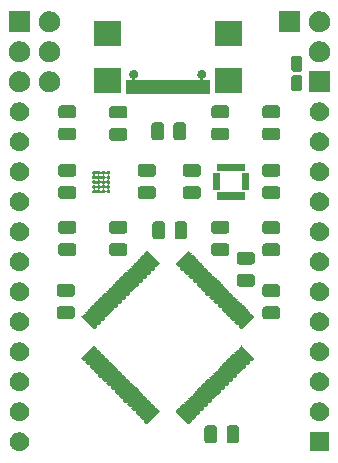
<source format=gts>
G04 #@! TF.GenerationSoftware,KiCad,Pcbnew,(5.1.5)-3*
G04 #@! TF.CreationDate,2020-02-07T15:38:24-08:00*
G04 #@! TF.ProjectId,pcb,7063622e-6b69-4636-9164-5f7063625858,v1.1*
G04 #@! TF.SameCoordinates,Original*
G04 #@! TF.FileFunction,Soldermask,Top*
G04 #@! TF.FilePolarity,Negative*
%FSLAX46Y46*%
G04 Gerber Fmt 4.6, Leading zero omitted, Abs format (unit mm)*
G04 Created by KiCad (PCBNEW (5.1.5)-3) date 2020-02-07 15:38:24*
%MOMM*%
%LPD*%
G04 APERTURE LIST*
%ADD10C,0.100000*%
G04 APERTURE END LIST*
D10*
G36*
X155245000Y-125781000D02*
G01*
X153619000Y-125781000D01*
X153619000Y-124155000D01*
X155245000Y-124155000D01*
X155245000Y-125781000D01*
G37*
G36*
X129269144Y-124186243D02*
G01*
X129417100Y-124247528D01*
X129550259Y-124336502D01*
X129663498Y-124449741D01*
X129752472Y-124582900D01*
X129813757Y-124730856D01*
X129845000Y-124887926D01*
X129845000Y-125048074D01*
X129813757Y-125205144D01*
X129752472Y-125353100D01*
X129663498Y-125486259D01*
X129550259Y-125599498D01*
X129417100Y-125688472D01*
X129269144Y-125749757D01*
X129112074Y-125781000D01*
X128951926Y-125781000D01*
X128794856Y-125749757D01*
X128646900Y-125688472D01*
X128513741Y-125599498D01*
X128400502Y-125486259D01*
X128311528Y-125353100D01*
X128250243Y-125205144D01*
X128219000Y-125048074D01*
X128219000Y-124887926D01*
X128250243Y-124730856D01*
X128311528Y-124582900D01*
X128400502Y-124449741D01*
X128513741Y-124336502D01*
X128646900Y-124247528D01*
X128794856Y-124186243D01*
X128951926Y-124155000D01*
X129112074Y-124155000D01*
X129269144Y-124186243D01*
G37*
G36*
X147456671Y-123586926D02*
G01*
X147502375Y-123600790D01*
X147544488Y-123623300D01*
X147581404Y-123653596D01*
X147611700Y-123690512D01*
X147634210Y-123732625D01*
X147648074Y-123778329D01*
X147653000Y-123828343D01*
X147653000Y-124837657D01*
X147648074Y-124887671D01*
X147634210Y-124933375D01*
X147611700Y-124975488D01*
X147581404Y-125012404D01*
X147544488Y-125042700D01*
X147502375Y-125065210D01*
X147456671Y-125079074D01*
X147406657Y-125084000D01*
X146822343Y-125084000D01*
X146772329Y-125079074D01*
X146726625Y-125065210D01*
X146684512Y-125042700D01*
X146647596Y-125012404D01*
X146617300Y-124975488D01*
X146594790Y-124933375D01*
X146580926Y-124887671D01*
X146576000Y-124837657D01*
X146576000Y-123828343D01*
X146580926Y-123778329D01*
X146594790Y-123732625D01*
X146617300Y-123690512D01*
X146647596Y-123653596D01*
X146684512Y-123623300D01*
X146726625Y-123600790D01*
X146772329Y-123586926D01*
X146822343Y-123582000D01*
X147406657Y-123582000D01*
X147456671Y-123586926D01*
G37*
G36*
X145581671Y-123586926D02*
G01*
X145627375Y-123600790D01*
X145669488Y-123623300D01*
X145706404Y-123653596D01*
X145736700Y-123690512D01*
X145759210Y-123732625D01*
X145773074Y-123778329D01*
X145778000Y-123828343D01*
X145778000Y-124837657D01*
X145773074Y-124887671D01*
X145759210Y-124933375D01*
X145736700Y-124975488D01*
X145706404Y-125012404D01*
X145669488Y-125042700D01*
X145627375Y-125065210D01*
X145581671Y-125079074D01*
X145531657Y-125084000D01*
X144947343Y-125084000D01*
X144897329Y-125079074D01*
X144851625Y-125065210D01*
X144809512Y-125042700D01*
X144772596Y-125012404D01*
X144742300Y-124975488D01*
X144719790Y-124933375D01*
X144705926Y-124887671D01*
X144701000Y-124837657D01*
X144701000Y-123828343D01*
X144705926Y-123778329D01*
X144719790Y-123732625D01*
X144742300Y-123690512D01*
X144772596Y-123653596D01*
X144809512Y-123623300D01*
X144851625Y-123600790D01*
X144897329Y-123586926D01*
X144947343Y-123582000D01*
X145531657Y-123582000D01*
X145581671Y-123586926D01*
G37*
G36*
X147859818Y-116815950D02*
G01*
X147873866Y-116820212D01*
X147886802Y-116827126D01*
X147900091Y-116838032D01*
X148905453Y-117843394D01*
X148916359Y-117856683D01*
X148923273Y-117869619D01*
X148927535Y-117883667D01*
X148928973Y-117898267D01*
X148927535Y-117912867D01*
X148923273Y-117926915D01*
X148916359Y-117939851D01*
X148905453Y-117953140D01*
X148730941Y-118127652D01*
X148717652Y-118138558D01*
X148704716Y-118145472D01*
X148690668Y-118149734D01*
X148676068Y-118151172D01*
X148661468Y-118149734D01*
X148647420Y-118145472D01*
X148634484Y-118138558D01*
X148633463Y-118137720D01*
X148625183Y-118132187D01*
X148615983Y-118128375D01*
X148606216Y-118126432D01*
X148596258Y-118126431D01*
X148586491Y-118128373D01*
X148577290Y-118132184D01*
X148569010Y-118137716D01*
X148561968Y-118144757D01*
X148556435Y-118153037D01*
X148552623Y-118162237D01*
X148550680Y-118172004D01*
X148550679Y-118181962D01*
X148552621Y-118191729D01*
X148556432Y-118200930D01*
X148561964Y-118209210D01*
X148562803Y-118210233D01*
X148569719Y-118223172D01*
X148573981Y-118237220D01*
X148575419Y-118251820D01*
X148573981Y-118266420D01*
X148569719Y-118280468D01*
X148562805Y-118293404D01*
X148551899Y-118306693D01*
X148377387Y-118481205D01*
X148364098Y-118492111D01*
X148351162Y-118499025D01*
X148337114Y-118503287D01*
X148322514Y-118504725D01*
X148307914Y-118503287D01*
X148293866Y-118499025D01*
X148280927Y-118492109D01*
X148279904Y-118491270D01*
X148271624Y-118485738D01*
X148262423Y-118481928D01*
X148252656Y-118479985D01*
X148242698Y-118479986D01*
X148232931Y-118481929D01*
X148223731Y-118485741D01*
X148215451Y-118491274D01*
X148208410Y-118498316D01*
X148202878Y-118506596D01*
X148199068Y-118515797D01*
X148197125Y-118525564D01*
X148197126Y-118535522D01*
X148199069Y-118545289D01*
X148202881Y-118554489D01*
X148208414Y-118562769D01*
X148209252Y-118563790D01*
X148216166Y-118576726D01*
X148220428Y-118590774D01*
X148221866Y-118605374D01*
X148220428Y-118619974D01*
X148216166Y-118634022D01*
X148209252Y-118646958D01*
X148198346Y-118660247D01*
X148023834Y-118834759D01*
X148010545Y-118845665D01*
X147997609Y-118852579D01*
X147983561Y-118856841D01*
X147968961Y-118858279D01*
X147954361Y-118856841D01*
X147940313Y-118852579D01*
X147927377Y-118845665D01*
X147926356Y-118844827D01*
X147918076Y-118839294D01*
X147908876Y-118835482D01*
X147899109Y-118833539D01*
X147889151Y-118833538D01*
X147879384Y-118835480D01*
X147870183Y-118839291D01*
X147861903Y-118844823D01*
X147854861Y-118851864D01*
X147849328Y-118860144D01*
X147845516Y-118869344D01*
X147843573Y-118879111D01*
X147843572Y-118889069D01*
X147845514Y-118898836D01*
X147849325Y-118908037D01*
X147854857Y-118916317D01*
X147855696Y-118917340D01*
X147862612Y-118930279D01*
X147866874Y-118944327D01*
X147868312Y-118958927D01*
X147866874Y-118973527D01*
X147862612Y-118987575D01*
X147855698Y-119000511D01*
X147844792Y-119013800D01*
X147670280Y-119188312D01*
X147656991Y-119199218D01*
X147644055Y-119206132D01*
X147630007Y-119210394D01*
X147615407Y-119211832D01*
X147600807Y-119210394D01*
X147586759Y-119206132D01*
X147573820Y-119199216D01*
X147572802Y-119198381D01*
X147564522Y-119192848D01*
X147555322Y-119189037D01*
X147545555Y-119187095D01*
X147535597Y-119187095D01*
X147525830Y-119189037D01*
X147516629Y-119192848D01*
X147508349Y-119198381D01*
X147501308Y-119205423D01*
X147495775Y-119213703D01*
X147491964Y-119222903D01*
X147490022Y-119232670D01*
X147490022Y-119242628D01*
X147491964Y-119252395D01*
X147495775Y-119261596D01*
X147501308Y-119269875D01*
X147502143Y-119270893D01*
X147509059Y-119283832D01*
X147513321Y-119297880D01*
X147514759Y-119312480D01*
X147513321Y-119327080D01*
X147509059Y-119341128D01*
X147502145Y-119354064D01*
X147491239Y-119367353D01*
X147316727Y-119541865D01*
X147303438Y-119552771D01*
X147290502Y-119559685D01*
X147276454Y-119563947D01*
X147261854Y-119565385D01*
X147247254Y-119563947D01*
X147233206Y-119559685D01*
X147220267Y-119552769D01*
X147219244Y-119551930D01*
X147210964Y-119546398D01*
X147201763Y-119542588D01*
X147191996Y-119540645D01*
X147182038Y-119540646D01*
X147172271Y-119542589D01*
X147163071Y-119546401D01*
X147154791Y-119551934D01*
X147147750Y-119558976D01*
X147142218Y-119567256D01*
X147138408Y-119576457D01*
X147136465Y-119586224D01*
X147136466Y-119596182D01*
X147138409Y-119605949D01*
X147142221Y-119615149D01*
X147147754Y-119623429D01*
X147148592Y-119624450D01*
X147155506Y-119637386D01*
X147159768Y-119651434D01*
X147161206Y-119666034D01*
X147159768Y-119680634D01*
X147155506Y-119694682D01*
X147148592Y-119707618D01*
X147137686Y-119720907D01*
X146963174Y-119895419D01*
X146949885Y-119906325D01*
X146936949Y-119913239D01*
X146922901Y-119917501D01*
X146908301Y-119918939D01*
X146893701Y-119917501D01*
X146879653Y-119913239D01*
X146866717Y-119906325D01*
X146865696Y-119905487D01*
X146857416Y-119899954D01*
X146848216Y-119896142D01*
X146838449Y-119894199D01*
X146828491Y-119894198D01*
X146818724Y-119896140D01*
X146809523Y-119899951D01*
X146801243Y-119905483D01*
X146794201Y-119912524D01*
X146788668Y-119920804D01*
X146784856Y-119930004D01*
X146782913Y-119939771D01*
X146782912Y-119949729D01*
X146784854Y-119959496D01*
X146788665Y-119968697D01*
X146794197Y-119976977D01*
X146795036Y-119978000D01*
X146801952Y-119990939D01*
X146806214Y-120004987D01*
X146807652Y-120019587D01*
X146806214Y-120034187D01*
X146801952Y-120048235D01*
X146795038Y-120061171D01*
X146784132Y-120074460D01*
X146609620Y-120248972D01*
X146596331Y-120259878D01*
X146583395Y-120266792D01*
X146569347Y-120271054D01*
X146554747Y-120272492D01*
X146540147Y-120271054D01*
X146526099Y-120266792D01*
X146513160Y-120259876D01*
X146512142Y-120259041D01*
X146503862Y-120253508D01*
X146494662Y-120249697D01*
X146484895Y-120247755D01*
X146474937Y-120247755D01*
X146465170Y-120249697D01*
X146455969Y-120253508D01*
X146447689Y-120259041D01*
X146440648Y-120266083D01*
X146435115Y-120274363D01*
X146431304Y-120283563D01*
X146429362Y-120293330D01*
X146429362Y-120303288D01*
X146431304Y-120313055D01*
X146435115Y-120322256D01*
X146440648Y-120330535D01*
X146441483Y-120331553D01*
X146448399Y-120344492D01*
X146452661Y-120358540D01*
X146454099Y-120373140D01*
X146452661Y-120387740D01*
X146448399Y-120401788D01*
X146441485Y-120414724D01*
X146430579Y-120428013D01*
X146256067Y-120602525D01*
X146242778Y-120613431D01*
X146229842Y-120620345D01*
X146215794Y-120624607D01*
X146201194Y-120626045D01*
X146186594Y-120624607D01*
X146172546Y-120620345D01*
X146159610Y-120613431D01*
X146158584Y-120612589D01*
X146150304Y-120607056D01*
X146141104Y-120603245D01*
X146131337Y-120601303D01*
X146121378Y-120601303D01*
X146111611Y-120603245D01*
X146102411Y-120607056D01*
X146094131Y-120612589D01*
X146087089Y-120619630D01*
X146081556Y-120627910D01*
X146077745Y-120637110D01*
X146075803Y-120646877D01*
X146075803Y-120656836D01*
X146077745Y-120666603D01*
X146081556Y-120675803D01*
X146087089Y-120684084D01*
X146087931Y-120685110D01*
X146094845Y-120698046D01*
X146099107Y-120712094D01*
X146100545Y-120726694D01*
X146099107Y-120741294D01*
X146094845Y-120755342D01*
X146087931Y-120768278D01*
X146077025Y-120781567D01*
X145902513Y-120956079D01*
X145889224Y-120966985D01*
X145876288Y-120973899D01*
X145862240Y-120978161D01*
X145847640Y-120979599D01*
X145833040Y-120978161D01*
X145818992Y-120973899D01*
X145806053Y-120966983D01*
X145805035Y-120966148D01*
X145796755Y-120960615D01*
X145787555Y-120956804D01*
X145777788Y-120954862D01*
X145767830Y-120954862D01*
X145758063Y-120956804D01*
X145748862Y-120960615D01*
X145740582Y-120966148D01*
X145733541Y-120973190D01*
X145728008Y-120981470D01*
X145724197Y-120990670D01*
X145722255Y-121000437D01*
X145722255Y-121010395D01*
X145724197Y-121020162D01*
X145728008Y-121029363D01*
X145733541Y-121037642D01*
X145734376Y-121038660D01*
X145741292Y-121051599D01*
X145745554Y-121065647D01*
X145746992Y-121080247D01*
X145745554Y-121094847D01*
X145741292Y-121108895D01*
X145734378Y-121121831D01*
X145723472Y-121135120D01*
X145548960Y-121309632D01*
X145535671Y-121320538D01*
X145522735Y-121327452D01*
X145508687Y-121331714D01*
X145494087Y-121333152D01*
X145479487Y-121331714D01*
X145465439Y-121327452D01*
X145452500Y-121320536D01*
X145451477Y-121319697D01*
X145443197Y-121314165D01*
X145433996Y-121310355D01*
X145424229Y-121308412D01*
X145414271Y-121308413D01*
X145404504Y-121310356D01*
X145395304Y-121314168D01*
X145387024Y-121319701D01*
X145379983Y-121326743D01*
X145374451Y-121335023D01*
X145370641Y-121344224D01*
X145368698Y-121353991D01*
X145368699Y-121363949D01*
X145370642Y-121373716D01*
X145374454Y-121382916D01*
X145379987Y-121391196D01*
X145380825Y-121392217D01*
X145387739Y-121405153D01*
X145392001Y-121419201D01*
X145393439Y-121433801D01*
X145392001Y-121448401D01*
X145387739Y-121462449D01*
X145380825Y-121475385D01*
X145369919Y-121488674D01*
X145195407Y-121663186D01*
X145182118Y-121674092D01*
X145169182Y-121681006D01*
X145155134Y-121685268D01*
X145140534Y-121686706D01*
X145125934Y-121685268D01*
X145111886Y-121681006D01*
X145098950Y-121674092D01*
X145097929Y-121673254D01*
X145089649Y-121667721D01*
X145080449Y-121663909D01*
X145070682Y-121661966D01*
X145060724Y-121661965D01*
X145050957Y-121663907D01*
X145041756Y-121667718D01*
X145033476Y-121673250D01*
X145026434Y-121680291D01*
X145020901Y-121688571D01*
X145017089Y-121697771D01*
X145015146Y-121707538D01*
X145015145Y-121717496D01*
X145017087Y-121727263D01*
X145020898Y-121736464D01*
X145026430Y-121744744D01*
X145027269Y-121745767D01*
X145034185Y-121758706D01*
X145038447Y-121772754D01*
X145039885Y-121787354D01*
X145038447Y-121801954D01*
X145034185Y-121816002D01*
X145027271Y-121828938D01*
X145016365Y-121842227D01*
X144841853Y-122016739D01*
X144828564Y-122027645D01*
X144815628Y-122034559D01*
X144801580Y-122038821D01*
X144786980Y-122040259D01*
X144772380Y-122038821D01*
X144758332Y-122034559D01*
X144745393Y-122027643D01*
X144744375Y-122026808D01*
X144736095Y-122021275D01*
X144726895Y-122017464D01*
X144717128Y-122015522D01*
X144707170Y-122015522D01*
X144697403Y-122017464D01*
X144688202Y-122021275D01*
X144679922Y-122026808D01*
X144672881Y-122033850D01*
X144667348Y-122042130D01*
X144663537Y-122051330D01*
X144661595Y-122061097D01*
X144661595Y-122071055D01*
X144663537Y-122080822D01*
X144667348Y-122090023D01*
X144672881Y-122098302D01*
X144673716Y-122099320D01*
X144680632Y-122112259D01*
X144684894Y-122126307D01*
X144686332Y-122140907D01*
X144684894Y-122155507D01*
X144680632Y-122169555D01*
X144673718Y-122182491D01*
X144662812Y-122195780D01*
X144488300Y-122370292D01*
X144475011Y-122381198D01*
X144462075Y-122388112D01*
X144448027Y-122392374D01*
X144433427Y-122393812D01*
X144418827Y-122392374D01*
X144404779Y-122388112D01*
X144391840Y-122381196D01*
X144390817Y-122380357D01*
X144382537Y-122374825D01*
X144373336Y-122371015D01*
X144363569Y-122369072D01*
X144353611Y-122369073D01*
X144343844Y-122371016D01*
X144334644Y-122374828D01*
X144326364Y-122380361D01*
X144319323Y-122387403D01*
X144313791Y-122395683D01*
X144309981Y-122404884D01*
X144308038Y-122414651D01*
X144308039Y-122424609D01*
X144309982Y-122434376D01*
X144313794Y-122443576D01*
X144319327Y-122451856D01*
X144320165Y-122452877D01*
X144327079Y-122465813D01*
X144331341Y-122479861D01*
X144332779Y-122494461D01*
X144331341Y-122509061D01*
X144327079Y-122523109D01*
X144320165Y-122536045D01*
X144309259Y-122549334D01*
X144134747Y-122723846D01*
X144121458Y-122734752D01*
X144108522Y-122741666D01*
X144094474Y-122745928D01*
X144079874Y-122747366D01*
X144065274Y-122745928D01*
X144051226Y-122741666D01*
X144038290Y-122734752D01*
X144037269Y-122733914D01*
X144028989Y-122728381D01*
X144019789Y-122724569D01*
X144010022Y-122722626D01*
X144000064Y-122722625D01*
X143990297Y-122724567D01*
X143981096Y-122728378D01*
X143972816Y-122733910D01*
X143965774Y-122740951D01*
X143960241Y-122749231D01*
X143956429Y-122758431D01*
X143954486Y-122768198D01*
X143954485Y-122778156D01*
X143956427Y-122787923D01*
X143960238Y-122797124D01*
X143965770Y-122805404D01*
X143966609Y-122806427D01*
X143973525Y-122819366D01*
X143977787Y-122833414D01*
X143979225Y-122848014D01*
X143977787Y-122862614D01*
X143973525Y-122876662D01*
X143966611Y-122889598D01*
X143955705Y-122902887D01*
X143781193Y-123077399D01*
X143767904Y-123088305D01*
X143754968Y-123095219D01*
X143740920Y-123099481D01*
X143726320Y-123100919D01*
X143711720Y-123099481D01*
X143697672Y-123095219D01*
X143684733Y-123088303D01*
X143683710Y-123087464D01*
X143675430Y-123081932D01*
X143666229Y-123078122D01*
X143656462Y-123076179D01*
X143646504Y-123076180D01*
X143636737Y-123078123D01*
X143627537Y-123081935D01*
X143619257Y-123087468D01*
X143612216Y-123094510D01*
X143606684Y-123102790D01*
X143602874Y-123111991D01*
X143600931Y-123121758D01*
X143600932Y-123131716D01*
X143602875Y-123141483D01*
X143606687Y-123150683D01*
X143612220Y-123158963D01*
X143613058Y-123159984D01*
X143619972Y-123172920D01*
X143624234Y-123186968D01*
X143625672Y-123201568D01*
X143624234Y-123216168D01*
X143619972Y-123230216D01*
X143613058Y-123243152D01*
X143602152Y-123256441D01*
X143427640Y-123430953D01*
X143414351Y-123441859D01*
X143401415Y-123448773D01*
X143387367Y-123453035D01*
X143372767Y-123454473D01*
X143358167Y-123453035D01*
X143344119Y-123448773D01*
X143331183Y-123441859D01*
X143317894Y-123430953D01*
X142312532Y-122425591D01*
X142301626Y-122412302D01*
X142294712Y-122399366D01*
X142290450Y-122385318D01*
X142289012Y-122370718D01*
X142290450Y-122356118D01*
X142294712Y-122342070D01*
X142301626Y-122329134D01*
X142312532Y-122315845D01*
X142487044Y-122141333D01*
X142500333Y-122130427D01*
X142513269Y-122123513D01*
X142527317Y-122119251D01*
X142541917Y-122117813D01*
X142556517Y-122119251D01*
X142570565Y-122123513D01*
X142583504Y-122130429D01*
X142584527Y-122131268D01*
X142592807Y-122136800D01*
X142602008Y-122140610D01*
X142611775Y-122142553D01*
X142621733Y-122142552D01*
X142631500Y-122140609D01*
X142640700Y-122136797D01*
X142648980Y-122131264D01*
X142656021Y-122124222D01*
X142661553Y-122115942D01*
X142665363Y-122106741D01*
X142667306Y-122096974D01*
X142667305Y-122087016D01*
X142665362Y-122077249D01*
X142661550Y-122068049D01*
X142656017Y-122059769D01*
X142655179Y-122058748D01*
X142648265Y-122045812D01*
X142644003Y-122031764D01*
X142642565Y-122017164D01*
X142644003Y-122002564D01*
X142648265Y-121988516D01*
X142655179Y-121975580D01*
X142666085Y-121962291D01*
X142840597Y-121787779D01*
X142853886Y-121776873D01*
X142866822Y-121769959D01*
X142880870Y-121765697D01*
X142895470Y-121764259D01*
X142910070Y-121765697D01*
X142924118Y-121769959D01*
X142937054Y-121776873D01*
X142938075Y-121777711D01*
X142946355Y-121783244D01*
X142955555Y-121787056D01*
X142965322Y-121788999D01*
X142975280Y-121789000D01*
X142985047Y-121787058D01*
X142994248Y-121783247D01*
X143002528Y-121777715D01*
X143009570Y-121770674D01*
X143015103Y-121762394D01*
X143018915Y-121753194D01*
X143020858Y-121743427D01*
X143020859Y-121733469D01*
X143018917Y-121723702D01*
X143015106Y-121714501D01*
X143009574Y-121706221D01*
X143008735Y-121705198D01*
X143001819Y-121692259D01*
X142997557Y-121678211D01*
X142996119Y-121663611D01*
X142997557Y-121649011D01*
X143001819Y-121634963D01*
X143008733Y-121622027D01*
X143019639Y-121608738D01*
X143194151Y-121434226D01*
X143207440Y-121423320D01*
X143220376Y-121416406D01*
X143234424Y-121412144D01*
X143249024Y-121410706D01*
X143263624Y-121412144D01*
X143277672Y-121416406D01*
X143290611Y-121423322D01*
X143291634Y-121424161D01*
X143299914Y-121429693D01*
X143309115Y-121433503D01*
X143318882Y-121435446D01*
X143328840Y-121435445D01*
X143338607Y-121433502D01*
X143347807Y-121429690D01*
X143356087Y-121424157D01*
X143363128Y-121417115D01*
X143368660Y-121408835D01*
X143372470Y-121399634D01*
X143374413Y-121389867D01*
X143374412Y-121379909D01*
X143372469Y-121370142D01*
X143368657Y-121360942D01*
X143363124Y-121352662D01*
X143362286Y-121351641D01*
X143355372Y-121338705D01*
X143351110Y-121324657D01*
X143349672Y-121310057D01*
X143351110Y-121295457D01*
X143355372Y-121281409D01*
X143362286Y-121268473D01*
X143373192Y-121255184D01*
X143547704Y-121080672D01*
X143560993Y-121069766D01*
X143573929Y-121062852D01*
X143587977Y-121058590D01*
X143602577Y-121057152D01*
X143617177Y-121058590D01*
X143631225Y-121062852D01*
X143644164Y-121069768D01*
X143645182Y-121070603D01*
X143653462Y-121076136D01*
X143662662Y-121079947D01*
X143672429Y-121081889D01*
X143682387Y-121081889D01*
X143692154Y-121079947D01*
X143701355Y-121076136D01*
X143709635Y-121070603D01*
X143716676Y-121063561D01*
X143722209Y-121055281D01*
X143726020Y-121046081D01*
X143727962Y-121036314D01*
X143727962Y-121026356D01*
X143726020Y-121016589D01*
X143722209Y-121007388D01*
X143716676Y-120999109D01*
X143715841Y-120998091D01*
X143708925Y-120985152D01*
X143704663Y-120971104D01*
X143703225Y-120956504D01*
X143704663Y-120941904D01*
X143708925Y-120927856D01*
X143715839Y-120914920D01*
X143726745Y-120901631D01*
X143901257Y-120727119D01*
X143914546Y-120716213D01*
X143927482Y-120709299D01*
X143941530Y-120705037D01*
X143956130Y-120703599D01*
X143970730Y-120705037D01*
X143984778Y-120709299D01*
X143997714Y-120716213D01*
X143998735Y-120717051D01*
X144007015Y-120722584D01*
X144016215Y-120726396D01*
X144025982Y-120728339D01*
X144035940Y-120728340D01*
X144045707Y-120726398D01*
X144054908Y-120722587D01*
X144063188Y-120717055D01*
X144070230Y-120710014D01*
X144075763Y-120701734D01*
X144079575Y-120692534D01*
X144081518Y-120682767D01*
X144081519Y-120672809D01*
X144079577Y-120663042D01*
X144075766Y-120653841D01*
X144070234Y-120645561D01*
X144069395Y-120644538D01*
X144062479Y-120631599D01*
X144058217Y-120617551D01*
X144056779Y-120602951D01*
X144058217Y-120588351D01*
X144062479Y-120574303D01*
X144069393Y-120561367D01*
X144080299Y-120548078D01*
X144254811Y-120373566D01*
X144268100Y-120362660D01*
X144281036Y-120355746D01*
X144295084Y-120351484D01*
X144309684Y-120350046D01*
X144324284Y-120351484D01*
X144338332Y-120355746D01*
X144351271Y-120362662D01*
X144352294Y-120363501D01*
X144360574Y-120369033D01*
X144369775Y-120372843D01*
X144379542Y-120374786D01*
X144389500Y-120374785D01*
X144399267Y-120372842D01*
X144408467Y-120369030D01*
X144416747Y-120363497D01*
X144423788Y-120356455D01*
X144429320Y-120348175D01*
X144433130Y-120338974D01*
X144435073Y-120329207D01*
X144435072Y-120319249D01*
X144433129Y-120309482D01*
X144429317Y-120300282D01*
X144423784Y-120292002D01*
X144422946Y-120290981D01*
X144416032Y-120278045D01*
X144411770Y-120263997D01*
X144410332Y-120249397D01*
X144411770Y-120234797D01*
X144416032Y-120220749D01*
X144422946Y-120207813D01*
X144433852Y-120194524D01*
X144608364Y-120020012D01*
X144621653Y-120009106D01*
X144634589Y-120002192D01*
X144648637Y-119997930D01*
X144663237Y-119996492D01*
X144677837Y-119997930D01*
X144691885Y-120002192D01*
X144704824Y-120009108D01*
X144705842Y-120009943D01*
X144714122Y-120015476D01*
X144723322Y-120019287D01*
X144733089Y-120021229D01*
X144743047Y-120021229D01*
X144752814Y-120019287D01*
X144762015Y-120015476D01*
X144770295Y-120009943D01*
X144777336Y-120002901D01*
X144782869Y-119994621D01*
X144786680Y-119985421D01*
X144788622Y-119975654D01*
X144788622Y-119965696D01*
X144786680Y-119955929D01*
X144782869Y-119946728D01*
X144777336Y-119938449D01*
X144776501Y-119937431D01*
X144769585Y-119924492D01*
X144765323Y-119910444D01*
X144763885Y-119895844D01*
X144765323Y-119881244D01*
X144769585Y-119867196D01*
X144776499Y-119854260D01*
X144787405Y-119840971D01*
X144961917Y-119666459D01*
X144975206Y-119655553D01*
X144988142Y-119648639D01*
X145002190Y-119644377D01*
X145016790Y-119642939D01*
X145031390Y-119644377D01*
X145045438Y-119648639D01*
X145058374Y-119655553D01*
X145059400Y-119656395D01*
X145067680Y-119661928D01*
X145076880Y-119665739D01*
X145086647Y-119667681D01*
X145096606Y-119667681D01*
X145106373Y-119665739D01*
X145115573Y-119661928D01*
X145123853Y-119656395D01*
X145130895Y-119649354D01*
X145136428Y-119641074D01*
X145140239Y-119631874D01*
X145142181Y-119622107D01*
X145142181Y-119612148D01*
X145140239Y-119602381D01*
X145136428Y-119593181D01*
X145130895Y-119584900D01*
X145130053Y-119583874D01*
X145123139Y-119570938D01*
X145118877Y-119556890D01*
X145117439Y-119542290D01*
X145118877Y-119527690D01*
X145123139Y-119513642D01*
X145130053Y-119500706D01*
X145140959Y-119487417D01*
X145315471Y-119312905D01*
X145328760Y-119301999D01*
X145341696Y-119295085D01*
X145355744Y-119290823D01*
X145370344Y-119289385D01*
X145384944Y-119290823D01*
X145398992Y-119295085D01*
X145411931Y-119302001D01*
X145412949Y-119302836D01*
X145421229Y-119308369D01*
X145430429Y-119312180D01*
X145440196Y-119314122D01*
X145450154Y-119314122D01*
X145459921Y-119312180D01*
X145469122Y-119308369D01*
X145477402Y-119302836D01*
X145484443Y-119295794D01*
X145489976Y-119287514D01*
X145493787Y-119278314D01*
X145495729Y-119268547D01*
X145495729Y-119258589D01*
X145493787Y-119248822D01*
X145489976Y-119239621D01*
X145484443Y-119231342D01*
X145483608Y-119230324D01*
X145476692Y-119217385D01*
X145472430Y-119203337D01*
X145470992Y-119188737D01*
X145472430Y-119174137D01*
X145476692Y-119160089D01*
X145483606Y-119147153D01*
X145494512Y-119133864D01*
X145669024Y-118959352D01*
X145682313Y-118948446D01*
X145695249Y-118941532D01*
X145709297Y-118937270D01*
X145723897Y-118935832D01*
X145738497Y-118937270D01*
X145752545Y-118941532D01*
X145765481Y-118948446D01*
X145766502Y-118949284D01*
X145774782Y-118954817D01*
X145783982Y-118958629D01*
X145793749Y-118960572D01*
X145803707Y-118960573D01*
X145813474Y-118958631D01*
X145822675Y-118954820D01*
X145830955Y-118949288D01*
X145837997Y-118942247D01*
X145843530Y-118933967D01*
X145847342Y-118924767D01*
X145849285Y-118915000D01*
X145849286Y-118905042D01*
X145847344Y-118895275D01*
X145843533Y-118886074D01*
X145838001Y-118877794D01*
X145837162Y-118876771D01*
X145830246Y-118863832D01*
X145825984Y-118849784D01*
X145824546Y-118835184D01*
X145825984Y-118820584D01*
X145830246Y-118806536D01*
X145837160Y-118793600D01*
X145848066Y-118780311D01*
X146022578Y-118605799D01*
X146035867Y-118594893D01*
X146048803Y-118587979D01*
X146062851Y-118583717D01*
X146077451Y-118582279D01*
X146092051Y-118583717D01*
X146106099Y-118587979D01*
X146119038Y-118594895D01*
X146120061Y-118595734D01*
X146128341Y-118601266D01*
X146137542Y-118605076D01*
X146147309Y-118607019D01*
X146157267Y-118607018D01*
X146167034Y-118605075D01*
X146176234Y-118601263D01*
X146184514Y-118595730D01*
X146191555Y-118588688D01*
X146197087Y-118580408D01*
X146200897Y-118571207D01*
X146202840Y-118561440D01*
X146202839Y-118551482D01*
X146200896Y-118541715D01*
X146197084Y-118532515D01*
X146191551Y-118524235D01*
X146190713Y-118523214D01*
X146183799Y-118510278D01*
X146179537Y-118496230D01*
X146178099Y-118481630D01*
X146179537Y-118467030D01*
X146183799Y-118452982D01*
X146190713Y-118440046D01*
X146201619Y-118426757D01*
X146376131Y-118252245D01*
X146389420Y-118241339D01*
X146402356Y-118234425D01*
X146416404Y-118230163D01*
X146431004Y-118228725D01*
X146445604Y-118230163D01*
X146459652Y-118234425D01*
X146472591Y-118241341D01*
X146473609Y-118242176D01*
X146481889Y-118247709D01*
X146491089Y-118251520D01*
X146500856Y-118253462D01*
X146510814Y-118253462D01*
X146520581Y-118251520D01*
X146529782Y-118247709D01*
X146538062Y-118242176D01*
X146545103Y-118235134D01*
X146550636Y-118226854D01*
X146554447Y-118217654D01*
X146556389Y-118207887D01*
X146556389Y-118197929D01*
X146554447Y-118188162D01*
X146550636Y-118178961D01*
X146545103Y-118170682D01*
X146544268Y-118169664D01*
X146537352Y-118156725D01*
X146533090Y-118142677D01*
X146531652Y-118128077D01*
X146533090Y-118113477D01*
X146537352Y-118099429D01*
X146544266Y-118086493D01*
X146555172Y-118073204D01*
X146729684Y-117898692D01*
X146742973Y-117887786D01*
X146755909Y-117880872D01*
X146769957Y-117876610D01*
X146784557Y-117875172D01*
X146799157Y-117876610D01*
X146813205Y-117880872D01*
X146826141Y-117887786D01*
X146827162Y-117888624D01*
X146835442Y-117894157D01*
X146844642Y-117897969D01*
X146854409Y-117899912D01*
X146864367Y-117899913D01*
X146874134Y-117897971D01*
X146883335Y-117894160D01*
X146891615Y-117888628D01*
X146898657Y-117881587D01*
X146904190Y-117873307D01*
X146908002Y-117864107D01*
X146909945Y-117854340D01*
X146909946Y-117844382D01*
X146908004Y-117834615D01*
X146904193Y-117825414D01*
X146898661Y-117817134D01*
X146897822Y-117816111D01*
X146890906Y-117803172D01*
X146886644Y-117789124D01*
X146885206Y-117774524D01*
X146886644Y-117759924D01*
X146890906Y-117745876D01*
X146897820Y-117732940D01*
X146908726Y-117719651D01*
X147083238Y-117545139D01*
X147096527Y-117534233D01*
X147109463Y-117527319D01*
X147123511Y-117523057D01*
X147138111Y-117521619D01*
X147152711Y-117523057D01*
X147166759Y-117527319D01*
X147179698Y-117534235D01*
X147180721Y-117535074D01*
X147189001Y-117540606D01*
X147198202Y-117544416D01*
X147207969Y-117546359D01*
X147217927Y-117546358D01*
X147227694Y-117544415D01*
X147236894Y-117540603D01*
X147245174Y-117535070D01*
X147252215Y-117528028D01*
X147257747Y-117519748D01*
X147261557Y-117510547D01*
X147263500Y-117500780D01*
X147263499Y-117490822D01*
X147261556Y-117481055D01*
X147257744Y-117471855D01*
X147252211Y-117463575D01*
X147251373Y-117462554D01*
X147244459Y-117449618D01*
X147240197Y-117435570D01*
X147238759Y-117420970D01*
X147240197Y-117406370D01*
X147244459Y-117392322D01*
X147251373Y-117379386D01*
X147262279Y-117366097D01*
X147436791Y-117191585D01*
X147450080Y-117180679D01*
X147463016Y-117173765D01*
X147477064Y-117169503D01*
X147491664Y-117168065D01*
X147506264Y-117169503D01*
X147520312Y-117173765D01*
X147533248Y-117180679D01*
X147534269Y-117181517D01*
X147542549Y-117187050D01*
X147551749Y-117190862D01*
X147561516Y-117192805D01*
X147571474Y-117192806D01*
X147581241Y-117190864D01*
X147590442Y-117187053D01*
X147598722Y-117181521D01*
X147605764Y-117174480D01*
X147611297Y-117166200D01*
X147615109Y-117157000D01*
X147617052Y-117147233D01*
X147617053Y-117137275D01*
X147615111Y-117127508D01*
X147611300Y-117118307D01*
X147605768Y-117110027D01*
X147604929Y-117109004D01*
X147598013Y-117096065D01*
X147593751Y-117082017D01*
X147592313Y-117067417D01*
X147593751Y-117052817D01*
X147598013Y-117038769D01*
X147604927Y-117025833D01*
X147615833Y-117012544D01*
X147790345Y-116838032D01*
X147803634Y-116827126D01*
X147816570Y-116820212D01*
X147830618Y-116815950D01*
X147845218Y-116814512D01*
X147859818Y-116815950D01*
G37*
G36*
X135379382Y-116815950D02*
G01*
X135393430Y-116820212D01*
X135406366Y-116827126D01*
X135419655Y-116838032D01*
X135594167Y-117012544D01*
X135605073Y-117025833D01*
X135611987Y-117038769D01*
X135616249Y-117052817D01*
X135617687Y-117067417D01*
X135616249Y-117082017D01*
X135611987Y-117096065D01*
X135605071Y-117109004D01*
X135604232Y-117110027D01*
X135598700Y-117118307D01*
X135594890Y-117127508D01*
X135592947Y-117137275D01*
X135592948Y-117147233D01*
X135594891Y-117157000D01*
X135598703Y-117166200D01*
X135604236Y-117174480D01*
X135611278Y-117181521D01*
X135619558Y-117187053D01*
X135628759Y-117190863D01*
X135638526Y-117192806D01*
X135648484Y-117192805D01*
X135658251Y-117190862D01*
X135667451Y-117187050D01*
X135675731Y-117181517D01*
X135676752Y-117180679D01*
X135689688Y-117173765D01*
X135703736Y-117169503D01*
X135718336Y-117168065D01*
X135732936Y-117169503D01*
X135746984Y-117173765D01*
X135759920Y-117180679D01*
X135773209Y-117191585D01*
X135947721Y-117366097D01*
X135958627Y-117379386D01*
X135965541Y-117392322D01*
X135969803Y-117406370D01*
X135971241Y-117420970D01*
X135969803Y-117435570D01*
X135965541Y-117449618D01*
X135958627Y-117462554D01*
X135957789Y-117463575D01*
X135952256Y-117471855D01*
X135948444Y-117481055D01*
X135946501Y-117490822D01*
X135946500Y-117500780D01*
X135948442Y-117510547D01*
X135952253Y-117519748D01*
X135957785Y-117528028D01*
X135964826Y-117535070D01*
X135973106Y-117540603D01*
X135982306Y-117544415D01*
X135992073Y-117546358D01*
X136002031Y-117546359D01*
X136011798Y-117544417D01*
X136020999Y-117540606D01*
X136029279Y-117535074D01*
X136030302Y-117534235D01*
X136043241Y-117527319D01*
X136057289Y-117523057D01*
X136071889Y-117521619D01*
X136086489Y-117523057D01*
X136100537Y-117527319D01*
X136113473Y-117534233D01*
X136126762Y-117545139D01*
X136301274Y-117719651D01*
X136312180Y-117732940D01*
X136319094Y-117745876D01*
X136323356Y-117759924D01*
X136324794Y-117774524D01*
X136323356Y-117789124D01*
X136319094Y-117803172D01*
X136312178Y-117816111D01*
X136311339Y-117817134D01*
X136305807Y-117825414D01*
X136301997Y-117834615D01*
X136300054Y-117844382D01*
X136300055Y-117854340D01*
X136301998Y-117864107D01*
X136305810Y-117873307D01*
X136311343Y-117881587D01*
X136318385Y-117888628D01*
X136326665Y-117894160D01*
X136335866Y-117897970D01*
X136345633Y-117899913D01*
X136355591Y-117899912D01*
X136365358Y-117897969D01*
X136374558Y-117894157D01*
X136382838Y-117888624D01*
X136383859Y-117887786D01*
X136396795Y-117880872D01*
X136410843Y-117876610D01*
X136425443Y-117875172D01*
X136440043Y-117876610D01*
X136454091Y-117880872D01*
X136467027Y-117887786D01*
X136480316Y-117898692D01*
X136654828Y-118073204D01*
X136665734Y-118086493D01*
X136672648Y-118099429D01*
X136676910Y-118113477D01*
X136678348Y-118128077D01*
X136676910Y-118142677D01*
X136672648Y-118156725D01*
X136665732Y-118169664D01*
X136664897Y-118170682D01*
X136659364Y-118178962D01*
X136655553Y-118188162D01*
X136653611Y-118197929D01*
X136653611Y-118207887D01*
X136655553Y-118217654D01*
X136659364Y-118226855D01*
X136664897Y-118235135D01*
X136671939Y-118242176D01*
X136680219Y-118247709D01*
X136689419Y-118251520D01*
X136699186Y-118253462D01*
X136709144Y-118253462D01*
X136718911Y-118251520D01*
X136728112Y-118247709D01*
X136736391Y-118242176D01*
X136737409Y-118241341D01*
X136750348Y-118234425D01*
X136764396Y-118230163D01*
X136778996Y-118228725D01*
X136793596Y-118230163D01*
X136807644Y-118234425D01*
X136820580Y-118241339D01*
X136833869Y-118252245D01*
X137008381Y-118426757D01*
X137019287Y-118440046D01*
X137026201Y-118452982D01*
X137030463Y-118467030D01*
X137031901Y-118481630D01*
X137030463Y-118496230D01*
X137026201Y-118510278D01*
X137019287Y-118523214D01*
X137018449Y-118524235D01*
X137012916Y-118532515D01*
X137009104Y-118541715D01*
X137007161Y-118551482D01*
X137007160Y-118561440D01*
X137009102Y-118571207D01*
X137012913Y-118580408D01*
X137018445Y-118588688D01*
X137025486Y-118595730D01*
X137033766Y-118601263D01*
X137042966Y-118605075D01*
X137052733Y-118607018D01*
X137062691Y-118607019D01*
X137072458Y-118605077D01*
X137081659Y-118601266D01*
X137089939Y-118595734D01*
X137090962Y-118594895D01*
X137103901Y-118587979D01*
X137117949Y-118583717D01*
X137132549Y-118582279D01*
X137147149Y-118583717D01*
X137161197Y-118587979D01*
X137174133Y-118594893D01*
X137187422Y-118605799D01*
X137361934Y-118780311D01*
X137372840Y-118793600D01*
X137379754Y-118806536D01*
X137384016Y-118820584D01*
X137385454Y-118835184D01*
X137384016Y-118849784D01*
X137379754Y-118863832D01*
X137372838Y-118876771D01*
X137371999Y-118877794D01*
X137366467Y-118886074D01*
X137362657Y-118895275D01*
X137360714Y-118905042D01*
X137360715Y-118915000D01*
X137362658Y-118924767D01*
X137366470Y-118933967D01*
X137372003Y-118942247D01*
X137379045Y-118949288D01*
X137387325Y-118954820D01*
X137396526Y-118958630D01*
X137406293Y-118960573D01*
X137416251Y-118960572D01*
X137426018Y-118958629D01*
X137435218Y-118954817D01*
X137443498Y-118949284D01*
X137444519Y-118948446D01*
X137457455Y-118941532D01*
X137471503Y-118937270D01*
X137486103Y-118935832D01*
X137500703Y-118937270D01*
X137514751Y-118941532D01*
X137527687Y-118948446D01*
X137540976Y-118959352D01*
X137715488Y-119133864D01*
X137726394Y-119147153D01*
X137733308Y-119160089D01*
X137737570Y-119174137D01*
X137739008Y-119188737D01*
X137737570Y-119203337D01*
X137733308Y-119217385D01*
X137726392Y-119230324D01*
X137725557Y-119231342D01*
X137720024Y-119239622D01*
X137716213Y-119248822D01*
X137714271Y-119258589D01*
X137714271Y-119268547D01*
X137716213Y-119278314D01*
X137720024Y-119287515D01*
X137725557Y-119295795D01*
X137732599Y-119302836D01*
X137740879Y-119308369D01*
X137750079Y-119312180D01*
X137759846Y-119314122D01*
X137769804Y-119314122D01*
X137779571Y-119312180D01*
X137788772Y-119308369D01*
X137797051Y-119302836D01*
X137798069Y-119302001D01*
X137811008Y-119295085D01*
X137825056Y-119290823D01*
X137839656Y-119289385D01*
X137854256Y-119290823D01*
X137868304Y-119295085D01*
X137881240Y-119301999D01*
X137894529Y-119312905D01*
X138069041Y-119487417D01*
X138079947Y-119500706D01*
X138086861Y-119513642D01*
X138091123Y-119527690D01*
X138092561Y-119542290D01*
X138091123Y-119556890D01*
X138086861Y-119570938D01*
X138079947Y-119583874D01*
X138079105Y-119584900D01*
X138073572Y-119593180D01*
X138069761Y-119602380D01*
X138067819Y-119612147D01*
X138067819Y-119622106D01*
X138069761Y-119631873D01*
X138073572Y-119641073D01*
X138079105Y-119649353D01*
X138086146Y-119656395D01*
X138094426Y-119661928D01*
X138103626Y-119665739D01*
X138113393Y-119667681D01*
X138123352Y-119667681D01*
X138133119Y-119665739D01*
X138142319Y-119661928D01*
X138150600Y-119656395D01*
X138151626Y-119655553D01*
X138164562Y-119648639D01*
X138178610Y-119644377D01*
X138193210Y-119642939D01*
X138207810Y-119644377D01*
X138221858Y-119648639D01*
X138234794Y-119655553D01*
X138248083Y-119666459D01*
X138422595Y-119840971D01*
X138433501Y-119854260D01*
X138440415Y-119867196D01*
X138444677Y-119881244D01*
X138446115Y-119895844D01*
X138444677Y-119910444D01*
X138440415Y-119924492D01*
X138433499Y-119937431D01*
X138432664Y-119938449D01*
X138427131Y-119946729D01*
X138423320Y-119955929D01*
X138421378Y-119965696D01*
X138421378Y-119975654D01*
X138423320Y-119985421D01*
X138427131Y-119994622D01*
X138432664Y-120002902D01*
X138439706Y-120009943D01*
X138447986Y-120015476D01*
X138457186Y-120019287D01*
X138466953Y-120021229D01*
X138476911Y-120021229D01*
X138486678Y-120019287D01*
X138495879Y-120015476D01*
X138504158Y-120009943D01*
X138505176Y-120009108D01*
X138518115Y-120002192D01*
X138532163Y-119997930D01*
X138546763Y-119996492D01*
X138561363Y-119997930D01*
X138575411Y-120002192D01*
X138588347Y-120009106D01*
X138601636Y-120020012D01*
X138776148Y-120194524D01*
X138787054Y-120207813D01*
X138793968Y-120220749D01*
X138798230Y-120234797D01*
X138799668Y-120249397D01*
X138798230Y-120263997D01*
X138793968Y-120278045D01*
X138787054Y-120290981D01*
X138786216Y-120292002D01*
X138780683Y-120300282D01*
X138776871Y-120309482D01*
X138774928Y-120319249D01*
X138774927Y-120329207D01*
X138776869Y-120338974D01*
X138780680Y-120348175D01*
X138786212Y-120356455D01*
X138793253Y-120363497D01*
X138801533Y-120369030D01*
X138810733Y-120372842D01*
X138820500Y-120374785D01*
X138830458Y-120374786D01*
X138840225Y-120372844D01*
X138849426Y-120369033D01*
X138857706Y-120363501D01*
X138858729Y-120362662D01*
X138871668Y-120355746D01*
X138885716Y-120351484D01*
X138900316Y-120350046D01*
X138914916Y-120351484D01*
X138928964Y-120355746D01*
X138941900Y-120362660D01*
X138955189Y-120373566D01*
X139129701Y-120548078D01*
X139140607Y-120561367D01*
X139147521Y-120574303D01*
X139151783Y-120588351D01*
X139153221Y-120602951D01*
X139151783Y-120617551D01*
X139147521Y-120631599D01*
X139140605Y-120644538D01*
X139139766Y-120645561D01*
X139134234Y-120653841D01*
X139130424Y-120663042D01*
X139128481Y-120672809D01*
X139128482Y-120682767D01*
X139130425Y-120692534D01*
X139134237Y-120701734D01*
X139139770Y-120710014D01*
X139146812Y-120717055D01*
X139155092Y-120722587D01*
X139164293Y-120726397D01*
X139174060Y-120728340D01*
X139184018Y-120728339D01*
X139193785Y-120726396D01*
X139202985Y-120722584D01*
X139211265Y-120717051D01*
X139212286Y-120716213D01*
X139225222Y-120709299D01*
X139239270Y-120705037D01*
X139253870Y-120703599D01*
X139268470Y-120705037D01*
X139282518Y-120709299D01*
X139295454Y-120716213D01*
X139308743Y-120727119D01*
X139483255Y-120901631D01*
X139494161Y-120914920D01*
X139501075Y-120927856D01*
X139505337Y-120941904D01*
X139506775Y-120956504D01*
X139505337Y-120971104D01*
X139501075Y-120985152D01*
X139494159Y-120998091D01*
X139493324Y-120999109D01*
X139487791Y-121007389D01*
X139483980Y-121016589D01*
X139482038Y-121026356D01*
X139482038Y-121036314D01*
X139483980Y-121046081D01*
X139487791Y-121055282D01*
X139493324Y-121063562D01*
X139500366Y-121070603D01*
X139508646Y-121076136D01*
X139517846Y-121079947D01*
X139527613Y-121081889D01*
X139537571Y-121081889D01*
X139547338Y-121079947D01*
X139556539Y-121076136D01*
X139564818Y-121070603D01*
X139565836Y-121069768D01*
X139578775Y-121062852D01*
X139592823Y-121058590D01*
X139607423Y-121057152D01*
X139622023Y-121058590D01*
X139636071Y-121062852D01*
X139649007Y-121069766D01*
X139662296Y-121080672D01*
X139836808Y-121255184D01*
X139847714Y-121268473D01*
X139854628Y-121281409D01*
X139858890Y-121295457D01*
X139860328Y-121310057D01*
X139858890Y-121324657D01*
X139854628Y-121338705D01*
X139847714Y-121351641D01*
X139846876Y-121352662D01*
X139841343Y-121360942D01*
X139837531Y-121370142D01*
X139835588Y-121379909D01*
X139835587Y-121389867D01*
X139837529Y-121399634D01*
X139841340Y-121408835D01*
X139846872Y-121417115D01*
X139853913Y-121424157D01*
X139862193Y-121429690D01*
X139871393Y-121433502D01*
X139881160Y-121435445D01*
X139891118Y-121435446D01*
X139900885Y-121433504D01*
X139910086Y-121429693D01*
X139918366Y-121424161D01*
X139919389Y-121423322D01*
X139932328Y-121416406D01*
X139946376Y-121412144D01*
X139960976Y-121410706D01*
X139975576Y-121412144D01*
X139989624Y-121416406D01*
X140002560Y-121423320D01*
X140015849Y-121434226D01*
X140190361Y-121608738D01*
X140201267Y-121622027D01*
X140208181Y-121634963D01*
X140212443Y-121649011D01*
X140213881Y-121663611D01*
X140212443Y-121678211D01*
X140208181Y-121692259D01*
X140201265Y-121705198D01*
X140200426Y-121706221D01*
X140194894Y-121714501D01*
X140191084Y-121723702D01*
X140189141Y-121733469D01*
X140189142Y-121743427D01*
X140191085Y-121753194D01*
X140194897Y-121762394D01*
X140200430Y-121770674D01*
X140207472Y-121777715D01*
X140215752Y-121783247D01*
X140224953Y-121787057D01*
X140234720Y-121789000D01*
X140244678Y-121788999D01*
X140254445Y-121787056D01*
X140263645Y-121783244D01*
X140271925Y-121777711D01*
X140272946Y-121776873D01*
X140285882Y-121769959D01*
X140299930Y-121765697D01*
X140314530Y-121764259D01*
X140329130Y-121765697D01*
X140343178Y-121769959D01*
X140356114Y-121776873D01*
X140369403Y-121787779D01*
X140543915Y-121962291D01*
X140554821Y-121975580D01*
X140561735Y-121988516D01*
X140565997Y-122002564D01*
X140567435Y-122017164D01*
X140565997Y-122031764D01*
X140561735Y-122045812D01*
X140554821Y-122058748D01*
X140553983Y-122059769D01*
X140548450Y-122068049D01*
X140544638Y-122077249D01*
X140542695Y-122087016D01*
X140542694Y-122096974D01*
X140544636Y-122106741D01*
X140548447Y-122115942D01*
X140553979Y-122124222D01*
X140561020Y-122131264D01*
X140569300Y-122136797D01*
X140578500Y-122140609D01*
X140588267Y-122142552D01*
X140598225Y-122142553D01*
X140607992Y-122140611D01*
X140617193Y-122136800D01*
X140625473Y-122131268D01*
X140626496Y-122130429D01*
X140639435Y-122123513D01*
X140653483Y-122119251D01*
X140668083Y-122117813D01*
X140682683Y-122119251D01*
X140696731Y-122123513D01*
X140709667Y-122130427D01*
X140722956Y-122141333D01*
X140897468Y-122315845D01*
X140908374Y-122329134D01*
X140915288Y-122342070D01*
X140919550Y-122356118D01*
X140920988Y-122370718D01*
X140919550Y-122385318D01*
X140915288Y-122399366D01*
X140908374Y-122412302D01*
X140897468Y-122425591D01*
X139892106Y-123430953D01*
X139878817Y-123441859D01*
X139865881Y-123448773D01*
X139851833Y-123453035D01*
X139837233Y-123454473D01*
X139822633Y-123453035D01*
X139808585Y-123448773D01*
X139795649Y-123441859D01*
X139782360Y-123430953D01*
X139607848Y-123256441D01*
X139596942Y-123243152D01*
X139590028Y-123230216D01*
X139585766Y-123216168D01*
X139584328Y-123201568D01*
X139585766Y-123186968D01*
X139590028Y-123172920D01*
X139596942Y-123159984D01*
X139597780Y-123158963D01*
X139603313Y-123150683D01*
X139607125Y-123141483D01*
X139609068Y-123131716D01*
X139609069Y-123121758D01*
X139607127Y-123111991D01*
X139603316Y-123102790D01*
X139597784Y-123094510D01*
X139590743Y-123087468D01*
X139582463Y-123081935D01*
X139573263Y-123078123D01*
X139563496Y-123076180D01*
X139553538Y-123076179D01*
X139543771Y-123078121D01*
X139534570Y-123081932D01*
X139526290Y-123087464D01*
X139525267Y-123088303D01*
X139512328Y-123095219D01*
X139498280Y-123099481D01*
X139483680Y-123100919D01*
X139469080Y-123099481D01*
X139455032Y-123095219D01*
X139442096Y-123088305D01*
X139428807Y-123077399D01*
X139254295Y-122902887D01*
X139243389Y-122889598D01*
X139236475Y-122876662D01*
X139232213Y-122862614D01*
X139230775Y-122848014D01*
X139232213Y-122833414D01*
X139236475Y-122819366D01*
X139243391Y-122806427D01*
X139244230Y-122805404D01*
X139249762Y-122797124D01*
X139253572Y-122787923D01*
X139255515Y-122778156D01*
X139255514Y-122768198D01*
X139253571Y-122758431D01*
X139249759Y-122749231D01*
X139244226Y-122740951D01*
X139237184Y-122733910D01*
X139228904Y-122728378D01*
X139219703Y-122724568D01*
X139209936Y-122722625D01*
X139199978Y-122722626D01*
X139190211Y-122724569D01*
X139181011Y-122728381D01*
X139172731Y-122733914D01*
X139171710Y-122734752D01*
X139158774Y-122741666D01*
X139144726Y-122745928D01*
X139130126Y-122747366D01*
X139115526Y-122745928D01*
X139101478Y-122741666D01*
X139088542Y-122734752D01*
X139075253Y-122723846D01*
X138900741Y-122549334D01*
X138889835Y-122536045D01*
X138882921Y-122523109D01*
X138878659Y-122509061D01*
X138877221Y-122494461D01*
X138878659Y-122479861D01*
X138882921Y-122465813D01*
X138889835Y-122452877D01*
X138890673Y-122451856D01*
X138896206Y-122443576D01*
X138900018Y-122434376D01*
X138901961Y-122424609D01*
X138901962Y-122414651D01*
X138900020Y-122404884D01*
X138896209Y-122395683D01*
X138890677Y-122387403D01*
X138883636Y-122380361D01*
X138875356Y-122374828D01*
X138866156Y-122371016D01*
X138856389Y-122369073D01*
X138846431Y-122369072D01*
X138836664Y-122371014D01*
X138827463Y-122374825D01*
X138819183Y-122380357D01*
X138818160Y-122381196D01*
X138805221Y-122388112D01*
X138791173Y-122392374D01*
X138776573Y-122393812D01*
X138761973Y-122392374D01*
X138747925Y-122388112D01*
X138734989Y-122381198D01*
X138721700Y-122370292D01*
X138547188Y-122195780D01*
X138536282Y-122182491D01*
X138529368Y-122169555D01*
X138525106Y-122155507D01*
X138523668Y-122140907D01*
X138525106Y-122126307D01*
X138529368Y-122112259D01*
X138536284Y-122099320D01*
X138537119Y-122098302D01*
X138542652Y-122090022D01*
X138546463Y-122080822D01*
X138548405Y-122071055D01*
X138548405Y-122061097D01*
X138546463Y-122051330D01*
X138542652Y-122042129D01*
X138537119Y-122033849D01*
X138530077Y-122026808D01*
X138521797Y-122021275D01*
X138512597Y-122017464D01*
X138502830Y-122015522D01*
X138492872Y-122015522D01*
X138483105Y-122017464D01*
X138473904Y-122021275D01*
X138465625Y-122026808D01*
X138464607Y-122027643D01*
X138451668Y-122034559D01*
X138437620Y-122038821D01*
X138423020Y-122040259D01*
X138408420Y-122038821D01*
X138394372Y-122034559D01*
X138381436Y-122027645D01*
X138368147Y-122016739D01*
X138193635Y-121842227D01*
X138182729Y-121828938D01*
X138175815Y-121816002D01*
X138171553Y-121801954D01*
X138170115Y-121787354D01*
X138171553Y-121772754D01*
X138175815Y-121758706D01*
X138182731Y-121745767D01*
X138183570Y-121744744D01*
X138189102Y-121736464D01*
X138192912Y-121727263D01*
X138194855Y-121717496D01*
X138194854Y-121707538D01*
X138192911Y-121697771D01*
X138189099Y-121688571D01*
X138183566Y-121680291D01*
X138176524Y-121673250D01*
X138168244Y-121667718D01*
X138159043Y-121663908D01*
X138149276Y-121661965D01*
X138139318Y-121661966D01*
X138129551Y-121663909D01*
X138120351Y-121667721D01*
X138112071Y-121673254D01*
X138111050Y-121674092D01*
X138098114Y-121681006D01*
X138084066Y-121685268D01*
X138069466Y-121686706D01*
X138054866Y-121685268D01*
X138040818Y-121681006D01*
X138027882Y-121674092D01*
X138014593Y-121663186D01*
X137840081Y-121488674D01*
X137829175Y-121475385D01*
X137822261Y-121462449D01*
X137817999Y-121448401D01*
X137816561Y-121433801D01*
X137817999Y-121419201D01*
X137822261Y-121405153D01*
X137829175Y-121392217D01*
X137830013Y-121391196D01*
X137835546Y-121382916D01*
X137839358Y-121373716D01*
X137841301Y-121363949D01*
X137841302Y-121353991D01*
X137839360Y-121344224D01*
X137835549Y-121335023D01*
X137830017Y-121326743D01*
X137822976Y-121319701D01*
X137814696Y-121314168D01*
X137805496Y-121310356D01*
X137795729Y-121308413D01*
X137785771Y-121308412D01*
X137776004Y-121310354D01*
X137766803Y-121314165D01*
X137758523Y-121319697D01*
X137757500Y-121320536D01*
X137744561Y-121327452D01*
X137730513Y-121331714D01*
X137715913Y-121333152D01*
X137701313Y-121331714D01*
X137687265Y-121327452D01*
X137674329Y-121320538D01*
X137661040Y-121309632D01*
X137486528Y-121135120D01*
X137475622Y-121121831D01*
X137468708Y-121108895D01*
X137464446Y-121094847D01*
X137463008Y-121080247D01*
X137464446Y-121065647D01*
X137468708Y-121051599D01*
X137475624Y-121038660D01*
X137476459Y-121037642D01*
X137481992Y-121029362D01*
X137485803Y-121020162D01*
X137487745Y-121010395D01*
X137487745Y-121000437D01*
X137485803Y-120990670D01*
X137481992Y-120981469D01*
X137476459Y-120973189D01*
X137469417Y-120966148D01*
X137461137Y-120960615D01*
X137451937Y-120956804D01*
X137442170Y-120954862D01*
X137432212Y-120954862D01*
X137422445Y-120956804D01*
X137413244Y-120960615D01*
X137404965Y-120966148D01*
X137403947Y-120966983D01*
X137391008Y-120973899D01*
X137376960Y-120978161D01*
X137362360Y-120979599D01*
X137347760Y-120978161D01*
X137333712Y-120973899D01*
X137320776Y-120966985D01*
X137307487Y-120956079D01*
X137132975Y-120781567D01*
X137122069Y-120768278D01*
X137115155Y-120755342D01*
X137110893Y-120741294D01*
X137109455Y-120726694D01*
X137110893Y-120712094D01*
X137115155Y-120698046D01*
X137122069Y-120685110D01*
X137122911Y-120684084D01*
X137128444Y-120675804D01*
X137132255Y-120666604D01*
X137134197Y-120656837D01*
X137134197Y-120646878D01*
X137132255Y-120637111D01*
X137128444Y-120627911D01*
X137122911Y-120619631D01*
X137115870Y-120612589D01*
X137107590Y-120607056D01*
X137098390Y-120603245D01*
X137088623Y-120601303D01*
X137078664Y-120601303D01*
X137068897Y-120603245D01*
X137059697Y-120607056D01*
X137051416Y-120612589D01*
X137050390Y-120613431D01*
X137037454Y-120620345D01*
X137023406Y-120624607D01*
X137008806Y-120626045D01*
X136994206Y-120624607D01*
X136980158Y-120620345D01*
X136967222Y-120613431D01*
X136953933Y-120602525D01*
X136779421Y-120428013D01*
X136768515Y-120414724D01*
X136761601Y-120401788D01*
X136757339Y-120387740D01*
X136755901Y-120373140D01*
X136757339Y-120358540D01*
X136761601Y-120344492D01*
X136768517Y-120331553D01*
X136769352Y-120330535D01*
X136774885Y-120322255D01*
X136778696Y-120313055D01*
X136780638Y-120303288D01*
X136780638Y-120293330D01*
X136778696Y-120283563D01*
X136774885Y-120274362D01*
X136769352Y-120266082D01*
X136762310Y-120259041D01*
X136754030Y-120253508D01*
X136744830Y-120249697D01*
X136735063Y-120247755D01*
X136725105Y-120247755D01*
X136715338Y-120249697D01*
X136706137Y-120253508D01*
X136697858Y-120259041D01*
X136696840Y-120259876D01*
X136683901Y-120266792D01*
X136669853Y-120271054D01*
X136655253Y-120272492D01*
X136640653Y-120271054D01*
X136626605Y-120266792D01*
X136613669Y-120259878D01*
X136600380Y-120248972D01*
X136425868Y-120074460D01*
X136414962Y-120061171D01*
X136408048Y-120048235D01*
X136403786Y-120034187D01*
X136402348Y-120019587D01*
X136403786Y-120004987D01*
X136408048Y-119990939D01*
X136414964Y-119978000D01*
X136415803Y-119976977D01*
X136421335Y-119968697D01*
X136425145Y-119959496D01*
X136427088Y-119949729D01*
X136427087Y-119939771D01*
X136425144Y-119930004D01*
X136421332Y-119920804D01*
X136415799Y-119912524D01*
X136408757Y-119905483D01*
X136400477Y-119899951D01*
X136391276Y-119896141D01*
X136381509Y-119894198D01*
X136371551Y-119894199D01*
X136361784Y-119896142D01*
X136352584Y-119899954D01*
X136344304Y-119905487D01*
X136343283Y-119906325D01*
X136330347Y-119913239D01*
X136316299Y-119917501D01*
X136301699Y-119918939D01*
X136287099Y-119917501D01*
X136273051Y-119913239D01*
X136260115Y-119906325D01*
X136246826Y-119895419D01*
X136072314Y-119720907D01*
X136061408Y-119707618D01*
X136054494Y-119694682D01*
X136050232Y-119680634D01*
X136048794Y-119666034D01*
X136050232Y-119651434D01*
X136054494Y-119637386D01*
X136061408Y-119624450D01*
X136062246Y-119623429D01*
X136067779Y-119615149D01*
X136071591Y-119605949D01*
X136073534Y-119596182D01*
X136073535Y-119586224D01*
X136071593Y-119576457D01*
X136067782Y-119567256D01*
X136062250Y-119558976D01*
X136055209Y-119551934D01*
X136046929Y-119546401D01*
X136037729Y-119542589D01*
X136027962Y-119540646D01*
X136018004Y-119540645D01*
X136008237Y-119542587D01*
X135999036Y-119546398D01*
X135990756Y-119551930D01*
X135989733Y-119552769D01*
X135976794Y-119559685D01*
X135962746Y-119563947D01*
X135948146Y-119565385D01*
X135933546Y-119563947D01*
X135919498Y-119559685D01*
X135906562Y-119552771D01*
X135893273Y-119541865D01*
X135718761Y-119367353D01*
X135707855Y-119354064D01*
X135700941Y-119341128D01*
X135696679Y-119327080D01*
X135695241Y-119312480D01*
X135696679Y-119297880D01*
X135700941Y-119283832D01*
X135707857Y-119270893D01*
X135708692Y-119269875D01*
X135714225Y-119261595D01*
X135718036Y-119252395D01*
X135719978Y-119242628D01*
X135719978Y-119232670D01*
X135718036Y-119222903D01*
X135714225Y-119213702D01*
X135708692Y-119205422D01*
X135701650Y-119198381D01*
X135693370Y-119192848D01*
X135684170Y-119189037D01*
X135674403Y-119187095D01*
X135664445Y-119187095D01*
X135654678Y-119189037D01*
X135645477Y-119192848D01*
X135637198Y-119198381D01*
X135636180Y-119199216D01*
X135623241Y-119206132D01*
X135609193Y-119210394D01*
X135594593Y-119211832D01*
X135579993Y-119210394D01*
X135565945Y-119206132D01*
X135553009Y-119199218D01*
X135539720Y-119188312D01*
X135365208Y-119013800D01*
X135354302Y-119000511D01*
X135347388Y-118987575D01*
X135343126Y-118973527D01*
X135341688Y-118958927D01*
X135343126Y-118944327D01*
X135347388Y-118930279D01*
X135354304Y-118917340D01*
X135355143Y-118916317D01*
X135360675Y-118908037D01*
X135364485Y-118898836D01*
X135366428Y-118889069D01*
X135366427Y-118879111D01*
X135364484Y-118869344D01*
X135360672Y-118860144D01*
X135355139Y-118851864D01*
X135348097Y-118844823D01*
X135339817Y-118839291D01*
X135330616Y-118835481D01*
X135320849Y-118833538D01*
X135310891Y-118833539D01*
X135301124Y-118835482D01*
X135291924Y-118839294D01*
X135283644Y-118844827D01*
X135282623Y-118845665D01*
X135269687Y-118852579D01*
X135255639Y-118856841D01*
X135241039Y-118858279D01*
X135226439Y-118856841D01*
X135212391Y-118852579D01*
X135199455Y-118845665D01*
X135186166Y-118834759D01*
X135011654Y-118660247D01*
X135000748Y-118646958D01*
X134993834Y-118634022D01*
X134989572Y-118619974D01*
X134988134Y-118605374D01*
X134989572Y-118590774D01*
X134993834Y-118576726D01*
X135000748Y-118563790D01*
X135001586Y-118562769D01*
X135007119Y-118554489D01*
X135010931Y-118545289D01*
X135012874Y-118535522D01*
X135012875Y-118525564D01*
X135010933Y-118515797D01*
X135007122Y-118506596D01*
X135001590Y-118498316D01*
X134994549Y-118491274D01*
X134986269Y-118485741D01*
X134977069Y-118481929D01*
X134967302Y-118479986D01*
X134957344Y-118479985D01*
X134947577Y-118481927D01*
X134938376Y-118485738D01*
X134930096Y-118491270D01*
X134929073Y-118492109D01*
X134916134Y-118499025D01*
X134902086Y-118503287D01*
X134887486Y-118504725D01*
X134872886Y-118503287D01*
X134858838Y-118499025D01*
X134845902Y-118492111D01*
X134832613Y-118481205D01*
X134658101Y-118306693D01*
X134647195Y-118293404D01*
X134640281Y-118280468D01*
X134636019Y-118266420D01*
X134634581Y-118251820D01*
X134636019Y-118237220D01*
X134640281Y-118223172D01*
X134647197Y-118210233D01*
X134648036Y-118209210D01*
X134653568Y-118200930D01*
X134657378Y-118191729D01*
X134659321Y-118181962D01*
X134659320Y-118172004D01*
X134657377Y-118162237D01*
X134653565Y-118153037D01*
X134648032Y-118144757D01*
X134640990Y-118137716D01*
X134632710Y-118132184D01*
X134623509Y-118128374D01*
X134613742Y-118126431D01*
X134603784Y-118126432D01*
X134594017Y-118128375D01*
X134584817Y-118132187D01*
X134576537Y-118137720D01*
X134575516Y-118138558D01*
X134562580Y-118145472D01*
X134548532Y-118149734D01*
X134533932Y-118151172D01*
X134519332Y-118149734D01*
X134505284Y-118145472D01*
X134492348Y-118138558D01*
X134479059Y-118127652D01*
X134304547Y-117953140D01*
X134293641Y-117939851D01*
X134286727Y-117926915D01*
X134282465Y-117912867D01*
X134281027Y-117898267D01*
X134282465Y-117883667D01*
X134286727Y-117869619D01*
X134293641Y-117856683D01*
X134304547Y-117843394D01*
X135309909Y-116838032D01*
X135323198Y-116827126D01*
X135336134Y-116820212D01*
X135350182Y-116815950D01*
X135364782Y-116814512D01*
X135379382Y-116815950D01*
G37*
G36*
X154669144Y-121646243D02*
G01*
X154817100Y-121707528D01*
X154950259Y-121796502D01*
X155063498Y-121909741D01*
X155152472Y-122042900D01*
X155213757Y-122190856D01*
X155245000Y-122347926D01*
X155245000Y-122508074D01*
X155213757Y-122665144D01*
X155152472Y-122813100D01*
X155063498Y-122946259D01*
X154950259Y-123059498D01*
X154817100Y-123148472D01*
X154669144Y-123209757D01*
X154512074Y-123241000D01*
X154351926Y-123241000D01*
X154194856Y-123209757D01*
X154046900Y-123148472D01*
X153913741Y-123059498D01*
X153800502Y-122946259D01*
X153711528Y-122813100D01*
X153650243Y-122665144D01*
X153619000Y-122508074D01*
X153619000Y-122347926D01*
X153650243Y-122190856D01*
X153711528Y-122042900D01*
X153800502Y-121909741D01*
X153913741Y-121796502D01*
X154046900Y-121707528D01*
X154194856Y-121646243D01*
X154351926Y-121615000D01*
X154512074Y-121615000D01*
X154669144Y-121646243D01*
G37*
G36*
X129269144Y-121646243D02*
G01*
X129417100Y-121707528D01*
X129550259Y-121796502D01*
X129663498Y-121909741D01*
X129752472Y-122042900D01*
X129813757Y-122190856D01*
X129845000Y-122347926D01*
X129845000Y-122508074D01*
X129813757Y-122665144D01*
X129752472Y-122813100D01*
X129663498Y-122946259D01*
X129550259Y-123059498D01*
X129417100Y-123148472D01*
X129269144Y-123209757D01*
X129112074Y-123241000D01*
X128951926Y-123241000D01*
X128794856Y-123209757D01*
X128646900Y-123148472D01*
X128513741Y-123059498D01*
X128400502Y-122946259D01*
X128311528Y-122813100D01*
X128250243Y-122665144D01*
X128219000Y-122508074D01*
X128219000Y-122347926D01*
X128250243Y-122190856D01*
X128311528Y-122042900D01*
X128400502Y-121909741D01*
X128513741Y-121796502D01*
X128646900Y-121707528D01*
X128794856Y-121646243D01*
X128951926Y-121615000D01*
X129112074Y-121615000D01*
X129269144Y-121646243D01*
G37*
G36*
X129269144Y-119106243D02*
G01*
X129417100Y-119167528D01*
X129550259Y-119256502D01*
X129663498Y-119369741D01*
X129752472Y-119502900D01*
X129813757Y-119650856D01*
X129845000Y-119807926D01*
X129845000Y-119968074D01*
X129813757Y-120125144D01*
X129752472Y-120273100D01*
X129663498Y-120406259D01*
X129550259Y-120519498D01*
X129417100Y-120608472D01*
X129269144Y-120669757D01*
X129112074Y-120701000D01*
X128951926Y-120701000D01*
X128794856Y-120669757D01*
X128646900Y-120608472D01*
X128513741Y-120519498D01*
X128400502Y-120406259D01*
X128311528Y-120273100D01*
X128250243Y-120125144D01*
X128219000Y-119968074D01*
X128219000Y-119807926D01*
X128250243Y-119650856D01*
X128311528Y-119502900D01*
X128400502Y-119369741D01*
X128513741Y-119256502D01*
X128646900Y-119167528D01*
X128794856Y-119106243D01*
X128951926Y-119075000D01*
X129112074Y-119075000D01*
X129269144Y-119106243D01*
G37*
G36*
X154669144Y-119106243D02*
G01*
X154817100Y-119167528D01*
X154950259Y-119256502D01*
X155063498Y-119369741D01*
X155152472Y-119502900D01*
X155213757Y-119650856D01*
X155245000Y-119807926D01*
X155245000Y-119968074D01*
X155213757Y-120125144D01*
X155152472Y-120273100D01*
X155063498Y-120406259D01*
X154950259Y-120519498D01*
X154817100Y-120608472D01*
X154669144Y-120669757D01*
X154512074Y-120701000D01*
X154351926Y-120701000D01*
X154194856Y-120669757D01*
X154046900Y-120608472D01*
X153913741Y-120519498D01*
X153800502Y-120406259D01*
X153711528Y-120273100D01*
X153650243Y-120125144D01*
X153619000Y-119968074D01*
X153619000Y-119807926D01*
X153650243Y-119650856D01*
X153711528Y-119502900D01*
X153800502Y-119369741D01*
X153913741Y-119256502D01*
X154046900Y-119167528D01*
X154194856Y-119106243D01*
X154351926Y-119075000D01*
X154512074Y-119075000D01*
X154669144Y-119106243D01*
G37*
G36*
X154669144Y-116566243D02*
G01*
X154817100Y-116627528D01*
X154950259Y-116716502D01*
X155063498Y-116829741D01*
X155152472Y-116962900D01*
X155213757Y-117110856D01*
X155245000Y-117267926D01*
X155245000Y-117428074D01*
X155213757Y-117585144D01*
X155152472Y-117733100D01*
X155063498Y-117866259D01*
X154950259Y-117979498D01*
X154817100Y-118068472D01*
X154669144Y-118129757D01*
X154512074Y-118161000D01*
X154351926Y-118161000D01*
X154194856Y-118129757D01*
X154046900Y-118068472D01*
X153913741Y-117979498D01*
X153800502Y-117866259D01*
X153711528Y-117733100D01*
X153650243Y-117585144D01*
X153619000Y-117428074D01*
X153619000Y-117267926D01*
X153650243Y-117110856D01*
X153711528Y-116962900D01*
X153800502Y-116829741D01*
X153913741Y-116716502D01*
X154046900Y-116627528D01*
X154194856Y-116566243D01*
X154351926Y-116535000D01*
X154512074Y-116535000D01*
X154669144Y-116566243D01*
G37*
G36*
X129269144Y-116566243D02*
G01*
X129417100Y-116627528D01*
X129550259Y-116716502D01*
X129663498Y-116829741D01*
X129752472Y-116962900D01*
X129813757Y-117110856D01*
X129845000Y-117267926D01*
X129845000Y-117428074D01*
X129813757Y-117585144D01*
X129752472Y-117733100D01*
X129663498Y-117866259D01*
X129550259Y-117979498D01*
X129417100Y-118068472D01*
X129269144Y-118129757D01*
X129112074Y-118161000D01*
X128951926Y-118161000D01*
X128794856Y-118129757D01*
X128646900Y-118068472D01*
X128513741Y-117979498D01*
X128400502Y-117866259D01*
X128311528Y-117733100D01*
X128250243Y-117585144D01*
X128219000Y-117428074D01*
X128219000Y-117267926D01*
X128250243Y-117110856D01*
X128311528Y-116962900D01*
X128400502Y-116829741D01*
X128513741Y-116716502D01*
X128646900Y-116627528D01*
X128794856Y-116566243D01*
X128951926Y-116535000D01*
X129112074Y-116535000D01*
X129269144Y-116566243D01*
G37*
G36*
X154669144Y-114026243D02*
G01*
X154817100Y-114087528D01*
X154950259Y-114176502D01*
X155063498Y-114289741D01*
X155152472Y-114422900D01*
X155213757Y-114570856D01*
X155245000Y-114727926D01*
X155245000Y-114888074D01*
X155213757Y-115045144D01*
X155152472Y-115193100D01*
X155063498Y-115326259D01*
X154950259Y-115439498D01*
X154817100Y-115528472D01*
X154669144Y-115589757D01*
X154512074Y-115621000D01*
X154351926Y-115621000D01*
X154194856Y-115589757D01*
X154046900Y-115528472D01*
X153913741Y-115439498D01*
X153800502Y-115326259D01*
X153711528Y-115193100D01*
X153650243Y-115045144D01*
X153619000Y-114888074D01*
X153619000Y-114727926D01*
X153650243Y-114570856D01*
X153711528Y-114422900D01*
X153800502Y-114289741D01*
X153913741Y-114176502D01*
X154046900Y-114087528D01*
X154194856Y-114026243D01*
X154351926Y-113995000D01*
X154512074Y-113995000D01*
X154669144Y-114026243D01*
G37*
G36*
X129269144Y-114026243D02*
G01*
X129417100Y-114087528D01*
X129550259Y-114176502D01*
X129663498Y-114289741D01*
X129752472Y-114422900D01*
X129813757Y-114570856D01*
X129845000Y-114727926D01*
X129845000Y-114888074D01*
X129813757Y-115045144D01*
X129752472Y-115193100D01*
X129663498Y-115326259D01*
X129550259Y-115439498D01*
X129417100Y-115528472D01*
X129269144Y-115589757D01*
X129112074Y-115621000D01*
X128951926Y-115621000D01*
X128794856Y-115589757D01*
X128646900Y-115528472D01*
X128513741Y-115439498D01*
X128400502Y-115326259D01*
X128311528Y-115193100D01*
X128250243Y-115045144D01*
X128219000Y-114888074D01*
X128219000Y-114727926D01*
X128250243Y-114570856D01*
X128311528Y-114422900D01*
X128400502Y-114289741D01*
X128513741Y-114176502D01*
X128646900Y-114087528D01*
X128794856Y-114026243D01*
X128951926Y-113995000D01*
X129112074Y-113995000D01*
X129269144Y-114026243D01*
G37*
G36*
X139851833Y-108807965D02*
G01*
X139865881Y-108812227D01*
X139878817Y-108819141D01*
X139892106Y-108830047D01*
X140897468Y-109835409D01*
X140908374Y-109848698D01*
X140915288Y-109861634D01*
X140919550Y-109875682D01*
X140920988Y-109890282D01*
X140919550Y-109904882D01*
X140915288Y-109918930D01*
X140908374Y-109931866D01*
X140897468Y-109945155D01*
X140722956Y-110119667D01*
X140709667Y-110130573D01*
X140696731Y-110137487D01*
X140682683Y-110141749D01*
X140668083Y-110143187D01*
X140653483Y-110141749D01*
X140639435Y-110137487D01*
X140626496Y-110130571D01*
X140625473Y-110129732D01*
X140617193Y-110124200D01*
X140607992Y-110120390D01*
X140598225Y-110118447D01*
X140588267Y-110118448D01*
X140578500Y-110120391D01*
X140569300Y-110124203D01*
X140561020Y-110129736D01*
X140553979Y-110136778D01*
X140548447Y-110145058D01*
X140544637Y-110154259D01*
X140542694Y-110164026D01*
X140542695Y-110173984D01*
X140544638Y-110183751D01*
X140548450Y-110192951D01*
X140553983Y-110201231D01*
X140554821Y-110202252D01*
X140561735Y-110215188D01*
X140565997Y-110229236D01*
X140567435Y-110243836D01*
X140565997Y-110258436D01*
X140561735Y-110272484D01*
X140554821Y-110285420D01*
X140543915Y-110298709D01*
X140369403Y-110473221D01*
X140356114Y-110484127D01*
X140343178Y-110491041D01*
X140329130Y-110495303D01*
X140314530Y-110496741D01*
X140299930Y-110495303D01*
X140285882Y-110491041D01*
X140272946Y-110484127D01*
X140271925Y-110483289D01*
X140263645Y-110477756D01*
X140254445Y-110473944D01*
X140244678Y-110472001D01*
X140234720Y-110472000D01*
X140224953Y-110473942D01*
X140215752Y-110477753D01*
X140207472Y-110483285D01*
X140200430Y-110490326D01*
X140194897Y-110498606D01*
X140191085Y-110507806D01*
X140189142Y-110517573D01*
X140189141Y-110527531D01*
X140191083Y-110537298D01*
X140194894Y-110546499D01*
X140200426Y-110554779D01*
X140201265Y-110555802D01*
X140208181Y-110568741D01*
X140212443Y-110582789D01*
X140213881Y-110597389D01*
X140212443Y-110611989D01*
X140208181Y-110626037D01*
X140201267Y-110638973D01*
X140190361Y-110652262D01*
X140015849Y-110826774D01*
X140002560Y-110837680D01*
X139989624Y-110844594D01*
X139975576Y-110848856D01*
X139960976Y-110850294D01*
X139946376Y-110848856D01*
X139932328Y-110844594D01*
X139919389Y-110837678D01*
X139918366Y-110836839D01*
X139910086Y-110831307D01*
X139900885Y-110827497D01*
X139891118Y-110825554D01*
X139881160Y-110825555D01*
X139871393Y-110827498D01*
X139862193Y-110831310D01*
X139853913Y-110836843D01*
X139846872Y-110843885D01*
X139841340Y-110852165D01*
X139837530Y-110861366D01*
X139835587Y-110871133D01*
X139835588Y-110881091D01*
X139837531Y-110890858D01*
X139841343Y-110900058D01*
X139846876Y-110908338D01*
X139847714Y-110909359D01*
X139854628Y-110922295D01*
X139858890Y-110936343D01*
X139860328Y-110950943D01*
X139858890Y-110965543D01*
X139854628Y-110979591D01*
X139847714Y-110992527D01*
X139836808Y-111005816D01*
X139662296Y-111180328D01*
X139649007Y-111191234D01*
X139636071Y-111198148D01*
X139622023Y-111202410D01*
X139607423Y-111203848D01*
X139592823Y-111202410D01*
X139578775Y-111198148D01*
X139565836Y-111191232D01*
X139564818Y-111190397D01*
X139556538Y-111184864D01*
X139547338Y-111181053D01*
X139537571Y-111179111D01*
X139527613Y-111179111D01*
X139517846Y-111181053D01*
X139508645Y-111184864D01*
X139500365Y-111190397D01*
X139493324Y-111197439D01*
X139487791Y-111205719D01*
X139483980Y-111214919D01*
X139482038Y-111224686D01*
X139482038Y-111234644D01*
X139483980Y-111244411D01*
X139487791Y-111253612D01*
X139493324Y-111261891D01*
X139494159Y-111262909D01*
X139501075Y-111275848D01*
X139505337Y-111289896D01*
X139506775Y-111304496D01*
X139505337Y-111319096D01*
X139501075Y-111333144D01*
X139494161Y-111346080D01*
X139483255Y-111359369D01*
X139308743Y-111533881D01*
X139295454Y-111544787D01*
X139282518Y-111551701D01*
X139268470Y-111555963D01*
X139253870Y-111557401D01*
X139239270Y-111555963D01*
X139225222Y-111551701D01*
X139212286Y-111544787D01*
X139211265Y-111543949D01*
X139202985Y-111538416D01*
X139193785Y-111534604D01*
X139184018Y-111532661D01*
X139174060Y-111532660D01*
X139164293Y-111534602D01*
X139155092Y-111538413D01*
X139146812Y-111543945D01*
X139139770Y-111550986D01*
X139134237Y-111559266D01*
X139130425Y-111568466D01*
X139128482Y-111578233D01*
X139128481Y-111588191D01*
X139130423Y-111597958D01*
X139134234Y-111607159D01*
X139139766Y-111615439D01*
X139140605Y-111616462D01*
X139147521Y-111629401D01*
X139151783Y-111643449D01*
X139153221Y-111658049D01*
X139151783Y-111672649D01*
X139147521Y-111686697D01*
X139140607Y-111699633D01*
X139129701Y-111712922D01*
X138955189Y-111887434D01*
X138941900Y-111898340D01*
X138928964Y-111905254D01*
X138914916Y-111909516D01*
X138900316Y-111910954D01*
X138885716Y-111909516D01*
X138871668Y-111905254D01*
X138858729Y-111898338D01*
X138857706Y-111897499D01*
X138849426Y-111891967D01*
X138840225Y-111888157D01*
X138830458Y-111886214D01*
X138820500Y-111886215D01*
X138810733Y-111888158D01*
X138801533Y-111891970D01*
X138793253Y-111897503D01*
X138786212Y-111904545D01*
X138780680Y-111912825D01*
X138776870Y-111922026D01*
X138774927Y-111931793D01*
X138774928Y-111941751D01*
X138776871Y-111951518D01*
X138780683Y-111960718D01*
X138786216Y-111968998D01*
X138787054Y-111970019D01*
X138793968Y-111982955D01*
X138798230Y-111997003D01*
X138799668Y-112011603D01*
X138798230Y-112026203D01*
X138793968Y-112040251D01*
X138787054Y-112053187D01*
X138776148Y-112066476D01*
X138601636Y-112240988D01*
X138588347Y-112251894D01*
X138575411Y-112258808D01*
X138561363Y-112263070D01*
X138546763Y-112264508D01*
X138532163Y-112263070D01*
X138518115Y-112258808D01*
X138505176Y-112251892D01*
X138504158Y-112251057D01*
X138495878Y-112245524D01*
X138486678Y-112241713D01*
X138476911Y-112239771D01*
X138466953Y-112239771D01*
X138457186Y-112241713D01*
X138447985Y-112245524D01*
X138439705Y-112251057D01*
X138432664Y-112258099D01*
X138427131Y-112266379D01*
X138423320Y-112275579D01*
X138421378Y-112285346D01*
X138421378Y-112295304D01*
X138423320Y-112305071D01*
X138427131Y-112314272D01*
X138432664Y-112322551D01*
X138433499Y-112323569D01*
X138440415Y-112336508D01*
X138444677Y-112350556D01*
X138446115Y-112365156D01*
X138444677Y-112379756D01*
X138440415Y-112393804D01*
X138433501Y-112406740D01*
X138422595Y-112420029D01*
X138248083Y-112594541D01*
X138234794Y-112605447D01*
X138221858Y-112612361D01*
X138207810Y-112616623D01*
X138193210Y-112618061D01*
X138178610Y-112616623D01*
X138164562Y-112612361D01*
X138151626Y-112605447D01*
X138150600Y-112604605D01*
X138142320Y-112599072D01*
X138133120Y-112595261D01*
X138123353Y-112593319D01*
X138113394Y-112593319D01*
X138103627Y-112595261D01*
X138094427Y-112599072D01*
X138086147Y-112604605D01*
X138079105Y-112611646D01*
X138073572Y-112619926D01*
X138069761Y-112629126D01*
X138067819Y-112638893D01*
X138067819Y-112648852D01*
X138069761Y-112658619D01*
X138073572Y-112667819D01*
X138079105Y-112676100D01*
X138079947Y-112677126D01*
X138086861Y-112690062D01*
X138091123Y-112704110D01*
X138092561Y-112718710D01*
X138091123Y-112733310D01*
X138086861Y-112747358D01*
X138079947Y-112760294D01*
X138069041Y-112773583D01*
X137894529Y-112948095D01*
X137881240Y-112959001D01*
X137868304Y-112965915D01*
X137854256Y-112970177D01*
X137839656Y-112971615D01*
X137825056Y-112970177D01*
X137811008Y-112965915D01*
X137798069Y-112958999D01*
X137797051Y-112958164D01*
X137788771Y-112952631D01*
X137779571Y-112948820D01*
X137769804Y-112946878D01*
X137759846Y-112946878D01*
X137750079Y-112948820D01*
X137740878Y-112952631D01*
X137732598Y-112958164D01*
X137725557Y-112965206D01*
X137720024Y-112973486D01*
X137716213Y-112982686D01*
X137714271Y-112992453D01*
X137714271Y-113002411D01*
X137716213Y-113012178D01*
X137720024Y-113021379D01*
X137725557Y-113029658D01*
X137726392Y-113030676D01*
X137733308Y-113043615D01*
X137737570Y-113057663D01*
X137739008Y-113072263D01*
X137737570Y-113086863D01*
X137733308Y-113100911D01*
X137726394Y-113113847D01*
X137715488Y-113127136D01*
X137540976Y-113301648D01*
X137527687Y-113312554D01*
X137514751Y-113319468D01*
X137500703Y-113323730D01*
X137486103Y-113325168D01*
X137471503Y-113323730D01*
X137457455Y-113319468D01*
X137444519Y-113312554D01*
X137443498Y-113311716D01*
X137435218Y-113306183D01*
X137426018Y-113302371D01*
X137416251Y-113300428D01*
X137406293Y-113300427D01*
X137396526Y-113302369D01*
X137387325Y-113306180D01*
X137379045Y-113311712D01*
X137372003Y-113318753D01*
X137366470Y-113327033D01*
X137362658Y-113336233D01*
X137360715Y-113346000D01*
X137360714Y-113355958D01*
X137362656Y-113365725D01*
X137366467Y-113374926D01*
X137371999Y-113383206D01*
X137372838Y-113384229D01*
X137379754Y-113397168D01*
X137384016Y-113411216D01*
X137385454Y-113425816D01*
X137384016Y-113440416D01*
X137379754Y-113454464D01*
X137372840Y-113467400D01*
X137361934Y-113480689D01*
X137187422Y-113655201D01*
X137174133Y-113666107D01*
X137161197Y-113673021D01*
X137147149Y-113677283D01*
X137132549Y-113678721D01*
X137117949Y-113677283D01*
X137103901Y-113673021D01*
X137090962Y-113666105D01*
X137089939Y-113665266D01*
X137081659Y-113659734D01*
X137072458Y-113655924D01*
X137062691Y-113653981D01*
X137052733Y-113653982D01*
X137042966Y-113655925D01*
X137033766Y-113659737D01*
X137025486Y-113665270D01*
X137018445Y-113672312D01*
X137012913Y-113680592D01*
X137009103Y-113689793D01*
X137007160Y-113699560D01*
X137007161Y-113709518D01*
X137009104Y-113719285D01*
X137012916Y-113728485D01*
X137018449Y-113736765D01*
X137019287Y-113737786D01*
X137026201Y-113750722D01*
X137030463Y-113764770D01*
X137031901Y-113779370D01*
X137030463Y-113793970D01*
X137026201Y-113808018D01*
X137019287Y-113820954D01*
X137008381Y-113834243D01*
X136833869Y-114008755D01*
X136820580Y-114019661D01*
X136807644Y-114026575D01*
X136793596Y-114030837D01*
X136778996Y-114032275D01*
X136764396Y-114030837D01*
X136750348Y-114026575D01*
X136737409Y-114019659D01*
X136736391Y-114018824D01*
X136728111Y-114013291D01*
X136718911Y-114009480D01*
X136709144Y-114007538D01*
X136699186Y-114007538D01*
X136689419Y-114009480D01*
X136680218Y-114013291D01*
X136671938Y-114018824D01*
X136664897Y-114025866D01*
X136659364Y-114034146D01*
X136655553Y-114043346D01*
X136653611Y-114053113D01*
X136653611Y-114063071D01*
X136655553Y-114072838D01*
X136659364Y-114082039D01*
X136664897Y-114090318D01*
X136665732Y-114091336D01*
X136672648Y-114104275D01*
X136676910Y-114118323D01*
X136678348Y-114132923D01*
X136676910Y-114147523D01*
X136672648Y-114161571D01*
X136665734Y-114174507D01*
X136654828Y-114187796D01*
X136480316Y-114362308D01*
X136467027Y-114373214D01*
X136454091Y-114380128D01*
X136440043Y-114384390D01*
X136425443Y-114385828D01*
X136410843Y-114384390D01*
X136396795Y-114380128D01*
X136383859Y-114373214D01*
X136382838Y-114372376D01*
X136374558Y-114366843D01*
X136365358Y-114363031D01*
X136355591Y-114361088D01*
X136345633Y-114361087D01*
X136335866Y-114363029D01*
X136326665Y-114366840D01*
X136318385Y-114372372D01*
X136311343Y-114379413D01*
X136305810Y-114387693D01*
X136301998Y-114396893D01*
X136300055Y-114406660D01*
X136300054Y-114416618D01*
X136301996Y-114426385D01*
X136305807Y-114435586D01*
X136311339Y-114443866D01*
X136312178Y-114444889D01*
X136319094Y-114457828D01*
X136323356Y-114471876D01*
X136324794Y-114486476D01*
X136323356Y-114501076D01*
X136319094Y-114515124D01*
X136312180Y-114528060D01*
X136301274Y-114541349D01*
X136126762Y-114715861D01*
X136113473Y-114726767D01*
X136100537Y-114733681D01*
X136086489Y-114737943D01*
X136071889Y-114739381D01*
X136057289Y-114737943D01*
X136043241Y-114733681D01*
X136030302Y-114726765D01*
X136029279Y-114725926D01*
X136020999Y-114720394D01*
X136011798Y-114716584D01*
X136002031Y-114714641D01*
X135992073Y-114714642D01*
X135982306Y-114716585D01*
X135973106Y-114720397D01*
X135964826Y-114725930D01*
X135957785Y-114732972D01*
X135952253Y-114741252D01*
X135948443Y-114750453D01*
X135946500Y-114760220D01*
X135946501Y-114770178D01*
X135948444Y-114779945D01*
X135952256Y-114789145D01*
X135957789Y-114797425D01*
X135958627Y-114798446D01*
X135965541Y-114811382D01*
X135969803Y-114825430D01*
X135971241Y-114840030D01*
X135969803Y-114854630D01*
X135965541Y-114868678D01*
X135958627Y-114881614D01*
X135947721Y-114894903D01*
X135773209Y-115069415D01*
X135759920Y-115080321D01*
X135746984Y-115087235D01*
X135732936Y-115091497D01*
X135718336Y-115092935D01*
X135703736Y-115091497D01*
X135689688Y-115087235D01*
X135676752Y-115080321D01*
X135675731Y-115079483D01*
X135667451Y-115073950D01*
X135658251Y-115070138D01*
X135648484Y-115068195D01*
X135638526Y-115068194D01*
X135628759Y-115070136D01*
X135619558Y-115073947D01*
X135611278Y-115079479D01*
X135604236Y-115086520D01*
X135598703Y-115094800D01*
X135594891Y-115104000D01*
X135592948Y-115113767D01*
X135592947Y-115123725D01*
X135594889Y-115133492D01*
X135598700Y-115142693D01*
X135604232Y-115150973D01*
X135605071Y-115151996D01*
X135611987Y-115164935D01*
X135616249Y-115178983D01*
X135617687Y-115193583D01*
X135616249Y-115208183D01*
X135611987Y-115222231D01*
X135605073Y-115235167D01*
X135594167Y-115248456D01*
X135419655Y-115422968D01*
X135406366Y-115433874D01*
X135393430Y-115440788D01*
X135379382Y-115445050D01*
X135364782Y-115446488D01*
X135350182Y-115445050D01*
X135336134Y-115440788D01*
X135323198Y-115433874D01*
X135309909Y-115422968D01*
X134304547Y-114417606D01*
X134293641Y-114404317D01*
X134286727Y-114391381D01*
X134282465Y-114377333D01*
X134281027Y-114362733D01*
X134282465Y-114348133D01*
X134286727Y-114334085D01*
X134293641Y-114321149D01*
X134304547Y-114307860D01*
X134479059Y-114133348D01*
X134492348Y-114122442D01*
X134505284Y-114115528D01*
X134519332Y-114111266D01*
X134533932Y-114109828D01*
X134548532Y-114111266D01*
X134562580Y-114115528D01*
X134575516Y-114122442D01*
X134576537Y-114123280D01*
X134584817Y-114128813D01*
X134594017Y-114132625D01*
X134603784Y-114134568D01*
X134613742Y-114134569D01*
X134623509Y-114132627D01*
X134632710Y-114128816D01*
X134640990Y-114123284D01*
X134648032Y-114116243D01*
X134653565Y-114107963D01*
X134657377Y-114098763D01*
X134659320Y-114088996D01*
X134659321Y-114079038D01*
X134657379Y-114069271D01*
X134653568Y-114060070D01*
X134648036Y-114051790D01*
X134647197Y-114050767D01*
X134640281Y-114037828D01*
X134636019Y-114023780D01*
X134634581Y-114009180D01*
X134636019Y-113994580D01*
X134640281Y-113980532D01*
X134647195Y-113967596D01*
X134658101Y-113954307D01*
X134832613Y-113779795D01*
X134845902Y-113768889D01*
X134858838Y-113761975D01*
X134872886Y-113757713D01*
X134887486Y-113756275D01*
X134902086Y-113757713D01*
X134916134Y-113761975D01*
X134929073Y-113768891D01*
X134930096Y-113769730D01*
X134938376Y-113775262D01*
X134947577Y-113779072D01*
X134957344Y-113781015D01*
X134967302Y-113781014D01*
X134977069Y-113779071D01*
X134986269Y-113775259D01*
X134994549Y-113769726D01*
X135001590Y-113762684D01*
X135007122Y-113754404D01*
X135010932Y-113745203D01*
X135012875Y-113735436D01*
X135012874Y-113725478D01*
X135010931Y-113715711D01*
X135007119Y-113706511D01*
X135001586Y-113698231D01*
X135000748Y-113697210D01*
X134993834Y-113684274D01*
X134989572Y-113670226D01*
X134988134Y-113655626D01*
X134989572Y-113641026D01*
X134993834Y-113626978D01*
X135000748Y-113614042D01*
X135011654Y-113600753D01*
X135186166Y-113426241D01*
X135199455Y-113415335D01*
X135212391Y-113408421D01*
X135226439Y-113404159D01*
X135241039Y-113402721D01*
X135255639Y-113404159D01*
X135269687Y-113408421D01*
X135282623Y-113415335D01*
X135283644Y-113416173D01*
X135291924Y-113421706D01*
X135301124Y-113425518D01*
X135310891Y-113427461D01*
X135320849Y-113427462D01*
X135330616Y-113425520D01*
X135339817Y-113421709D01*
X135348097Y-113416177D01*
X135355139Y-113409136D01*
X135360672Y-113400856D01*
X135364484Y-113391656D01*
X135366427Y-113381889D01*
X135366428Y-113371931D01*
X135364486Y-113362164D01*
X135360675Y-113352963D01*
X135355143Y-113344683D01*
X135354304Y-113343660D01*
X135347388Y-113330721D01*
X135343126Y-113316673D01*
X135341688Y-113302073D01*
X135343126Y-113287473D01*
X135347388Y-113273425D01*
X135354302Y-113260489D01*
X135365208Y-113247200D01*
X135539720Y-113072688D01*
X135553009Y-113061782D01*
X135565945Y-113054868D01*
X135579993Y-113050606D01*
X135594593Y-113049168D01*
X135609193Y-113050606D01*
X135623241Y-113054868D01*
X135636180Y-113061784D01*
X135637198Y-113062619D01*
X135645478Y-113068152D01*
X135654678Y-113071963D01*
X135664445Y-113073905D01*
X135674403Y-113073905D01*
X135684170Y-113071963D01*
X135693371Y-113068152D01*
X135701651Y-113062619D01*
X135708692Y-113055577D01*
X135714225Y-113047297D01*
X135718036Y-113038097D01*
X135719978Y-113028330D01*
X135719978Y-113018372D01*
X135718036Y-113008605D01*
X135714225Y-112999404D01*
X135708692Y-112991125D01*
X135707857Y-112990107D01*
X135700941Y-112977168D01*
X135696679Y-112963120D01*
X135695241Y-112948520D01*
X135696679Y-112933920D01*
X135700941Y-112919872D01*
X135707855Y-112906936D01*
X135718761Y-112893647D01*
X135893273Y-112719135D01*
X135906562Y-112708229D01*
X135919498Y-112701315D01*
X135933546Y-112697053D01*
X135948146Y-112695615D01*
X135962746Y-112697053D01*
X135976794Y-112701315D01*
X135989733Y-112708231D01*
X135990756Y-112709070D01*
X135999036Y-112714602D01*
X136008237Y-112718412D01*
X136018004Y-112720355D01*
X136027962Y-112720354D01*
X136037729Y-112718411D01*
X136046929Y-112714599D01*
X136055209Y-112709066D01*
X136062250Y-112702024D01*
X136067782Y-112693744D01*
X136071592Y-112684543D01*
X136073535Y-112674776D01*
X136073534Y-112664818D01*
X136071591Y-112655051D01*
X136067779Y-112645851D01*
X136062246Y-112637571D01*
X136061408Y-112636550D01*
X136054494Y-112623614D01*
X136050232Y-112609566D01*
X136048794Y-112594966D01*
X136050232Y-112580366D01*
X136054494Y-112566318D01*
X136061408Y-112553382D01*
X136072314Y-112540093D01*
X136246826Y-112365581D01*
X136260115Y-112354675D01*
X136273051Y-112347761D01*
X136287099Y-112343499D01*
X136301699Y-112342061D01*
X136316299Y-112343499D01*
X136330347Y-112347761D01*
X136343283Y-112354675D01*
X136344304Y-112355513D01*
X136352584Y-112361046D01*
X136361784Y-112364858D01*
X136371551Y-112366801D01*
X136381509Y-112366802D01*
X136391276Y-112364860D01*
X136400477Y-112361049D01*
X136408757Y-112355517D01*
X136415799Y-112348476D01*
X136421332Y-112340196D01*
X136425144Y-112330996D01*
X136427087Y-112321229D01*
X136427088Y-112311271D01*
X136425146Y-112301504D01*
X136421335Y-112292303D01*
X136415803Y-112284023D01*
X136414964Y-112283000D01*
X136408048Y-112270061D01*
X136403786Y-112256013D01*
X136402348Y-112241413D01*
X136403786Y-112226813D01*
X136408048Y-112212765D01*
X136414962Y-112199829D01*
X136425868Y-112186540D01*
X136600380Y-112012028D01*
X136613669Y-112001122D01*
X136626605Y-111994208D01*
X136640653Y-111989946D01*
X136655253Y-111988508D01*
X136669853Y-111989946D01*
X136683901Y-111994208D01*
X136696840Y-112001124D01*
X136697858Y-112001959D01*
X136706138Y-112007492D01*
X136715338Y-112011303D01*
X136725105Y-112013245D01*
X136735063Y-112013245D01*
X136744830Y-112011303D01*
X136754031Y-112007492D01*
X136762311Y-112001959D01*
X136769352Y-111994917D01*
X136774885Y-111986637D01*
X136778696Y-111977437D01*
X136780638Y-111967670D01*
X136780638Y-111957712D01*
X136778696Y-111947945D01*
X136774885Y-111938744D01*
X136769352Y-111930465D01*
X136768517Y-111929447D01*
X136761601Y-111916508D01*
X136757339Y-111902460D01*
X136755901Y-111887860D01*
X136757339Y-111873260D01*
X136761601Y-111859212D01*
X136768515Y-111846276D01*
X136779421Y-111832987D01*
X136953933Y-111658475D01*
X136967222Y-111647569D01*
X136980158Y-111640655D01*
X136994206Y-111636393D01*
X137008806Y-111634955D01*
X137023406Y-111636393D01*
X137037454Y-111640655D01*
X137050390Y-111647569D01*
X137051416Y-111648411D01*
X137059696Y-111653944D01*
X137068896Y-111657755D01*
X137078663Y-111659697D01*
X137088622Y-111659697D01*
X137098389Y-111657755D01*
X137107589Y-111653944D01*
X137115869Y-111648411D01*
X137122911Y-111641370D01*
X137128444Y-111633090D01*
X137132255Y-111623890D01*
X137134197Y-111614123D01*
X137134197Y-111604164D01*
X137132255Y-111594397D01*
X137128444Y-111585197D01*
X137122911Y-111576916D01*
X137122069Y-111575890D01*
X137115155Y-111562954D01*
X137110893Y-111548906D01*
X137109455Y-111534306D01*
X137110893Y-111519706D01*
X137115155Y-111505658D01*
X137122069Y-111492722D01*
X137132975Y-111479433D01*
X137307487Y-111304921D01*
X137320776Y-111294015D01*
X137333712Y-111287101D01*
X137347760Y-111282839D01*
X137362360Y-111281401D01*
X137376960Y-111282839D01*
X137391008Y-111287101D01*
X137403947Y-111294017D01*
X137404965Y-111294852D01*
X137413245Y-111300385D01*
X137422445Y-111304196D01*
X137432212Y-111306138D01*
X137442170Y-111306138D01*
X137451937Y-111304196D01*
X137461138Y-111300385D01*
X137469418Y-111294852D01*
X137476459Y-111287810D01*
X137481992Y-111279530D01*
X137485803Y-111270330D01*
X137487745Y-111260563D01*
X137487745Y-111250605D01*
X137485803Y-111240838D01*
X137481992Y-111231637D01*
X137476459Y-111223358D01*
X137475624Y-111222340D01*
X137468708Y-111209401D01*
X137464446Y-111195353D01*
X137463008Y-111180753D01*
X137464446Y-111166153D01*
X137468708Y-111152105D01*
X137475622Y-111139169D01*
X137486528Y-111125880D01*
X137661040Y-110951368D01*
X137674329Y-110940462D01*
X137687265Y-110933548D01*
X137701313Y-110929286D01*
X137715913Y-110927848D01*
X137730513Y-110929286D01*
X137744561Y-110933548D01*
X137757500Y-110940464D01*
X137758523Y-110941303D01*
X137766803Y-110946835D01*
X137776004Y-110950645D01*
X137785771Y-110952588D01*
X137795729Y-110952587D01*
X137805496Y-110950644D01*
X137814696Y-110946832D01*
X137822976Y-110941299D01*
X137830017Y-110934257D01*
X137835549Y-110925977D01*
X137839359Y-110916776D01*
X137841302Y-110907009D01*
X137841301Y-110897051D01*
X137839358Y-110887284D01*
X137835546Y-110878084D01*
X137830013Y-110869804D01*
X137829175Y-110868783D01*
X137822261Y-110855847D01*
X137817999Y-110841799D01*
X137816561Y-110827199D01*
X137817999Y-110812599D01*
X137822261Y-110798551D01*
X137829175Y-110785615D01*
X137840081Y-110772326D01*
X138014593Y-110597814D01*
X138027882Y-110586908D01*
X138040818Y-110579994D01*
X138054866Y-110575732D01*
X138069466Y-110574294D01*
X138084066Y-110575732D01*
X138098114Y-110579994D01*
X138111050Y-110586908D01*
X138112071Y-110587746D01*
X138120351Y-110593279D01*
X138129551Y-110597091D01*
X138139318Y-110599034D01*
X138149276Y-110599035D01*
X138159043Y-110597093D01*
X138168244Y-110593282D01*
X138176524Y-110587750D01*
X138183566Y-110580709D01*
X138189099Y-110572429D01*
X138192911Y-110563229D01*
X138194854Y-110553462D01*
X138194855Y-110543504D01*
X138192913Y-110533737D01*
X138189102Y-110524536D01*
X138183570Y-110516256D01*
X138182731Y-110515233D01*
X138175815Y-110502294D01*
X138171553Y-110488246D01*
X138170115Y-110473646D01*
X138171553Y-110459046D01*
X138175815Y-110444998D01*
X138182729Y-110432062D01*
X138193635Y-110418773D01*
X138368147Y-110244261D01*
X138381436Y-110233355D01*
X138394372Y-110226441D01*
X138408420Y-110222179D01*
X138423020Y-110220741D01*
X138437620Y-110222179D01*
X138451668Y-110226441D01*
X138464607Y-110233357D01*
X138465625Y-110234192D01*
X138473905Y-110239725D01*
X138483105Y-110243536D01*
X138492872Y-110245478D01*
X138502830Y-110245478D01*
X138512597Y-110243536D01*
X138521798Y-110239725D01*
X138530078Y-110234192D01*
X138537119Y-110227150D01*
X138542652Y-110218870D01*
X138546463Y-110209670D01*
X138548405Y-110199903D01*
X138548405Y-110189945D01*
X138546463Y-110180178D01*
X138542652Y-110170977D01*
X138537119Y-110162698D01*
X138536284Y-110161680D01*
X138529368Y-110148741D01*
X138525106Y-110134693D01*
X138523668Y-110120093D01*
X138525106Y-110105493D01*
X138529368Y-110091445D01*
X138536282Y-110078509D01*
X138547188Y-110065220D01*
X138721700Y-109890708D01*
X138734989Y-109879802D01*
X138747925Y-109872888D01*
X138761973Y-109868626D01*
X138776573Y-109867188D01*
X138791173Y-109868626D01*
X138805221Y-109872888D01*
X138818160Y-109879804D01*
X138819183Y-109880643D01*
X138827463Y-109886175D01*
X138836664Y-109889985D01*
X138846431Y-109891928D01*
X138856389Y-109891927D01*
X138866156Y-109889984D01*
X138875356Y-109886172D01*
X138883636Y-109880639D01*
X138890677Y-109873597D01*
X138896209Y-109865317D01*
X138900019Y-109856116D01*
X138901962Y-109846349D01*
X138901961Y-109836391D01*
X138900018Y-109826624D01*
X138896206Y-109817424D01*
X138890673Y-109809144D01*
X138889835Y-109808123D01*
X138882921Y-109795187D01*
X138878659Y-109781139D01*
X138877221Y-109766539D01*
X138878659Y-109751939D01*
X138882921Y-109737891D01*
X138889835Y-109724955D01*
X138900741Y-109711666D01*
X139075253Y-109537154D01*
X139088542Y-109526248D01*
X139101478Y-109519334D01*
X139115526Y-109515072D01*
X139130126Y-109513634D01*
X139144726Y-109515072D01*
X139158774Y-109519334D01*
X139171710Y-109526248D01*
X139172731Y-109527086D01*
X139181011Y-109532619D01*
X139190211Y-109536431D01*
X139199978Y-109538374D01*
X139209936Y-109538375D01*
X139219703Y-109536433D01*
X139228904Y-109532622D01*
X139237184Y-109527090D01*
X139244226Y-109520049D01*
X139249759Y-109511769D01*
X139253571Y-109502569D01*
X139255514Y-109492802D01*
X139255515Y-109482844D01*
X139253573Y-109473077D01*
X139249762Y-109463876D01*
X139244230Y-109455596D01*
X139243391Y-109454573D01*
X139236475Y-109441634D01*
X139232213Y-109427586D01*
X139230775Y-109412986D01*
X139232213Y-109398386D01*
X139236475Y-109384338D01*
X139243389Y-109371402D01*
X139254295Y-109358113D01*
X139428807Y-109183601D01*
X139442096Y-109172695D01*
X139455032Y-109165781D01*
X139469080Y-109161519D01*
X139483680Y-109160081D01*
X139498280Y-109161519D01*
X139512328Y-109165781D01*
X139525267Y-109172697D01*
X139526290Y-109173536D01*
X139534570Y-109179068D01*
X139543771Y-109182878D01*
X139553538Y-109184821D01*
X139563496Y-109184820D01*
X139573263Y-109182877D01*
X139582463Y-109179065D01*
X139590743Y-109173532D01*
X139597784Y-109166490D01*
X139603316Y-109158210D01*
X139607126Y-109149009D01*
X139609069Y-109139242D01*
X139609068Y-109129284D01*
X139607125Y-109119517D01*
X139603313Y-109110317D01*
X139597780Y-109102037D01*
X139596942Y-109101016D01*
X139590028Y-109088080D01*
X139585766Y-109074032D01*
X139584328Y-109059432D01*
X139585766Y-109044832D01*
X139590028Y-109030784D01*
X139596942Y-109017848D01*
X139607848Y-109004559D01*
X139782360Y-108830047D01*
X139795649Y-108819141D01*
X139808585Y-108812227D01*
X139822633Y-108807965D01*
X139837233Y-108806527D01*
X139851833Y-108807965D01*
G37*
G36*
X143387367Y-108807965D02*
G01*
X143401415Y-108812227D01*
X143414351Y-108819141D01*
X143427640Y-108830047D01*
X143602152Y-109004559D01*
X143613058Y-109017848D01*
X143619972Y-109030784D01*
X143624234Y-109044832D01*
X143625672Y-109059432D01*
X143624234Y-109074032D01*
X143619972Y-109088080D01*
X143613058Y-109101016D01*
X143612220Y-109102037D01*
X143606687Y-109110317D01*
X143602875Y-109119517D01*
X143600932Y-109129284D01*
X143600931Y-109139242D01*
X143602873Y-109149009D01*
X143606684Y-109158210D01*
X143612216Y-109166490D01*
X143619257Y-109173532D01*
X143627537Y-109179065D01*
X143636737Y-109182877D01*
X143646504Y-109184820D01*
X143656462Y-109184821D01*
X143666229Y-109182879D01*
X143675430Y-109179068D01*
X143683710Y-109173536D01*
X143684733Y-109172697D01*
X143697672Y-109165781D01*
X143711720Y-109161519D01*
X143726320Y-109160081D01*
X143740920Y-109161519D01*
X143754968Y-109165781D01*
X143767904Y-109172695D01*
X143781193Y-109183601D01*
X143955705Y-109358113D01*
X143966611Y-109371402D01*
X143973525Y-109384338D01*
X143977787Y-109398386D01*
X143979225Y-109412986D01*
X143977787Y-109427586D01*
X143973525Y-109441634D01*
X143966609Y-109454573D01*
X143965770Y-109455596D01*
X143960238Y-109463876D01*
X143956428Y-109473077D01*
X143954485Y-109482844D01*
X143954486Y-109492802D01*
X143956429Y-109502569D01*
X143960241Y-109511769D01*
X143965774Y-109520049D01*
X143972816Y-109527090D01*
X143981096Y-109532622D01*
X143990297Y-109536432D01*
X144000064Y-109538375D01*
X144010022Y-109538374D01*
X144019789Y-109536431D01*
X144028989Y-109532619D01*
X144037269Y-109527086D01*
X144038290Y-109526248D01*
X144051226Y-109519334D01*
X144065274Y-109515072D01*
X144079874Y-109513634D01*
X144094474Y-109515072D01*
X144108522Y-109519334D01*
X144121458Y-109526248D01*
X144134747Y-109537154D01*
X144309259Y-109711666D01*
X144320165Y-109724955D01*
X144327079Y-109737891D01*
X144331341Y-109751939D01*
X144332779Y-109766539D01*
X144331341Y-109781139D01*
X144327079Y-109795187D01*
X144320165Y-109808123D01*
X144319327Y-109809144D01*
X144313794Y-109817424D01*
X144309982Y-109826624D01*
X144308039Y-109836391D01*
X144308038Y-109846349D01*
X144309980Y-109856116D01*
X144313791Y-109865317D01*
X144319323Y-109873597D01*
X144326364Y-109880639D01*
X144334644Y-109886172D01*
X144343844Y-109889984D01*
X144353611Y-109891927D01*
X144363569Y-109891928D01*
X144373336Y-109889986D01*
X144382537Y-109886175D01*
X144390817Y-109880643D01*
X144391840Y-109879804D01*
X144404779Y-109872888D01*
X144418827Y-109868626D01*
X144433427Y-109867188D01*
X144448027Y-109868626D01*
X144462075Y-109872888D01*
X144475011Y-109879802D01*
X144488300Y-109890708D01*
X144662812Y-110065220D01*
X144673718Y-110078509D01*
X144680632Y-110091445D01*
X144684894Y-110105493D01*
X144686332Y-110120093D01*
X144684894Y-110134693D01*
X144680632Y-110148741D01*
X144673716Y-110161680D01*
X144672881Y-110162698D01*
X144667348Y-110170978D01*
X144663537Y-110180178D01*
X144661595Y-110189945D01*
X144661595Y-110199903D01*
X144663537Y-110209670D01*
X144667348Y-110218871D01*
X144672881Y-110227151D01*
X144679923Y-110234192D01*
X144688203Y-110239725D01*
X144697403Y-110243536D01*
X144707170Y-110245478D01*
X144717128Y-110245478D01*
X144726895Y-110243536D01*
X144736096Y-110239725D01*
X144744375Y-110234192D01*
X144745393Y-110233357D01*
X144758332Y-110226441D01*
X144772380Y-110222179D01*
X144786980Y-110220741D01*
X144801580Y-110222179D01*
X144815628Y-110226441D01*
X144828564Y-110233355D01*
X144841853Y-110244261D01*
X145016365Y-110418773D01*
X145027271Y-110432062D01*
X145034185Y-110444998D01*
X145038447Y-110459046D01*
X145039885Y-110473646D01*
X145038447Y-110488246D01*
X145034185Y-110502294D01*
X145027269Y-110515233D01*
X145026430Y-110516256D01*
X145020898Y-110524536D01*
X145017088Y-110533737D01*
X145015145Y-110543504D01*
X145015146Y-110553462D01*
X145017089Y-110563229D01*
X145020901Y-110572429D01*
X145026434Y-110580709D01*
X145033476Y-110587750D01*
X145041756Y-110593282D01*
X145050957Y-110597092D01*
X145060724Y-110599035D01*
X145070682Y-110599034D01*
X145080449Y-110597091D01*
X145089649Y-110593279D01*
X145097929Y-110587746D01*
X145098950Y-110586908D01*
X145111886Y-110579994D01*
X145125934Y-110575732D01*
X145140534Y-110574294D01*
X145155134Y-110575732D01*
X145169182Y-110579994D01*
X145182118Y-110586908D01*
X145195407Y-110597814D01*
X145369919Y-110772326D01*
X145380825Y-110785615D01*
X145387739Y-110798551D01*
X145392001Y-110812599D01*
X145393439Y-110827199D01*
X145392001Y-110841799D01*
X145387739Y-110855847D01*
X145380825Y-110868783D01*
X145379987Y-110869804D01*
X145374454Y-110878084D01*
X145370642Y-110887284D01*
X145368699Y-110897051D01*
X145368698Y-110907009D01*
X145370640Y-110916776D01*
X145374451Y-110925977D01*
X145379983Y-110934257D01*
X145387024Y-110941299D01*
X145395304Y-110946832D01*
X145404504Y-110950644D01*
X145414271Y-110952587D01*
X145424229Y-110952588D01*
X145433996Y-110950646D01*
X145443197Y-110946835D01*
X145451477Y-110941303D01*
X145452500Y-110940464D01*
X145465439Y-110933548D01*
X145479487Y-110929286D01*
X145494087Y-110927848D01*
X145508687Y-110929286D01*
X145522735Y-110933548D01*
X145535671Y-110940462D01*
X145548960Y-110951368D01*
X145723472Y-111125880D01*
X145734378Y-111139169D01*
X145741292Y-111152105D01*
X145745554Y-111166153D01*
X145746992Y-111180753D01*
X145745554Y-111195353D01*
X145741292Y-111209401D01*
X145734376Y-111222340D01*
X145733541Y-111223358D01*
X145728008Y-111231638D01*
X145724197Y-111240838D01*
X145722255Y-111250605D01*
X145722255Y-111260563D01*
X145724197Y-111270330D01*
X145728008Y-111279531D01*
X145733541Y-111287811D01*
X145740583Y-111294852D01*
X145748863Y-111300385D01*
X145758063Y-111304196D01*
X145767830Y-111306138D01*
X145777788Y-111306138D01*
X145787555Y-111304196D01*
X145796756Y-111300385D01*
X145805035Y-111294852D01*
X145806053Y-111294017D01*
X145818992Y-111287101D01*
X145833040Y-111282839D01*
X145847640Y-111281401D01*
X145862240Y-111282839D01*
X145876288Y-111287101D01*
X145889224Y-111294015D01*
X145902513Y-111304921D01*
X146077025Y-111479433D01*
X146087931Y-111492722D01*
X146094845Y-111505658D01*
X146099107Y-111519706D01*
X146100545Y-111534306D01*
X146099107Y-111548906D01*
X146094845Y-111562954D01*
X146087931Y-111575890D01*
X146087089Y-111576916D01*
X146081556Y-111585196D01*
X146077745Y-111594396D01*
X146075803Y-111604163D01*
X146075803Y-111614122D01*
X146077745Y-111623889D01*
X146081556Y-111633089D01*
X146087089Y-111641369D01*
X146094130Y-111648411D01*
X146102410Y-111653944D01*
X146111610Y-111657755D01*
X146121377Y-111659697D01*
X146131336Y-111659697D01*
X146141103Y-111657755D01*
X146150303Y-111653944D01*
X146158584Y-111648411D01*
X146159610Y-111647569D01*
X146172546Y-111640655D01*
X146186594Y-111636393D01*
X146201194Y-111634955D01*
X146215794Y-111636393D01*
X146229842Y-111640655D01*
X146242778Y-111647569D01*
X146256067Y-111658475D01*
X146430579Y-111832987D01*
X146441485Y-111846276D01*
X146448399Y-111859212D01*
X146452661Y-111873260D01*
X146454099Y-111887860D01*
X146452661Y-111902460D01*
X146448399Y-111916508D01*
X146441483Y-111929447D01*
X146440648Y-111930465D01*
X146435115Y-111938745D01*
X146431304Y-111947945D01*
X146429362Y-111957712D01*
X146429362Y-111967670D01*
X146431304Y-111977437D01*
X146435115Y-111986638D01*
X146440648Y-111994918D01*
X146447690Y-112001959D01*
X146455970Y-112007492D01*
X146465170Y-112011303D01*
X146474937Y-112013245D01*
X146484895Y-112013245D01*
X146494662Y-112011303D01*
X146503863Y-112007492D01*
X146512142Y-112001959D01*
X146513160Y-112001124D01*
X146526099Y-111994208D01*
X146540147Y-111989946D01*
X146554747Y-111988508D01*
X146569347Y-111989946D01*
X146583395Y-111994208D01*
X146596331Y-112001122D01*
X146609620Y-112012028D01*
X146784132Y-112186540D01*
X146795038Y-112199829D01*
X146801952Y-112212765D01*
X146806214Y-112226813D01*
X146807652Y-112241413D01*
X146806214Y-112256013D01*
X146801952Y-112270061D01*
X146795036Y-112283000D01*
X146794197Y-112284023D01*
X146788665Y-112292303D01*
X146784855Y-112301504D01*
X146782912Y-112311271D01*
X146782913Y-112321229D01*
X146784856Y-112330996D01*
X146788668Y-112340196D01*
X146794201Y-112348476D01*
X146801243Y-112355517D01*
X146809523Y-112361049D01*
X146818724Y-112364859D01*
X146828491Y-112366802D01*
X146838449Y-112366801D01*
X146848216Y-112364858D01*
X146857416Y-112361046D01*
X146865696Y-112355513D01*
X146866717Y-112354675D01*
X146879653Y-112347761D01*
X146893701Y-112343499D01*
X146908301Y-112342061D01*
X146922901Y-112343499D01*
X146936949Y-112347761D01*
X146949885Y-112354675D01*
X146963174Y-112365581D01*
X147137686Y-112540093D01*
X147148592Y-112553382D01*
X147155506Y-112566318D01*
X147159768Y-112580366D01*
X147161206Y-112594966D01*
X147159768Y-112609566D01*
X147155506Y-112623614D01*
X147148592Y-112636550D01*
X147147754Y-112637571D01*
X147142221Y-112645851D01*
X147138409Y-112655051D01*
X147136466Y-112664818D01*
X147136465Y-112674776D01*
X147138407Y-112684543D01*
X147142218Y-112693744D01*
X147147750Y-112702024D01*
X147154791Y-112709066D01*
X147163071Y-112714599D01*
X147172271Y-112718411D01*
X147182038Y-112720354D01*
X147191996Y-112720355D01*
X147201763Y-112718413D01*
X147210964Y-112714602D01*
X147219244Y-112709070D01*
X147220267Y-112708231D01*
X147233206Y-112701315D01*
X147247254Y-112697053D01*
X147261854Y-112695615D01*
X147276454Y-112697053D01*
X147290502Y-112701315D01*
X147303438Y-112708229D01*
X147316727Y-112719135D01*
X147491239Y-112893647D01*
X147502145Y-112906936D01*
X147509059Y-112919872D01*
X147513321Y-112933920D01*
X147514759Y-112948520D01*
X147513321Y-112963120D01*
X147509059Y-112977168D01*
X147502143Y-112990107D01*
X147501308Y-112991125D01*
X147495775Y-112999405D01*
X147491964Y-113008605D01*
X147490022Y-113018372D01*
X147490022Y-113028330D01*
X147491964Y-113038097D01*
X147495775Y-113047298D01*
X147501308Y-113055578D01*
X147508350Y-113062619D01*
X147516630Y-113068152D01*
X147525830Y-113071963D01*
X147535597Y-113073905D01*
X147545555Y-113073905D01*
X147555322Y-113071963D01*
X147564523Y-113068152D01*
X147572802Y-113062619D01*
X147573820Y-113061784D01*
X147586759Y-113054868D01*
X147600807Y-113050606D01*
X147615407Y-113049168D01*
X147630007Y-113050606D01*
X147644055Y-113054868D01*
X147656991Y-113061782D01*
X147670280Y-113072688D01*
X147844792Y-113247200D01*
X147855698Y-113260489D01*
X147862612Y-113273425D01*
X147866874Y-113287473D01*
X147868312Y-113302073D01*
X147866874Y-113316673D01*
X147862612Y-113330721D01*
X147855696Y-113343660D01*
X147854857Y-113344683D01*
X147849325Y-113352963D01*
X147845515Y-113362164D01*
X147843572Y-113371931D01*
X147843573Y-113381889D01*
X147845516Y-113391656D01*
X147849328Y-113400856D01*
X147854861Y-113409136D01*
X147861903Y-113416177D01*
X147870183Y-113421709D01*
X147879384Y-113425519D01*
X147889151Y-113427462D01*
X147899109Y-113427461D01*
X147908876Y-113425518D01*
X147918076Y-113421706D01*
X147926356Y-113416173D01*
X147927377Y-113415335D01*
X147940313Y-113408421D01*
X147954361Y-113404159D01*
X147968961Y-113402721D01*
X147983561Y-113404159D01*
X147997609Y-113408421D01*
X148010545Y-113415335D01*
X148023834Y-113426241D01*
X148198346Y-113600753D01*
X148209252Y-113614042D01*
X148216166Y-113626978D01*
X148220428Y-113641026D01*
X148221866Y-113655626D01*
X148220428Y-113670226D01*
X148216166Y-113684274D01*
X148209252Y-113697210D01*
X148208414Y-113698231D01*
X148202881Y-113706511D01*
X148199069Y-113715711D01*
X148197126Y-113725478D01*
X148197125Y-113735436D01*
X148199067Y-113745203D01*
X148202878Y-113754404D01*
X148208410Y-113762684D01*
X148215451Y-113769726D01*
X148223731Y-113775259D01*
X148232931Y-113779071D01*
X148242698Y-113781014D01*
X148252656Y-113781015D01*
X148262423Y-113779073D01*
X148271624Y-113775262D01*
X148279904Y-113769730D01*
X148280927Y-113768891D01*
X148293866Y-113761975D01*
X148307914Y-113757713D01*
X148322514Y-113756275D01*
X148337114Y-113757713D01*
X148351162Y-113761975D01*
X148364098Y-113768889D01*
X148377387Y-113779795D01*
X148551899Y-113954307D01*
X148562805Y-113967596D01*
X148569719Y-113980532D01*
X148573981Y-113994580D01*
X148575419Y-114009180D01*
X148573981Y-114023780D01*
X148569719Y-114037828D01*
X148562803Y-114050767D01*
X148561964Y-114051790D01*
X148556432Y-114060070D01*
X148552622Y-114069271D01*
X148550679Y-114079038D01*
X148550680Y-114088996D01*
X148552623Y-114098763D01*
X148556435Y-114107963D01*
X148561968Y-114116243D01*
X148569010Y-114123284D01*
X148577290Y-114128816D01*
X148586491Y-114132626D01*
X148596258Y-114134569D01*
X148606216Y-114134568D01*
X148615983Y-114132625D01*
X148625183Y-114128813D01*
X148633463Y-114123280D01*
X148634484Y-114122442D01*
X148647420Y-114115528D01*
X148661468Y-114111266D01*
X148676068Y-114109828D01*
X148690668Y-114111266D01*
X148704716Y-114115528D01*
X148717652Y-114122442D01*
X148730941Y-114133348D01*
X148905453Y-114307860D01*
X148916359Y-114321149D01*
X148923273Y-114334085D01*
X148927535Y-114348133D01*
X148928973Y-114362733D01*
X148927535Y-114377333D01*
X148923273Y-114391381D01*
X148916359Y-114404317D01*
X148905453Y-114417606D01*
X147900091Y-115422968D01*
X147886802Y-115433874D01*
X147873866Y-115440788D01*
X147859818Y-115445050D01*
X147845218Y-115446488D01*
X147830618Y-115445050D01*
X147816570Y-115440788D01*
X147803634Y-115433874D01*
X147790345Y-115422968D01*
X147615833Y-115248456D01*
X147604927Y-115235167D01*
X147598013Y-115222231D01*
X147593751Y-115208183D01*
X147592313Y-115193583D01*
X147593751Y-115178983D01*
X147598013Y-115164935D01*
X147604929Y-115151996D01*
X147605768Y-115150973D01*
X147611300Y-115142693D01*
X147615110Y-115133492D01*
X147617053Y-115123725D01*
X147617052Y-115113767D01*
X147615109Y-115104000D01*
X147611297Y-115094800D01*
X147605764Y-115086520D01*
X147598722Y-115079479D01*
X147590442Y-115073947D01*
X147581241Y-115070137D01*
X147571474Y-115068194D01*
X147561516Y-115068195D01*
X147551749Y-115070138D01*
X147542549Y-115073950D01*
X147534269Y-115079483D01*
X147533248Y-115080321D01*
X147520312Y-115087235D01*
X147506264Y-115091497D01*
X147491664Y-115092935D01*
X147477064Y-115091497D01*
X147463016Y-115087235D01*
X147450080Y-115080321D01*
X147436791Y-115069415D01*
X147262279Y-114894903D01*
X147251373Y-114881614D01*
X147244459Y-114868678D01*
X147240197Y-114854630D01*
X147238759Y-114840030D01*
X147240197Y-114825430D01*
X147244459Y-114811382D01*
X147251373Y-114798446D01*
X147252211Y-114797425D01*
X147257744Y-114789145D01*
X147261556Y-114779945D01*
X147263499Y-114770178D01*
X147263500Y-114760220D01*
X147261558Y-114750453D01*
X147257747Y-114741252D01*
X147252215Y-114732972D01*
X147245174Y-114725930D01*
X147236894Y-114720397D01*
X147227694Y-114716585D01*
X147217927Y-114714642D01*
X147207969Y-114714641D01*
X147198202Y-114716583D01*
X147189001Y-114720394D01*
X147180721Y-114725926D01*
X147179698Y-114726765D01*
X147166759Y-114733681D01*
X147152711Y-114737943D01*
X147138111Y-114739381D01*
X147123511Y-114737943D01*
X147109463Y-114733681D01*
X147096527Y-114726767D01*
X147083238Y-114715861D01*
X146908726Y-114541349D01*
X146897820Y-114528060D01*
X146890906Y-114515124D01*
X146886644Y-114501076D01*
X146885206Y-114486476D01*
X146886644Y-114471876D01*
X146890906Y-114457828D01*
X146897822Y-114444889D01*
X146898661Y-114443866D01*
X146904193Y-114435586D01*
X146908003Y-114426385D01*
X146909946Y-114416618D01*
X146909945Y-114406660D01*
X146908002Y-114396893D01*
X146904190Y-114387693D01*
X146898657Y-114379413D01*
X146891615Y-114372372D01*
X146883335Y-114366840D01*
X146874134Y-114363030D01*
X146864367Y-114361087D01*
X146854409Y-114361088D01*
X146844642Y-114363031D01*
X146835442Y-114366843D01*
X146827162Y-114372376D01*
X146826141Y-114373214D01*
X146813205Y-114380128D01*
X146799157Y-114384390D01*
X146784557Y-114385828D01*
X146769957Y-114384390D01*
X146755909Y-114380128D01*
X146742973Y-114373214D01*
X146729684Y-114362308D01*
X146555172Y-114187796D01*
X146544266Y-114174507D01*
X146537352Y-114161571D01*
X146533090Y-114147523D01*
X146531652Y-114132923D01*
X146533090Y-114118323D01*
X146537352Y-114104275D01*
X146544268Y-114091336D01*
X146545103Y-114090318D01*
X146550636Y-114082038D01*
X146554447Y-114072838D01*
X146556389Y-114063071D01*
X146556389Y-114053113D01*
X146554447Y-114043346D01*
X146550636Y-114034145D01*
X146545103Y-114025865D01*
X146538061Y-114018824D01*
X146529781Y-114013291D01*
X146520581Y-114009480D01*
X146510814Y-114007538D01*
X146500856Y-114007538D01*
X146491089Y-114009480D01*
X146481888Y-114013291D01*
X146473609Y-114018824D01*
X146472591Y-114019659D01*
X146459652Y-114026575D01*
X146445604Y-114030837D01*
X146431004Y-114032275D01*
X146416404Y-114030837D01*
X146402356Y-114026575D01*
X146389420Y-114019661D01*
X146376131Y-114008755D01*
X146201619Y-113834243D01*
X146190713Y-113820954D01*
X146183799Y-113808018D01*
X146179537Y-113793970D01*
X146178099Y-113779370D01*
X146179537Y-113764770D01*
X146183799Y-113750722D01*
X146190713Y-113737786D01*
X146191551Y-113736765D01*
X146197084Y-113728485D01*
X146200896Y-113719285D01*
X146202839Y-113709518D01*
X146202840Y-113699560D01*
X146200898Y-113689793D01*
X146197087Y-113680592D01*
X146191555Y-113672312D01*
X146184514Y-113665270D01*
X146176234Y-113659737D01*
X146167034Y-113655925D01*
X146157267Y-113653982D01*
X146147309Y-113653981D01*
X146137542Y-113655923D01*
X146128341Y-113659734D01*
X146120061Y-113665266D01*
X146119038Y-113666105D01*
X146106099Y-113673021D01*
X146092051Y-113677283D01*
X146077451Y-113678721D01*
X146062851Y-113677283D01*
X146048803Y-113673021D01*
X146035867Y-113666107D01*
X146022578Y-113655201D01*
X145848066Y-113480689D01*
X145837160Y-113467400D01*
X145830246Y-113454464D01*
X145825984Y-113440416D01*
X145824546Y-113425816D01*
X145825984Y-113411216D01*
X145830246Y-113397168D01*
X145837162Y-113384229D01*
X145838001Y-113383206D01*
X145843533Y-113374926D01*
X145847343Y-113365725D01*
X145849286Y-113355958D01*
X145849285Y-113346000D01*
X145847342Y-113336233D01*
X145843530Y-113327033D01*
X145837997Y-113318753D01*
X145830955Y-113311712D01*
X145822675Y-113306180D01*
X145813474Y-113302370D01*
X145803707Y-113300427D01*
X145793749Y-113300428D01*
X145783982Y-113302371D01*
X145774782Y-113306183D01*
X145766502Y-113311716D01*
X145765481Y-113312554D01*
X145752545Y-113319468D01*
X145738497Y-113323730D01*
X145723897Y-113325168D01*
X145709297Y-113323730D01*
X145695249Y-113319468D01*
X145682313Y-113312554D01*
X145669024Y-113301648D01*
X145494512Y-113127136D01*
X145483606Y-113113847D01*
X145476692Y-113100911D01*
X145472430Y-113086863D01*
X145470992Y-113072263D01*
X145472430Y-113057663D01*
X145476692Y-113043615D01*
X145483608Y-113030676D01*
X145484443Y-113029658D01*
X145489976Y-113021378D01*
X145493787Y-113012178D01*
X145495729Y-113002411D01*
X145495729Y-112992453D01*
X145493787Y-112982686D01*
X145489976Y-112973485D01*
X145484443Y-112965205D01*
X145477401Y-112958164D01*
X145469121Y-112952631D01*
X145459921Y-112948820D01*
X145450154Y-112946878D01*
X145440196Y-112946878D01*
X145430429Y-112948820D01*
X145421228Y-112952631D01*
X145412949Y-112958164D01*
X145411931Y-112958999D01*
X145398992Y-112965915D01*
X145384944Y-112970177D01*
X145370344Y-112971615D01*
X145355744Y-112970177D01*
X145341696Y-112965915D01*
X145328760Y-112959001D01*
X145315471Y-112948095D01*
X145140959Y-112773583D01*
X145130053Y-112760294D01*
X145123139Y-112747358D01*
X145118877Y-112733310D01*
X145117439Y-112718710D01*
X145118877Y-112704110D01*
X145123139Y-112690062D01*
X145130053Y-112677126D01*
X145130895Y-112676100D01*
X145136428Y-112667820D01*
X145140239Y-112658620D01*
X145142181Y-112648853D01*
X145142181Y-112638894D01*
X145140239Y-112629127D01*
X145136428Y-112619927D01*
X145130895Y-112611647D01*
X145123854Y-112604605D01*
X145115574Y-112599072D01*
X145106374Y-112595261D01*
X145096607Y-112593319D01*
X145086648Y-112593319D01*
X145076881Y-112595261D01*
X145067681Y-112599072D01*
X145059400Y-112604605D01*
X145058374Y-112605447D01*
X145045438Y-112612361D01*
X145031390Y-112616623D01*
X145016790Y-112618061D01*
X145002190Y-112616623D01*
X144988142Y-112612361D01*
X144975206Y-112605447D01*
X144961917Y-112594541D01*
X144787405Y-112420029D01*
X144776499Y-112406740D01*
X144769585Y-112393804D01*
X144765323Y-112379756D01*
X144763885Y-112365156D01*
X144765323Y-112350556D01*
X144769585Y-112336508D01*
X144776501Y-112323569D01*
X144777336Y-112322551D01*
X144782869Y-112314271D01*
X144786680Y-112305071D01*
X144788622Y-112295304D01*
X144788622Y-112285346D01*
X144786680Y-112275579D01*
X144782869Y-112266378D01*
X144777336Y-112258098D01*
X144770294Y-112251057D01*
X144762014Y-112245524D01*
X144752814Y-112241713D01*
X144743047Y-112239771D01*
X144733089Y-112239771D01*
X144723322Y-112241713D01*
X144714121Y-112245524D01*
X144705842Y-112251057D01*
X144704824Y-112251892D01*
X144691885Y-112258808D01*
X144677837Y-112263070D01*
X144663237Y-112264508D01*
X144648637Y-112263070D01*
X144634589Y-112258808D01*
X144621653Y-112251894D01*
X144608364Y-112240988D01*
X144433852Y-112066476D01*
X144422946Y-112053187D01*
X144416032Y-112040251D01*
X144411770Y-112026203D01*
X144410332Y-112011603D01*
X144411770Y-111997003D01*
X144416032Y-111982955D01*
X144422946Y-111970019D01*
X144423784Y-111968998D01*
X144429317Y-111960718D01*
X144433129Y-111951518D01*
X144435072Y-111941751D01*
X144435073Y-111931793D01*
X144433131Y-111922026D01*
X144429320Y-111912825D01*
X144423788Y-111904545D01*
X144416747Y-111897503D01*
X144408467Y-111891970D01*
X144399267Y-111888158D01*
X144389500Y-111886215D01*
X144379542Y-111886214D01*
X144369775Y-111888156D01*
X144360574Y-111891967D01*
X144352294Y-111897499D01*
X144351271Y-111898338D01*
X144338332Y-111905254D01*
X144324284Y-111909516D01*
X144309684Y-111910954D01*
X144295084Y-111909516D01*
X144281036Y-111905254D01*
X144268100Y-111898340D01*
X144254811Y-111887434D01*
X144080299Y-111712922D01*
X144069393Y-111699633D01*
X144062479Y-111686697D01*
X144058217Y-111672649D01*
X144056779Y-111658049D01*
X144058217Y-111643449D01*
X144062479Y-111629401D01*
X144069395Y-111616462D01*
X144070234Y-111615439D01*
X144075766Y-111607159D01*
X144079576Y-111597958D01*
X144081519Y-111588191D01*
X144081518Y-111578233D01*
X144079575Y-111568466D01*
X144075763Y-111559266D01*
X144070230Y-111550986D01*
X144063188Y-111543945D01*
X144054908Y-111538413D01*
X144045707Y-111534603D01*
X144035940Y-111532660D01*
X144025982Y-111532661D01*
X144016215Y-111534604D01*
X144007015Y-111538416D01*
X143998735Y-111543949D01*
X143997714Y-111544787D01*
X143984778Y-111551701D01*
X143970730Y-111555963D01*
X143956130Y-111557401D01*
X143941530Y-111555963D01*
X143927482Y-111551701D01*
X143914546Y-111544787D01*
X143901257Y-111533881D01*
X143726745Y-111359369D01*
X143715839Y-111346080D01*
X143708925Y-111333144D01*
X143704663Y-111319096D01*
X143703225Y-111304496D01*
X143704663Y-111289896D01*
X143708925Y-111275848D01*
X143715841Y-111262909D01*
X143716676Y-111261891D01*
X143722209Y-111253611D01*
X143726020Y-111244411D01*
X143727962Y-111234644D01*
X143727962Y-111224686D01*
X143726020Y-111214919D01*
X143722209Y-111205718D01*
X143716676Y-111197438D01*
X143709634Y-111190397D01*
X143701354Y-111184864D01*
X143692154Y-111181053D01*
X143682387Y-111179111D01*
X143672429Y-111179111D01*
X143662662Y-111181053D01*
X143653461Y-111184864D01*
X143645182Y-111190397D01*
X143644164Y-111191232D01*
X143631225Y-111198148D01*
X143617177Y-111202410D01*
X143602577Y-111203848D01*
X143587977Y-111202410D01*
X143573929Y-111198148D01*
X143560993Y-111191234D01*
X143547704Y-111180328D01*
X143373192Y-111005816D01*
X143362286Y-110992527D01*
X143355372Y-110979591D01*
X143351110Y-110965543D01*
X143349672Y-110950943D01*
X143351110Y-110936343D01*
X143355372Y-110922295D01*
X143362286Y-110909359D01*
X143363124Y-110908338D01*
X143368657Y-110900058D01*
X143372469Y-110890858D01*
X143374412Y-110881091D01*
X143374413Y-110871133D01*
X143372471Y-110861366D01*
X143368660Y-110852165D01*
X143363128Y-110843885D01*
X143356087Y-110836843D01*
X143347807Y-110831310D01*
X143338607Y-110827498D01*
X143328840Y-110825555D01*
X143318882Y-110825554D01*
X143309115Y-110827496D01*
X143299914Y-110831307D01*
X143291634Y-110836839D01*
X143290611Y-110837678D01*
X143277672Y-110844594D01*
X143263624Y-110848856D01*
X143249024Y-110850294D01*
X143234424Y-110848856D01*
X143220376Y-110844594D01*
X143207440Y-110837680D01*
X143194151Y-110826774D01*
X143019639Y-110652262D01*
X143008733Y-110638973D01*
X143001819Y-110626037D01*
X142997557Y-110611989D01*
X142996119Y-110597389D01*
X142997557Y-110582789D01*
X143001819Y-110568741D01*
X143008735Y-110555802D01*
X143009574Y-110554779D01*
X143015106Y-110546499D01*
X143018916Y-110537298D01*
X143020859Y-110527531D01*
X143020858Y-110517573D01*
X143018915Y-110507806D01*
X143015103Y-110498606D01*
X143009570Y-110490326D01*
X143002528Y-110483285D01*
X142994248Y-110477753D01*
X142985047Y-110473943D01*
X142975280Y-110472000D01*
X142965322Y-110472001D01*
X142955555Y-110473944D01*
X142946355Y-110477756D01*
X142938075Y-110483289D01*
X142937054Y-110484127D01*
X142924118Y-110491041D01*
X142910070Y-110495303D01*
X142895470Y-110496741D01*
X142880870Y-110495303D01*
X142866822Y-110491041D01*
X142853886Y-110484127D01*
X142840597Y-110473221D01*
X142666085Y-110298709D01*
X142655179Y-110285420D01*
X142648265Y-110272484D01*
X142644003Y-110258436D01*
X142642565Y-110243836D01*
X142644003Y-110229236D01*
X142648265Y-110215188D01*
X142655179Y-110202252D01*
X142656017Y-110201231D01*
X142661550Y-110192951D01*
X142665362Y-110183751D01*
X142667305Y-110173984D01*
X142667306Y-110164026D01*
X142665364Y-110154259D01*
X142661553Y-110145058D01*
X142656021Y-110136778D01*
X142648980Y-110129736D01*
X142640700Y-110124203D01*
X142631500Y-110120391D01*
X142621733Y-110118448D01*
X142611775Y-110118447D01*
X142602008Y-110120389D01*
X142592807Y-110124200D01*
X142584527Y-110129732D01*
X142583504Y-110130571D01*
X142570565Y-110137487D01*
X142556517Y-110141749D01*
X142541917Y-110143187D01*
X142527317Y-110141749D01*
X142513269Y-110137487D01*
X142500333Y-110130573D01*
X142487044Y-110119667D01*
X142312532Y-109945155D01*
X142301626Y-109931866D01*
X142294712Y-109918930D01*
X142290450Y-109904882D01*
X142289012Y-109890282D01*
X142290450Y-109875682D01*
X142294712Y-109861634D01*
X142301626Y-109848698D01*
X142312532Y-109835409D01*
X143317894Y-108830047D01*
X143331183Y-108819141D01*
X143344119Y-108812227D01*
X143358167Y-108807965D01*
X143372767Y-108806527D01*
X143387367Y-108807965D01*
G37*
G36*
X150922671Y-113512426D02*
G01*
X150968375Y-113526290D01*
X151010488Y-113548800D01*
X151047404Y-113579096D01*
X151077700Y-113616012D01*
X151100210Y-113658125D01*
X151114074Y-113703829D01*
X151119000Y-113753843D01*
X151119000Y-114338157D01*
X151114074Y-114388171D01*
X151100210Y-114433875D01*
X151077700Y-114475988D01*
X151047404Y-114512904D01*
X151010488Y-114543200D01*
X150968375Y-114565710D01*
X150922671Y-114579574D01*
X150872657Y-114584500D01*
X149863343Y-114584500D01*
X149813329Y-114579574D01*
X149767625Y-114565710D01*
X149725512Y-114543200D01*
X149688596Y-114512904D01*
X149658300Y-114475988D01*
X149635790Y-114433875D01*
X149621926Y-114388171D01*
X149617000Y-114338157D01*
X149617000Y-113753843D01*
X149621926Y-113703829D01*
X149635790Y-113658125D01*
X149658300Y-113616012D01*
X149688596Y-113579096D01*
X149725512Y-113548800D01*
X149767625Y-113526290D01*
X149813329Y-113512426D01*
X149863343Y-113507500D01*
X150872657Y-113507500D01*
X150922671Y-113512426D01*
G37*
G36*
X133523671Y-113482426D02*
G01*
X133569375Y-113496290D01*
X133611488Y-113518800D01*
X133648404Y-113549096D01*
X133678700Y-113586012D01*
X133701210Y-113628125D01*
X133715074Y-113673829D01*
X133720000Y-113723843D01*
X133720000Y-114308157D01*
X133715074Y-114358171D01*
X133701210Y-114403875D01*
X133678700Y-114445988D01*
X133648404Y-114482904D01*
X133611488Y-114513200D01*
X133569375Y-114535710D01*
X133523671Y-114549574D01*
X133473657Y-114554500D01*
X132464343Y-114554500D01*
X132414329Y-114549574D01*
X132368625Y-114535710D01*
X132326512Y-114513200D01*
X132289596Y-114482904D01*
X132259300Y-114445988D01*
X132236790Y-114403875D01*
X132222926Y-114358171D01*
X132218000Y-114308157D01*
X132218000Y-113723843D01*
X132222926Y-113673829D01*
X132236790Y-113628125D01*
X132259300Y-113586012D01*
X132289596Y-113549096D01*
X132326512Y-113518800D01*
X132368625Y-113496290D01*
X132414329Y-113482426D01*
X132464343Y-113477500D01*
X133473657Y-113477500D01*
X133523671Y-113482426D01*
G37*
G36*
X154669144Y-111486243D02*
G01*
X154817100Y-111547528D01*
X154950259Y-111636502D01*
X155063498Y-111749741D01*
X155152472Y-111882900D01*
X155213757Y-112030856D01*
X155245000Y-112187926D01*
X155245000Y-112348074D01*
X155213757Y-112505144D01*
X155152472Y-112653100D01*
X155063498Y-112786259D01*
X154950259Y-112899498D01*
X154817100Y-112988472D01*
X154669144Y-113049757D01*
X154512074Y-113081000D01*
X154351926Y-113081000D01*
X154194856Y-113049757D01*
X154046900Y-112988472D01*
X153913741Y-112899498D01*
X153800502Y-112786259D01*
X153711528Y-112653100D01*
X153650243Y-112505144D01*
X153619000Y-112348074D01*
X153619000Y-112187926D01*
X153650243Y-112030856D01*
X153711528Y-111882900D01*
X153800502Y-111749741D01*
X153913741Y-111636502D01*
X154046900Y-111547528D01*
X154194856Y-111486243D01*
X154351926Y-111455000D01*
X154512074Y-111455000D01*
X154669144Y-111486243D01*
G37*
G36*
X129269144Y-111486243D02*
G01*
X129417100Y-111547528D01*
X129550259Y-111636502D01*
X129663498Y-111749741D01*
X129752472Y-111882900D01*
X129813757Y-112030856D01*
X129845000Y-112187926D01*
X129845000Y-112348074D01*
X129813757Y-112505144D01*
X129752472Y-112653100D01*
X129663498Y-112786259D01*
X129550259Y-112899498D01*
X129417100Y-112988472D01*
X129269144Y-113049757D01*
X129112074Y-113081000D01*
X128951926Y-113081000D01*
X128794856Y-113049757D01*
X128646900Y-112988472D01*
X128513741Y-112899498D01*
X128400502Y-112786259D01*
X128311528Y-112653100D01*
X128250243Y-112505144D01*
X128219000Y-112348074D01*
X128219000Y-112187926D01*
X128250243Y-112030856D01*
X128311528Y-111882900D01*
X128400502Y-111749741D01*
X128513741Y-111636502D01*
X128646900Y-111547528D01*
X128794856Y-111486243D01*
X128951926Y-111455000D01*
X129112074Y-111455000D01*
X129269144Y-111486243D01*
G37*
G36*
X150922671Y-111637426D02*
G01*
X150968375Y-111651290D01*
X151010488Y-111673800D01*
X151047404Y-111704096D01*
X151077700Y-111741012D01*
X151100210Y-111783125D01*
X151114074Y-111828829D01*
X151119000Y-111878843D01*
X151119000Y-112463157D01*
X151114074Y-112513171D01*
X151100210Y-112558875D01*
X151077700Y-112600988D01*
X151047404Y-112637904D01*
X151010488Y-112668200D01*
X150968375Y-112690710D01*
X150922671Y-112704574D01*
X150872657Y-112709500D01*
X149863343Y-112709500D01*
X149813329Y-112704574D01*
X149767625Y-112690710D01*
X149725512Y-112668200D01*
X149688596Y-112637904D01*
X149658300Y-112600988D01*
X149635790Y-112558875D01*
X149621926Y-112513171D01*
X149617000Y-112463157D01*
X149617000Y-111878843D01*
X149621926Y-111828829D01*
X149635790Y-111783125D01*
X149658300Y-111741012D01*
X149688596Y-111704096D01*
X149725512Y-111673800D01*
X149767625Y-111651290D01*
X149813329Y-111637426D01*
X149863343Y-111632500D01*
X150872657Y-111632500D01*
X150922671Y-111637426D01*
G37*
G36*
X133523671Y-111607426D02*
G01*
X133569375Y-111621290D01*
X133611488Y-111643800D01*
X133648404Y-111674096D01*
X133678700Y-111711012D01*
X133701210Y-111753125D01*
X133715074Y-111798829D01*
X133720000Y-111848843D01*
X133720000Y-112433157D01*
X133715074Y-112483171D01*
X133701210Y-112528875D01*
X133678700Y-112570988D01*
X133648404Y-112607904D01*
X133611488Y-112638200D01*
X133569375Y-112660710D01*
X133523671Y-112674574D01*
X133473657Y-112679500D01*
X132464343Y-112679500D01*
X132414329Y-112674574D01*
X132368625Y-112660710D01*
X132326512Y-112638200D01*
X132289596Y-112607904D01*
X132259300Y-112570988D01*
X132236790Y-112528875D01*
X132222926Y-112483171D01*
X132218000Y-112433157D01*
X132218000Y-111848843D01*
X132222926Y-111798829D01*
X132236790Y-111753125D01*
X132259300Y-111711012D01*
X132289596Y-111674096D01*
X132326512Y-111643800D01*
X132368625Y-111621290D01*
X132414329Y-111607426D01*
X132464343Y-111602500D01*
X133473657Y-111602500D01*
X133523671Y-111607426D01*
G37*
G36*
X148763671Y-110766926D02*
G01*
X148809375Y-110780790D01*
X148851488Y-110803300D01*
X148888404Y-110833596D01*
X148918700Y-110870512D01*
X148941210Y-110912625D01*
X148955074Y-110958329D01*
X148960000Y-111008343D01*
X148960000Y-111592657D01*
X148955074Y-111642671D01*
X148941210Y-111688375D01*
X148918700Y-111730488D01*
X148888404Y-111767404D01*
X148851488Y-111797700D01*
X148809375Y-111820210D01*
X148763671Y-111834074D01*
X148713657Y-111839000D01*
X147704343Y-111839000D01*
X147654329Y-111834074D01*
X147608625Y-111820210D01*
X147566512Y-111797700D01*
X147529596Y-111767404D01*
X147499300Y-111730488D01*
X147476790Y-111688375D01*
X147462926Y-111642671D01*
X147458000Y-111592657D01*
X147458000Y-111008343D01*
X147462926Y-110958329D01*
X147476790Y-110912625D01*
X147499300Y-110870512D01*
X147529596Y-110833596D01*
X147566512Y-110803300D01*
X147608625Y-110780790D01*
X147654329Y-110766926D01*
X147704343Y-110762000D01*
X148713657Y-110762000D01*
X148763671Y-110766926D01*
G37*
G36*
X154669144Y-108946243D02*
G01*
X154817100Y-109007528D01*
X154950259Y-109096502D01*
X155063498Y-109209741D01*
X155152472Y-109342900D01*
X155213757Y-109490856D01*
X155245000Y-109647926D01*
X155245000Y-109808074D01*
X155213757Y-109965144D01*
X155152472Y-110113100D01*
X155063498Y-110246259D01*
X154950259Y-110359498D01*
X154817100Y-110448472D01*
X154669144Y-110509757D01*
X154512074Y-110541000D01*
X154351926Y-110541000D01*
X154194856Y-110509757D01*
X154046900Y-110448472D01*
X153913741Y-110359498D01*
X153800502Y-110246259D01*
X153711528Y-110113100D01*
X153650243Y-109965144D01*
X153619000Y-109808074D01*
X153619000Y-109647926D01*
X153650243Y-109490856D01*
X153711528Y-109342900D01*
X153800502Y-109209741D01*
X153913741Y-109096502D01*
X154046900Y-109007528D01*
X154194856Y-108946243D01*
X154351926Y-108915000D01*
X154512074Y-108915000D01*
X154669144Y-108946243D01*
G37*
G36*
X129269144Y-108946243D02*
G01*
X129417100Y-109007528D01*
X129550259Y-109096502D01*
X129663498Y-109209741D01*
X129752472Y-109342900D01*
X129813757Y-109490856D01*
X129845000Y-109647926D01*
X129845000Y-109808074D01*
X129813757Y-109965144D01*
X129752472Y-110113100D01*
X129663498Y-110246259D01*
X129550259Y-110359498D01*
X129417100Y-110448472D01*
X129269144Y-110509757D01*
X129112074Y-110541000D01*
X128951926Y-110541000D01*
X128794856Y-110509757D01*
X128646900Y-110448472D01*
X128513741Y-110359498D01*
X128400502Y-110246259D01*
X128311528Y-110113100D01*
X128250243Y-109965144D01*
X128219000Y-109808074D01*
X128219000Y-109647926D01*
X128250243Y-109490856D01*
X128311528Y-109342900D01*
X128400502Y-109209741D01*
X128513741Y-109096502D01*
X128646900Y-109007528D01*
X128794856Y-108946243D01*
X128951926Y-108915000D01*
X129112074Y-108915000D01*
X129269144Y-108946243D01*
G37*
G36*
X148763671Y-108891926D02*
G01*
X148809375Y-108905790D01*
X148851488Y-108928300D01*
X148888404Y-108958596D01*
X148918700Y-108995512D01*
X148941210Y-109037625D01*
X148955074Y-109083329D01*
X148960000Y-109133343D01*
X148960000Y-109717657D01*
X148955074Y-109767671D01*
X148941210Y-109813375D01*
X148918700Y-109855488D01*
X148888404Y-109892404D01*
X148851488Y-109922700D01*
X148809375Y-109945210D01*
X148763671Y-109959074D01*
X148713657Y-109964000D01*
X147704343Y-109964000D01*
X147654329Y-109959074D01*
X147608625Y-109945210D01*
X147566512Y-109922700D01*
X147529596Y-109892404D01*
X147499300Y-109855488D01*
X147476790Y-109813375D01*
X147462926Y-109767671D01*
X147458000Y-109717657D01*
X147458000Y-109133343D01*
X147462926Y-109083329D01*
X147476790Y-109037625D01*
X147499300Y-108995512D01*
X147529596Y-108958596D01*
X147566512Y-108928300D01*
X147608625Y-108905790D01*
X147654329Y-108891926D01*
X147704343Y-108887000D01*
X148713657Y-108887000D01*
X148763671Y-108891926D01*
G37*
G36*
X150922671Y-108178426D02*
G01*
X150968375Y-108192290D01*
X151010488Y-108214800D01*
X151047404Y-108245096D01*
X151077700Y-108282012D01*
X151100210Y-108324125D01*
X151114074Y-108369829D01*
X151119000Y-108419843D01*
X151119000Y-109004157D01*
X151114074Y-109054171D01*
X151100210Y-109099875D01*
X151077700Y-109141988D01*
X151047404Y-109178904D01*
X151010488Y-109209200D01*
X150968375Y-109231710D01*
X150922671Y-109245574D01*
X150872657Y-109250500D01*
X149863343Y-109250500D01*
X149813329Y-109245574D01*
X149767625Y-109231710D01*
X149725512Y-109209200D01*
X149688596Y-109178904D01*
X149658300Y-109141988D01*
X149635790Y-109099875D01*
X149621926Y-109054171D01*
X149617000Y-109004157D01*
X149617000Y-108419843D01*
X149621926Y-108369829D01*
X149635790Y-108324125D01*
X149658300Y-108282012D01*
X149688596Y-108245096D01*
X149725512Y-108214800D01*
X149767625Y-108192290D01*
X149813329Y-108178426D01*
X149863343Y-108173500D01*
X150872657Y-108173500D01*
X150922671Y-108178426D01*
G37*
G36*
X137968671Y-108148426D02*
G01*
X138014375Y-108162290D01*
X138056488Y-108184800D01*
X138093404Y-108215096D01*
X138123700Y-108252012D01*
X138146210Y-108294125D01*
X138160074Y-108339829D01*
X138165000Y-108389843D01*
X138165000Y-108974157D01*
X138160074Y-109024171D01*
X138146210Y-109069875D01*
X138123700Y-109111988D01*
X138093404Y-109148904D01*
X138056488Y-109179200D01*
X138014375Y-109201710D01*
X137968671Y-109215574D01*
X137918657Y-109220500D01*
X136909343Y-109220500D01*
X136859329Y-109215574D01*
X136813625Y-109201710D01*
X136771512Y-109179200D01*
X136734596Y-109148904D01*
X136704300Y-109111988D01*
X136681790Y-109069875D01*
X136667926Y-109024171D01*
X136663000Y-108974157D01*
X136663000Y-108389843D01*
X136667926Y-108339829D01*
X136681790Y-108294125D01*
X136704300Y-108252012D01*
X136734596Y-108215096D01*
X136771512Y-108184800D01*
X136813625Y-108162290D01*
X136859329Y-108148426D01*
X136909343Y-108143500D01*
X137918657Y-108143500D01*
X137968671Y-108148426D01*
G37*
G36*
X133650671Y-108148426D02*
G01*
X133696375Y-108162290D01*
X133738488Y-108184800D01*
X133775404Y-108215096D01*
X133805700Y-108252012D01*
X133828210Y-108294125D01*
X133842074Y-108339829D01*
X133847000Y-108389843D01*
X133847000Y-108974157D01*
X133842074Y-109024171D01*
X133828210Y-109069875D01*
X133805700Y-109111988D01*
X133775404Y-109148904D01*
X133738488Y-109179200D01*
X133696375Y-109201710D01*
X133650671Y-109215574D01*
X133600657Y-109220500D01*
X132591343Y-109220500D01*
X132541329Y-109215574D01*
X132495625Y-109201710D01*
X132453512Y-109179200D01*
X132416596Y-109148904D01*
X132386300Y-109111988D01*
X132363790Y-109069875D01*
X132349926Y-109024171D01*
X132345000Y-108974157D01*
X132345000Y-108389843D01*
X132349926Y-108339829D01*
X132363790Y-108294125D01*
X132386300Y-108252012D01*
X132416596Y-108215096D01*
X132453512Y-108184800D01*
X132495625Y-108162290D01*
X132541329Y-108148426D01*
X132591343Y-108143500D01*
X133600657Y-108143500D01*
X133650671Y-108148426D01*
G37*
G36*
X146604671Y-108148426D02*
G01*
X146650375Y-108162290D01*
X146692488Y-108184800D01*
X146729404Y-108215096D01*
X146759700Y-108252012D01*
X146782210Y-108294125D01*
X146796074Y-108339829D01*
X146801000Y-108389843D01*
X146801000Y-108974157D01*
X146796074Y-109024171D01*
X146782210Y-109069875D01*
X146759700Y-109111988D01*
X146729404Y-109148904D01*
X146692488Y-109179200D01*
X146650375Y-109201710D01*
X146604671Y-109215574D01*
X146554657Y-109220500D01*
X145545343Y-109220500D01*
X145495329Y-109215574D01*
X145449625Y-109201710D01*
X145407512Y-109179200D01*
X145370596Y-109148904D01*
X145340300Y-109111988D01*
X145317790Y-109069875D01*
X145303926Y-109024171D01*
X145299000Y-108974157D01*
X145299000Y-108389843D01*
X145303926Y-108339829D01*
X145317790Y-108294125D01*
X145340300Y-108252012D01*
X145370596Y-108215096D01*
X145407512Y-108184800D01*
X145449625Y-108162290D01*
X145495329Y-108148426D01*
X145545343Y-108143500D01*
X146554657Y-108143500D01*
X146604671Y-108148426D01*
G37*
G36*
X154669144Y-106406243D02*
G01*
X154817100Y-106467528D01*
X154950259Y-106556502D01*
X155063498Y-106669741D01*
X155152472Y-106802900D01*
X155213757Y-106950856D01*
X155245000Y-107107926D01*
X155245000Y-107268074D01*
X155213757Y-107425144D01*
X155152472Y-107573100D01*
X155063498Y-107706259D01*
X154950259Y-107819498D01*
X154817100Y-107908472D01*
X154669144Y-107969757D01*
X154512074Y-108001000D01*
X154351926Y-108001000D01*
X154194856Y-107969757D01*
X154046900Y-107908472D01*
X153913741Y-107819498D01*
X153800502Y-107706259D01*
X153711528Y-107573100D01*
X153650243Y-107425144D01*
X153619000Y-107268074D01*
X153619000Y-107107926D01*
X153650243Y-106950856D01*
X153711528Y-106802900D01*
X153800502Y-106669741D01*
X153913741Y-106556502D01*
X154046900Y-106467528D01*
X154194856Y-106406243D01*
X154351926Y-106375000D01*
X154512074Y-106375000D01*
X154669144Y-106406243D01*
G37*
G36*
X129269144Y-106406243D02*
G01*
X129417100Y-106467528D01*
X129550259Y-106556502D01*
X129663498Y-106669741D01*
X129752472Y-106802900D01*
X129813757Y-106950856D01*
X129845000Y-107107926D01*
X129845000Y-107268074D01*
X129813757Y-107425144D01*
X129752472Y-107573100D01*
X129663498Y-107706259D01*
X129550259Y-107819498D01*
X129417100Y-107908472D01*
X129269144Y-107969757D01*
X129112074Y-108001000D01*
X128951926Y-108001000D01*
X128794856Y-107969757D01*
X128646900Y-107908472D01*
X128513741Y-107819498D01*
X128400502Y-107706259D01*
X128311528Y-107573100D01*
X128250243Y-107425144D01*
X128219000Y-107268074D01*
X128219000Y-107107926D01*
X128250243Y-106950856D01*
X128311528Y-106802900D01*
X128400502Y-106669741D01*
X128513741Y-106556502D01*
X128646900Y-106467528D01*
X128794856Y-106406243D01*
X128951926Y-106375000D01*
X129112074Y-106375000D01*
X129269144Y-106406243D01*
G37*
G36*
X143060171Y-106314926D02*
G01*
X143105875Y-106328790D01*
X143147988Y-106351300D01*
X143184904Y-106381596D01*
X143215200Y-106418512D01*
X143237710Y-106460625D01*
X143251574Y-106506329D01*
X143256500Y-106556343D01*
X143256500Y-107565657D01*
X143251574Y-107615671D01*
X143237710Y-107661375D01*
X143215200Y-107703488D01*
X143184904Y-107740404D01*
X143147988Y-107770700D01*
X143105875Y-107793210D01*
X143060171Y-107807074D01*
X143010157Y-107812000D01*
X142425843Y-107812000D01*
X142375829Y-107807074D01*
X142330125Y-107793210D01*
X142288012Y-107770700D01*
X142251096Y-107740404D01*
X142220800Y-107703488D01*
X142198290Y-107661375D01*
X142184426Y-107615671D01*
X142179500Y-107565657D01*
X142179500Y-106556343D01*
X142184426Y-106506329D01*
X142198290Y-106460625D01*
X142220800Y-106418512D01*
X142251096Y-106381596D01*
X142288012Y-106351300D01*
X142330125Y-106328790D01*
X142375829Y-106314926D01*
X142425843Y-106310000D01*
X143010157Y-106310000D01*
X143060171Y-106314926D01*
G37*
G36*
X141185171Y-106314926D02*
G01*
X141230875Y-106328790D01*
X141272988Y-106351300D01*
X141309904Y-106381596D01*
X141340200Y-106418512D01*
X141362710Y-106460625D01*
X141376574Y-106506329D01*
X141381500Y-106556343D01*
X141381500Y-107565657D01*
X141376574Y-107615671D01*
X141362710Y-107661375D01*
X141340200Y-107703488D01*
X141309904Y-107740404D01*
X141272988Y-107770700D01*
X141230875Y-107793210D01*
X141185171Y-107807074D01*
X141135157Y-107812000D01*
X140550843Y-107812000D01*
X140500829Y-107807074D01*
X140455125Y-107793210D01*
X140413012Y-107770700D01*
X140376096Y-107740404D01*
X140345800Y-107703488D01*
X140323290Y-107661375D01*
X140309426Y-107615671D01*
X140304500Y-107565657D01*
X140304500Y-106556343D01*
X140309426Y-106506329D01*
X140323290Y-106460625D01*
X140345800Y-106418512D01*
X140376096Y-106381596D01*
X140413012Y-106351300D01*
X140455125Y-106328790D01*
X140500829Y-106314926D01*
X140550843Y-106310000D01*
X141135157Y-106310000D01*
X141185171Y-106314926D01*
G37*
G36*
X150922671Y-106303426D02*
G01*
X150968375Y-106317290D01*
X151010488Y-106339800D01*
X151047404Y-106370096D01*
X151077700Y-106407012D01*
X151100210Y-106449125D01*
X151114074Y-106494829D01*
X151119000Y-106544843D01*
X151119000Y-107129157D01*
X151114074Y-107179171D01*
X151100210Y-107224875D01*
X151077700Y-107266988D01*
X151047404Y-107303904D01*
X151010488Y-107334200D01*
X150968375Y-107356710D01*
X150922671Y-107370574D01*
X150872657Y-107375500D01*
X149863343Y-107375500D01*
X149813329Y-107370574D01*
X149767625Y-107356710D01*
X149725512Y-107334200D01*
X149688596Y-107303904D01*
X149658300Y-107266988D01*
X149635790Y-107224875D01*
X149621926Y-107179171D01*
X149617000Y-107129157D01*
X149617000Y-106544843D01*
X149621926Y-106494829D01*
X149635790Y-106449125D01*
X149658300Y-106407012D01*
X149688596Y-106370096D01*
X149725512Y-106339800D01*
X149767625Y-106317290D01*
X149813329Y-106303426D01*
X149863343Y-106298500D01*
X150872657Y-106298500D01*
X150922671Y-106303426D01*
G37*
G36*
X137968671Y-106273426D02*
G01*
X138014375Y-106287290D01*
X138056488Y-106309800D01*
X138093404Y-106340096D01*
X138123700Y-106377012D01*
X138146210Y-106419125D01*
X138160074Y-106464829D01*
X138165000Y-106514843D01*
X138165000Y-107099157D01*
X138160074Y-107149171D01*
X138146210Y-107194875D01*
X138123700Y-107236988D01*
X138093404Y-107273904D01*
X138056488Y-107304200D01*
X138014375Y-107326710D01*
X137968671Y-107340574D01*
X137918657Y-107345500D01*
X136909343Y-107345500D01*
X136859329Y-107340574D01*
X136813625Y-107326710D01*
X136771512Y-107304200D01*
X136734596Y-107273904D01*
X136704300Y-107236988D01*
X136681790Y-107194875D01*
X136667926Y-107149171D01*
X136663000Y-107099157D01*
X136663000Y-106514843D01*
X136667926Y-106464829D01*
X136681790Y-106419125D01*
X136704300Y-106377012D01*
X136734596Y-106340096D01*
X136771512Y-106309800D01*
X136813625Y-106287290D01*
X136859329Y-106273426D01*
X136909343Y-106268500D01*
X137918657Y-106268500D01*
X137968671Y-106273426D01*
G37*
G36*
X133650671Y-106273426D02*
G01*
X133696375Y-106287290D01*
X133738488Y-106309800D01*
X133775404Y-106340096D01*
X133805700Y-106377012D01*
X133828210Y-106419125D01*
X133842074Y-106464829D01*
X133847000Y-106514843D01*
X133847000Y-107099157D01*
X133842074Y-107149171D01*
X133828210Y-107194875D01*
X133805700Y-107236988D01*
X133775404Y-107273904D01*
X133738488Y-107304200D01*
X133696375Y-107326710D01*
X133650671Y-107340574D01*
X133600657Y-107345500D01*
X132591343Y-107345500D01*
X132541329Y-107340574D01*
X132495625Y-107326710D01*
X132453512Y-107304200D01*
X132416596Y-107273904D01*
X132386300Y-107236988D01*
X132363790Y-107194875D01*
X132349926Y-107149171D01*
X132345000Y-107099157D01*
X132345000Y-106514843D01*
X132349926Y-106464829D01*
X132363790Y-106419125D01*
X132386300Y-106377012D01*
X132416596Y-106340096D01*
X132453512Y-106309800D01*
X132495625Y-106287290D01*
X132541329Y-106273426D01*
X132591343Y-106268500D01*
X133600657Y-106268500D01*
X133650671Y-106273426D01*
G37*
G36*
X146604671Y-106273426D02*
G01*
X146650375Y-106287290D01*
X146692488Y-106309800D01*
X146729404Y-106340096D01*
X146759700Y-106377012D01*
X146782210Y-106419125D01*
X146796074Y-106464829D01*
X146801000Y-106514843D01*
X146801000Y-107099157D01*
X146796074Y-107149171D01*
X146782210Y-107194875D01*
X146759700Y-107236988D01*
X146729404Y-107273904D01*
X146692488Y-107304200D01*
X146650375Y-107326710D01*
X146604671Y-107340574D01*
X146554657Y-107345500D01*
X145545343Y-107345500D01*
X145495329Y-107340574D01*
X145449625Y-107326710D01*
X145407512Y-107304200D01*
X145370596Y-107273904D01*
X145340300Y-107236988D01*
X145317790Y-107194875D01*
X145303926Y-107149171D01*
X145299000Y-107099157D01*
X145299000Y-106514843D01*
X145303926Y-106464829D01*
X145317790Y-106419125D01*
X145340300Y-106377012D01*
X145370596Y-106340096D01*
X145407512Y-106309800D01*
X145449625Y-106287290D01*
X145495329Y-106273426D01*
X145545343Y-106268500D01*
X146554657Y-106268500D01*
X146604671Y-106273426D01*
G37*
G36*
X154669144Y-103866243D02*
G01*
X154817100Y-103927528D01*
X154950259Y-104016502D01*
X155063498Y-104129741D01*
X155152472Y-104262900D01*
X155213757Y-104410856D01*
X155245000Y-104567926D01*
X155245000Y-104728074D01*
X155213757Y-104885144D01*
X155152472Y-105033100D01*
X155063498Y-105166259D01*
X154950259Y-105279498D01*
X154817100Y-105368472D01*
X154669144Y-105429757D01*
X154512074Y-105461000D01*
X154351926Y-105461000D01*
X154194856Y-105429757D01*
X154046900Y-105368472D01*
X153913741Y-105279498D01*
X153800502Y-105166259D01*
X153711528Y-105033100D01*
X153650243Y-104885144D01*
X153619000Y-104728074D01*
X153619000Y-104567926D01*
X153650243Y-104410856D01*
X153711528Y-104262900D01*
X153800502Y-104129741D01*
X153913741Y-104016502D01*
X154046900Y-103927528D01*
X154194856Y-103866243D01*
X154351926Y-103835000D01*
X154512074Y-103835000D01*
X154669144Y-103866243D01*
G37*
G36*
X129269144Y-103866243D02*
G01*
X129417100Y-103927528D01*
X129550259Y-104016502D01*
X129663498Y-104129741D01*
X129752472Y-104262900D01*
X129813757Y-104410856D01*
X129845000Y-104567926D01*
X129845000Y-104728074D01*
X129813757Y-104885144D01*
X129752472Y-105033100D01*
X129663498Y-105166259D01*
X129550259Y-105279498D01*
X129417100Y-105368472D01*
X129269144Y-105429757D01*
X129112074Y-105461000D01*
X128951926Y-105461000D01*
X128794856Y-105429757D01*
X128646900Y-105368472D01*
X128513741Y-105279498D01*
X128400502Y-105166259D01*
X128311528Y-105033100D01*
X128250243Y-104885144D01*
X128219000Y-104728074D01*
X128219000Y-104567926D01*
X128250243Y-104410856D01*
X128311528Y-104262900D01*
X128400502Y-104129741D01*
X128513741Y-104016502D01*
X128646900Y-103927528D01*
X128794856Y-103866243D01*
X128951926Y-103835000D01*
X129112074Y-103835000D01*
X129269144Y-103866243D01*
G37*
G36*
X148181000Y-104483000D02*
G01*
X145729000Y-104483000D01*
X145729000Y-103851000D01*
X148181000Y-103851000D01*
X148181000Y-104483000D01*
G37*
G36*
X144191671Y-103322426D02*
G01*
X144237375Y-103336290D01*
X144279488Y-103358800D01*
X144316404Y-103389096D01*
X144346700Y-103426012D01*
X144369210Y-103468125D01*
X144383074Y-103513829D01*
X144388000Y-103563843D01*
X144388000Y-104148157D01*
X144383074Y-104198171D01*
X144369210Y-104243875D01*
X144346700Y-104285988D01*
X144316404Y-104322904D01*
X144279488Y-104353200D01*
X144237375Y-104375710D01*
X144191671Y-104389574D01*
X144141657Y-104394500D01*
X143132343Y-104394500D01*
X143082329Y-104389574D01*
X143036625Y-104375710D01*
X142994512Y-104353200D01*
X142957596Y-104322904D01*
X142927300Y-104285988D01*
X142904790Y-104243875D01*
X142890926Y-104198171D01*
X142886000Y-104148157D01*
X142886000Y-103563843D01*
X142890926Y-103513829D01*
X142904790Y-103468125D01*
X142927300Y-103426012D01*
X142957596Y-103389096D01*
X142994512Y-103358800D01*
X143036625Y-103336290D01*
X143082329Y-103322426D01*
X143132343Y-103317500D01*
X144141657Y-103317500D01*
X144191671Y-103322426D01*
G37*
G36*
X140381671Y-103322426D02*
G01*
X140427375Y-103336290D01*
X140469488Y-103358800D01*
X140506404Y-103389096D01*
X140536700Y-103426012D01*
X140559210Y-103468125D01*
X140573074Y-103513829D01*
X140578000Y-103563843D01*
X140578000Y-104148157D01*
X140573074Y-104198171D01*
X140559210Y-104243875D01*
X140536700Y-104285988D01*
X140506404Y-104322904D01*
X140469488Y-104353200D01*
X140427375Y-104375710D01*
X140381671Y-104389574D01*
X140331657Y-104394500D01*
X139322343Y-104394500D01*
X139272329Y-104389574D01*
X139226625Y-104375710D01*
X139184512Y-104353200D01*
X139147596Y-104322904D01*
X139117300Y-104285988D01*
X139094790Y-104243875D01*
X139080926Y-104198171D01*
X139076000Y-104148157D01*
X139076000Y-103563843D01*
X139080926Y-103513829D01*
X139094790Y-103468125D01*
X139117300Y-103426012D01*
X139147596Y-103389096D01*
X139184512Y-103358800D01*
X139226625Y-103336290D01*
X139272329Y-103322426D01*
X139322343Y-103317500D01*
X140331657Y-103317500D01*
X140381671Y-103322426D01*
G37*
G36*
X133650671Y-103322426D02*
G01*
X133696375Y-103336290D01*
X133738488Y-103358800D01*
X133775404Y-103389096D01*
X133805700Y-103426012D01*
X133828210Y-103468125D01*
X133842074Y-103513829D01*
X133847000Y-103563843D01*
X133847000Y-104148157D01*
X133842074Y-104198171D01*
X133828210Y-104243875D01*
X133805700Y-104285988D01*
X133775404Y-104322904D01*
X133738488Y-104353200D01*
X133696375Y-104375710D01*
X133650671Y-104389574D01*
X133600657Y-104394500D01*
X132591343Y-104394500D01*
X132541329Y-104389574D01*
X132495625Y-104375710D01*
X132453512Y-104353200D01*
X132416596Y-104322904D01*
X132386300Y-104285988D01*
X132363790Y-104243875D01*
X132349926Y-104198171D01*
X132345000Y-104148157D01*
X132345000Y-103563843D01*
X132349926Y-103513829D01*
X132363790Y-103468125D01*
X132386300Y-103426012D01*
X132416596Y-103389096D01*
X132453512Y-103358800D01*
X132495625Y-103336290D01*
X132541329Y-103322426D01*
X132591343Y-103317500D01*
X133600657Y-103317500D01*
X133650671Y-103322426D01*
G37*
G36*
X150922671Y-103322426D02*
G01*
X150968375Y-103336290D01*
X151010488Y-103358800D01*
X151047404Y-103389096D01*
X151077700Y-103426012D01*
X151100210Y-103468125D01*
X151114074Y-103513829D01*
X151119000Y-103563843D01*
X151119000Y-104148157D01*
X151114074Y-104198171D01*
X151100210Y-104243875D01*
X151077700Y-104285988D01*
X151047404Y-104322904D01*
X151010488Y-104353200D01*
X150968375Y-104375710D01*
X150922671Y-104389574D01*
X150872657Y-104394500D01*
X149863343Y-104394500D01*
X149813329Y-104389574D01*
X149767625Y-104375710D01*
X149725512Y-104353200D01*
X149688596Y-104322904D01*
X149658300Y-104285988D01*
X149635790Y-104243875D01*
X149621926Y-104198171D01*
X149617000Y-104148157D01*
X149617000Y-103563843D01*
X149621926Y-103513829D01*
X149635790Y-103468125D01*
X149658300Y-103426012D01*
X149688596Y-103389096D01*
X149725512Y-103358800D01*
X149767625Y-103336290D01*
X149813329Y-103322426D01*
X149863343Y-103317500D01*
X150872657Y-103317500D01*
X150922671Y-103322426D01*
G37*
G36*
X135410837Y-102020302D02*
G01*
X135440683Y-102032665D01*
X135467544Y-102050613D01*
X135490387Y-102073456D01*
X135508335Y-102100317D01*
X135516071Y-102118992D01*
X135520762Y-102127770D01*
X135527080Y-102135467D01*
X135534778Y-102141785D01*
X135543560Y-102146479D01*
X135553090Y-102149370D01*
X135563000Y-102150346D01*
X135572911Y-102149370D01*
X135582440Y-102146479D01*
X135591223Y-102141785D01*
X135598920Y-102135467D01*
X135605238Y-102127769D01*
X135609929Y-102118992D01*
X135617665Y-102100317D01*
X135635613Y-102073456D01*
X135658456Y-102050613D01*
X135685317Y-102032665D01*
X135715163Y-102020302D01*
X135746847Y-102014000D01*
X135779153Y-102014000D01*
X135810837Y-102020302D01*
X135840683Y-102032665D01*
X135867544Y-102050613D01*
X135890387Y-102073456D01*
X135908335Y-102100317D01*
X135916071Y-102118992D01*
X135920762Y-102127770D01*
X135927080Y-102135467D01*
X135934778Y-102141785D01*
X135943560Y-102146479D01*
X135953090Y-102149370D01*
X135963000Y-102150346D01*
X135972911Y-102149370D01*
X135982440Y-102146479D01*
X135991223Y-102141785D01*
X135998920Y-102135467D01*
X136005238Y-102127769D01*
X136009929Y-102118992D01*
X136017665Y-102100317D01*
X136035613Y-102073456D01*
X136058456Y-102050613D01*
X136085317Y-102032665D01*
X136115163Y-102020302D01*
X136146847Y-102014000D01*
X136179153Y-102014000D01*
X136210837Y-102020302D01*
X136240683Y-102032665D01*
X136267544Y-102050613D01*
X136290387Y-102073456D01*
X136308335Y-102100317D01*
X136316071Y-102118992D01*
X136320762Y-102127770D01*
X136327080Y-102135467D01*
X136334778Y-102141785D01*
X136343560Y-102146479D01*
X136353090Y-102149370D01*
X136363000Y-102150346D01*
X136372911Y-102149370D01*
X136382440Y-102146479D01*
X136391223Y-102141785D01*
X136398920Y-102135467D01*
X136405238Y-102127769D01*
X136409929Y-102118992D01*
X136417665Y-102100317D01*
X136435613Y-102073456D01*
X136458456Y-102050613D01*
X136485317Y-102032665D01*
X136515163Y-102020302D01*
X136546847Y-102014000D01*
X136579153Y-102014000D01*
X136610837Y-102020302D01*
X136640683Y-102032665D01*
X136667544Y-102050613D01*
X136690387Y-102073456D01*
X136708335Y-102100317D01*
X136720698Y-102130163D01*
X136727000Y-102161847D01*
X136727000Y-102194153D01*
X136720698Y-102225837D01*
X136708335Y-102255683D01*
X136690387Y-102282544D01*
X136667544Y-102305387D01*
X136640683Y-102323335D01*
X136622008Y-102331071D01*
X136613230Y-102335762D01*
X136605533Y-102342080D01*
X136599215Y-102349778D01*
X136594521Y-102358560D01*
X136591630Y-102368090D01*
X136590654Y-102378000D01*
X136591630Y-102387911D01*
X136594521Y-102397440D01*
X136599215Y-102406223D01*
X136605533Y-102413920D01*
X136613231Y-102420238D01*
X136622008Y-102424929D01*
X136640683Y-102432665D01*
X136667544Y-102450613D01*
X136690387Y-102473456D01*
X136708335Y-102500317D01*
X136720698Y-102530163D01*
X136727000Y-102561847D01*
X136727000Y-102594153D01*
X136720698Y-102625837D01*
X136708335Y-102655683D01*
X136690387Y-102682544D01*
X136667544Y-102705387D01*
X136640683Y-102723335D01*
X136622008Y-102731071D01*
X136613230Y-102735762D01*
X136605533Y-102742080D01*
X136599215Y-102749778D01*
X136594521Y-102758560D01*
X136591630Y-102768090D01*
X136590654Y-102778000D01*
X136591630Y-102787911D01*
X136594521Y-102797440D01*
X136599215Y-102806223D01*
X136605533Y-102813920D01*
X136613231Y-102820238D01*
X136622008Y-102824929D01*
X136640683Y-102832665D01*
X136667544Y-102850613D01*
X136690387Y-102873456D01*
X136708335Y-102900317D01*
X136720698Y-102930163D01*
X136727000Y-102961847D01*
X136727000Y-102994153D01*
X136720698Y-103025837D01*
X136708335Y-103055683D01*
X136690387Y-103082544D01*
X136667544Y-103105387D01*
X136640683Y-103123335D01*
X136622008Y-103131071D01*
X136613230Y-103135762D01*
X136605533Y-103142080D01*
X136599215Y-103149778D01*
X136594521Y-103158560D01*
X136591630Y-103168090D01*
X136590654Y-103178000D01*
X136591630Y-103187911D01*
X136594521Y-103197440D01*
X136599215Y-103206223D01*
X136605533Y-103213920D01*
X136613231Y-103220238D01*
X136622008Y-103224929D01*
X136640683Y-103232665D01*
X136667544Y-103250613D01*
X136690387Y-103273456D01*
X136708335Y-103300317D01*
X136720698Y-103330163D01*
X136727000Y-103361847D01*
X136727000Y-103394153D01*
X136720698Y-103425837D01*
X136708335Y-103455683D01*
X136690387Y-103482544D01*
X136667544Y-103505387D01*
X136640683Y-103523335D01*
X136622008Y-103531071D01*
X136613230Y-103535762D01*
X136605533Y-103542080D01*
X136599215Y-103549778D01*
X136594521Y-103558560D01*
X136591630Y-103568090D01*
X136590654Y-103578000D01*
X136591630Y-103587911D01*
X136594521Y-103597440D01*
X136599215Y-103606223D01*
X136605533Y-103613920D01*
X136613231Y-103620238D01*
X136622008Y-103624929D01*
X136640683Y-103632665D01*
X136667544Y-103650613D01*
X136690387Y-103673456D01*
X136708335Y-103700317D01*
X136720698Y-103730163D01*
X136727000Y-103761847D01*
X136727000Y-103794153D01*
X136720698Y-103825837D01*
X136708335Y-103855683D01*
X136690387Y-103882544D01*
X136667544Y-103905387D01*
X136640683Y-103923335D01*
X136610837Y-103935698D01*
X136579153Y-103942000D01*
X136546847Y-103942000D01*
X136515163Y-103935698D01*
X136485317Y-103923335D01*
X136458456Y-103905387D01*
X136435613Y-103882544D01*
X136417665Y-103855683D01*
X136409929Y-103837008D01*
X136405238Y-103828230D01*
X136398920Y-103820533D01*
X136391222Y-103814215D01*
X136382440Y-103809521D01*
X136372910Y-103806630D01*
X136363000Y-103805654D01*
X136353089Y-103806630D01*
X136343560Y-103809521D01*
X136334777Y-103814215D01*
X136327080Y-103820533D01*
X136320762Y-103828231D01*
X136316071Y-103837008D01*
X136308335Y-103855683D01*
X136290387Y-103882544D01*
X136267544Y-103905387D01*
X136240683Y-103923335D01*
X136210837Y-103935698D01*
X136179153Y-103942000D01*
X136146847Y-103942000D01*
X136115163Y-103935698D01*
X136085317Y-103923335D01*
X136058456Y-103905387D01*
X136035613Y-103882544D01*
X136017665Y-103855683D01*
X136009929Y-103837008D01*
X136005238Y-103828230D01*
X135998920Y-103820533D01*
X135991222Y-103814215D01*
X135982440Y-103809521D01*
X135972910Y-103806630D01*
X135963000Y-103805654D01*
X135953089Y-103806630D01*
X135943560Y-103809521D01*
X135934777Y-103814215D01*
X135927080Y-103820533D01*
X135920762Y-103828231D01*
X135916071Y-103837008D01*
X135908335Y-103855683D01*
X135890387Y-103882544D01*
X135867544Y-103905387D01*
X135840683Y-103923335D01*
X135810837Y-103935698D01*
X135779153Y-103942000D01*
X135746847Y-103942000D01*
X135715163Y-103935698D01*
X135685317Y-103923335D01*
X135658456Y-103905387D01*
X135635613Y-103882544D01*
X135617665Y-103855683D01*
X135609929Y-103837008D01*
X135605238Y-103828230D01*
X135598920Y-103820533D01*
X135591222Y-103814215D01*
X135582440Y-103809521D01*
X135572910Y-103806630D01*
X135563000Y-103805654D01*
X135553089Y-103806630D01*
X135543560Y-103809521D01*
X135534777Y-103814215D01*
X135527080Y-103820533D01*
X135520762Y-103828231D01*
X135516071Y-103837008D01*
X135508335Y-103855683D01*
X135490387Y-103882544D01*
X135467544Y-103905387D01*
X135440683Y-103923335D01*
X135410837Y-103935698D01*
X135379153Y-103942000D01*
X135346847Y-103942000D01*
X135315163Y-103935698D01*
X135285317Y-103923335D01*
X135258456Y-103905387D01*
X135235613Y-103882544D01*
X135217665Y-103855683D01*
X135205302Y-103825837D01*
X135199000Y-103794153D01*
X135199000Y-103761847D01*
X135205302Y-103730163D01*
X135217665Y-103700317D01*
X135235613Y-103673456D01*
X135258456Y-103650613D01*
X135285317Y-103632665D01*
X135303992Y-103624929D01*
X135312770Y-103620238D01*
X135320467Y-103613920D01*
X135326785Y-103606222D01*
X135331479Y-103597440D01*
X135334370Y-103587910D01*
X135335346Y-103578000D01*
X135390654Y-103578000D01*
X135391630Y-103587911D01*
X135394521Y-103597440D01*
X135399215Y-103606223D01*
X135405533Y-103613920D01*
X135413231Y-103620238D01*
X135422008Y-103624929D01*
X135440683Y-103632665D01*
X135467544Y-103650613D01*
X135490387Y-103673456D01*
X135508335Y-103700317D01*
X135516071Y-103718992D01*
X135520762Y-103727770D01*
X135527080Y-103735467D01*
X135534778Y-103741785D01*
X135543560Y-103746479D01*
X135553090Y-103749370D01*
X135563000Y-103750346D01*
X135572911Y-103749370D01*
X135582440Y-103746479D01*
X135591223Y-103741785D01*
X135598920Y-103735467D01*
X135605238Y-103727769D01*
X135609929Y-103718992D01*
X135617665Y-103700317D01*
X135635613Y-103673456D01*
X135658456Y-103650613D01*
X135685317Y-103632665D01*
X135703992Y-103624929D01*
X135712770Y-103620238D01*
X135720467Y-103613920D01*
X135726785Y-103606222D01*
X135731479Y-103597440D01*
X135734370Y-103587910D01*
X135735346Y-103578000D01*
X135790654Y-103578000D01*
X135791630Y-103587911D01*
X135794521Y-103597440D01*
X135799215Y-103606223D01*
X135805533Y-103613920D01*
X135813231Y-103620238D01*
X135822008Y-103624929D01*
X135840683Y-103632665D01*
X135867544Y-103650613D01*
X135890387Y-103673456D01*
X135908335Y-103700317D01*
X135916071Y-103718992D01*
X135920762Y-103727770D01*
X135927080Y-103735467D01*
X135934778Y-103741785D01*
X135943560Y-103746479D01*
X135953090Y-103749370D01*
X135963000Y-103750346D01*
X135972911Y-103749370D01*
X135982440Y-103746479D01*
X135991223Y-103741785D01*
X135998920Y-103735467D01*
X136005238Y-103727769D01*
X136009929Y-103718992D01*
X136017665Y-103700317D01*
X136035613Y-103673456D01*
X136058456Y-103650613D01*
X136085317Y-103632665D01*
X136103992Y-103624929D01*
X136112770Y-103620238D01*
X136120467Y-103613920D01*
X136126785Y-103606222D01*
X136131479Y-103597440D01*
X136134370Y-103587910D01*
X136135346Y-103578000D01*
X136190654Y-103578000D01*
X136191630Y-103587911D01*
X136194521Y-103597440D01*
X136199215Y-103606223D01*
X136205533Y-103613920D01*
X136213231Y-103620238D01*
X136222008Y-103624929D01*
X136240683Y-103632665D01*
X136267544Y-103650613D01*
X136290387Y-103673456D01*
X136308335Y-103700317D01*
X136316071Y-103718992D01*
X136320762Y-103727770D01*
X136327080Y-103735467D01*
X136334778Y-103741785D01*
X136343560Y-103746479D01*
X136353090Y-103749370D01*
X136363000Y-103750346D01*
X136372911Y-103749370D01*
X136382440Y-103746479D01*
X136391223Y-103741785D01*
X136398920Y-103735467D01*
X136405238Y-103727769D01*
X136409929Y-103718992D01*
X136417665Y-103700317D01*
X136435613Y-103673456D01*
X136458456Y-103650613D01*
X136485317Y-103632665D01*
X136503992Y-103624929D01*
X136512770Y-103620238D01*
X136520467Y-103613920D01*
X136526785Y-103606222D01*
X136531479Y-103597440D01*
X136534370Y-103587910D01*
X136535346Y-103578000D01*
X136534370Y-103568089D01*
X136531479Y-103558560D01*
X136526785Y-103549777D01*
X136520467Y-103542080D01*
X136512769Y-103535762D01*
X136503992Y-103531071D01*
X136485317Y-103523335D01*
X136458456Y-103505387D01*
X136435613Y-103482544D01*
X136417665Y-103455683D01*
X136409929Y-103437008D01*
X136405238Y-103428230D01*
X136398920Y-103420533D01*
X136391222Y-103414215D01*
X136382440Y-103409521D01*
X136372910Y-103406630D01*
X136363000Y-103405654D01*
X136353089Y-103406630D01*
X136343560Y-103409521D01*
X136334777Y-103414215D01*
X136327080Y-103420533D01*
X136320762Y-103428231D01*
X136316071Y-103437008D01*
X136308335Y-103455683D01*
X136290387Y-103482544D01*
X136267544Y-103505387D01*
X136240683Y-103523335D01*
X136222008Y-103531071D01*
X136213230Y-103535762D01*
X136205533Y-103542080D01*
X136199215Y-103549778D01*
X136194521Y-103558560D01*
X136191630Y-103568090D01*
X136190654Y-103578000D01*
X136135346Y-103578000D01*
X136134370Y-103568089D01*
X136131479Y-103558560D01*
X136126785Y-103549777D01*
X136120467Y-103542080D01*
X136112769Y-103535762D01*
X136103992Y-103531071D01*
X136085317Y-103523335D01*
X136058456Y-103505387D01*
X136035613Y-103482544D01*
X136017665Y-103455683D01*
X136009929Y-103437008D01*
X136005238Y-103428230D01*
X135998920Y-103420533D01*
X135991222Y-103414215D01*
X135982440Y-103409521D01*
X135972910Y-103406630D01*
X135963000Y-103405654D01*
X135953089Y-103406630D01*
X135943560Y-103409521D01*
X135934777Y-103414215D01*
X135927080Y-103420533D01*
X135920762Y-103428231D01*
X135916071Y-103437008D01*
X135908335Y-103455683D01*
X135890387Y-103482544D01*
X135867544Y-103505387D01*
X135840683Y-103523335D01*
X135822008Y-103531071D01*
X135813230Y-103535762D01*
X135805533Y-103542080D01*
X135799215Y-103549778D01*
X135794521Y-103558560D01*
X135791630Y-103568090D01*
X135790654Y-103578000D01*
X135735346Y-103578000D01*
X135734370Y-103568089D01*
X135731479Y-103558560D01*
X135726785Y-103549777D01*
X135720467Y-103542080D01*
X135712769Y-103535762D01*
X135703992Y-103531071D01*
X135685317Y-103523335D01*
X135658456Y-103505387D01*
X135635613Y-103482544D01*
X135617665Y-103455683D01*
X135609929Y-103437008D01*
X135605238Y-103428230D01*
X135598920Y-103420533D01*
X135591222Y-103414215D01*
X135582440Y-103409521D01*
X135572910Y-103406630D01*
X135563000Y-103405654D01*
X135553089Y-103406630D01*
X135543560Y-103409521D01*
X135534777Y-103414215D01*
X135527080Y-103420533D01*
X135520762Y-103428231D01*
X135516071Y-103437008D01*
X135508335Y-103455683D01*
X135490387Y-103482544D01*
X135467544Y-103505387D01*
X135440683Y-103523335D01*
X135422008Y-103531071D01*
X135413230Y-103535762D01*
X135405533Y-103542080D01*
X135399215Y-103549778D01*
X135394521Y-103558560D01*
X135391630Y-103568090D01*
X135390654Y-103578000D01*
X135335346Y-103578000D01*
X135334370Y-103568089D01*
X135331479Y-103558560D01*
X135326785Y-103549777D01*
X135320467Y-103542080D01*
X135312769Y-103535762D01*
X135303992Y-103531071D01*
X135285317Y-103523335D01*
X135258456Y-103505387D01*
X135235613Y-103482544D01*
X135217665Y-103455683D01*
X135205302Y-103425837D01*
X135199000Y-103394153D01*
X135199000Y-103361847D01*
X135205302Y-103330163D01*
X135217665Y-103300317D01*
X135235613Y-103273456D01*
X135258456Y-103250613D01*
X135285317Y-103232665D01*
X135303992Y-103224929D01*
X135312770Y-103220238D01*
X135320467Y-103213920D01*
X135326785Y-103206222D01*
X135331479Y-103197440D01*
X135334370Y-103187910D01*
X135335346Y-103178000D01*
X135390654Y-103178000D01*
X135391630Y-103187911D01*
X135394521Y-103197440D01*
X135399215Y-103206223D01*
X135405533Y-103213920D01*
X135413231Y-103220238D01*
X135422008Y-103224929D01*
X135440683Y-103232665D01*
X135467544Y-103250613D01*
X135490387Y-103273456D01*
X135508335Y-103300317D01*
X135516071Y-103318992D01*
X135520762Y-103327770D01*
X135527080Y-103335467D01*
X135534778Y-103341785D01*
X135543560Y-103346479D01*
X135553090Y-103349370D01*
X135563000Y-103350346D01*
X135572911Y-103349370D01*
X135582440Y-103346479D01*
X135591223Y-103341785D01*
X135598920Y-103335467D01*
X135605238Y-103327769D01*
X135609929Y-103318992D01*
X135617665Y-103300317D01*
X135635613Y-103273456D01*
X135658456Y-103250613D01*
X135685317Y-103232665D01*
X135703992Y-103224929D01*
X135712770Y-103220238D01*
X135720467Y-103213920D01*
X135726785Y-103206222D01*
X135731479Y-103197440D01*
X135734370Y-103187910D01*
X135735346Y-103178000D01*
X135790654Y-103178000D01*
X135791630Y-103187911D01*
X135794521Y-103197440D01*
X135799215Y-103206223D01*
X135805533Y-103213920D01*
X135813231Y-103220238D01*
X135822008Y-103224929D01*
X135840683Y-103232665D01*
X135867544Y-103250613D01*
X135890387Y-103273456D01*
X135908335Y-103300317D01*
X135916071Y-103318992D01*
X135920762Y-103327770D01*
X135927080Y-103335467D01*
X135934778Y-103341785D01*
X135943560Y-103346479D01*
X135953090Y-103349370D01*
X135963000Y-103350346D01*
X135972911Y-103349370D01*
X135982440Y-103346479D01*
X135991223Y-103341785D01*
X135998920Y-103335467D01*
X136005238Y-103327769D01*
X136009929Y-103318992D01*
X136017665Y-103300317D01*
X136035613Y-103273456D01*
X136058456Y-103250613D01*
X136085317Y-103232665D01*
X136103992Y-103224929D01*
X136112770Y-103220238D01*
X136120467Y-103213920D01*
X136126785Y-103206222D01*
X136131479Y-103197440D01*
X136134370Y-103187910D01*
X136135346Y-103178000D01*
X136190654Y-103178000D01*
X136191630Y-103187911D01*
X136194521Y-103197440D01*
X136199215Y-103206223D01*
X136205533Y-103213920D01*
X136213231Y-103220238D01*
X136222008Y-103224929D01*
X136240683Y-103232665D01*
X136267544Y-103250613D01*
X136290387Y-103273456D01*
X136308335Y-103300317D01*
X136316071Y-103318992D01*
X136320762Y-103327770D01*
X136327080Y-103335467D01*
X136334778Y-103341785D01*
X136343560Y-103346479D01*
X136353090Y-103349370D01*
X136363000Y-103350346D01*
X136372911Y-103349370D01*
X136382440Y-103346479D01*
X136391223Y-103341785D01*
X136398920Y-103335467D01*
X136405238Y-103327769D01*
X136409929Y-103318992D01*
X136417665Y-103300317D01*
X136435613Y-103273456D01*
X136458456Y-103250613D01*
X136485317Y-103232665D01*
X136503992Y-103224929D01*
X136512770Y-103220238D01*
X136520467Y-103213920D01*
X136526785Y-103206222D01*
X136531479Y-103197440D01*
X136534370Y-103187910D01*
X136535346Y-103178000D01*
X136534370Y-103168089D01*
X136531479Y-103158560D01*
X136526785Y-103149777D01*
X136520467Y-103142080D01*
X136512769Y-103135762D01*
X136503992Y-103131071D01*
X136485317Y-103123335D01*
X136458456Y-103105387D01*
X136435613Y-103082544D01*
X136417665Y-103055683D01*
X136409929Y-103037008D01*
X136405238Y-103028230D01*
X136398920Y-103020533D01*
X136391222Y-103014215D01*
X136382440Y-103009521D01*
X136372910Y-103006630D01*
X136363000Y-103005654D01*
X136353089Y-103006630D01*
X136343560Y-103009521D01*
X136334777Y-103014215D01*
X136327080Y-103020533D01*
X136320762Y-103028231D01*
X136316071Y-103037008D01*
X136308335Y-103055683D01*
X136290387Y-103082544D01*
X136267544Y-103105387D01*
X136240683Y-103123335D01*
X136222008Y-103131071D01*
X136213230Y-103135762D01*
X136205533Y-103142080D01*
X136199215Y-103149778D01*
X136194521Y-103158560D01*
X136191630Y-103168090D01*
X136190654Y-103178000D01*
X136135346Y-103178000D01*
X136134370Y-103168089D01*
X136131479Y-103158560D01*
X136126785Y-103149777D01*
X136120467Y-103142080D01*
X136112769Y-103135762D01*
X136103992Y-103131071D01*
X136085317Y-103123335D01*
X136058456Y-103105387D01*
X136035613Y-103082544D01*
X136017665Y-103055683D01*
X136009929Y-103037008D01*
X136005238Y-103028230D01*
X135998920Y-103020533D01*
X135991222Y-103014215D01*
X135982440Y-103009521D01*
X135972910Y-103006630D01*
X135963000Y-103005654D01*
X135953089Y-103006630D01*
X135943560Y-103009521D01*
X135934777Y-103014215D01*
X135927080Y-103020533D01*
X135920762Y-103028231D01*
X135916071Y-103037008D01*
X135908335Y-103055683D01*
X135890387Y-103082544D01*
X135867544Y-103105387D01*
X135840683Y-103123335D01*
X135822008Y-103131071D01*
X135813230Y-103135762D01*
X135805533Y-103142080D01*
X135799215Y-103149778D01*
X135794521Y-103158560D01*
X135791630Y-103168090D01*
X135790654Y-103178000D01*
X135735346Y-103178000D01*
X135734370Y-103168089D01*
X135731479Y-103158560D01*
X135726785Y-103149777D01*
X135720467Y-103142080D01*
X135712769Y-103135762D01*
X135703992Y-103131071D01*
X135685317Y-103123335D01*
X135658456Y-103105387D01*
X135635613Y-103082544D01*
X135617665Y-103055683D01*
X135609929Y-103037008D01*
X135605238Y-103028230D01*
X135598920Y-103020533D01*
X135591222Y-103014215D01*
X135582440Y-103009521D01*
X135572910Y-103006630D01*
X135563000Y-103005654D01*
X135553089Y-103006630D01*
X135543560Y-103009521D01*
X135534777Y-103014215D01*
X135527080Y-103020533D01*
X135520762Y-103028231D01*
X135516071Y-103037008D01*
X135508335Y-103055683D01*
X135490387Y-103082544D01*
X135467544Y-103105387D01*
X135440683Y-103123335D01*
X135422008Y-103131071D01*
X135413230Y-103135762D01*
X135405533Y-103142080D01*
X135399215Y-103149778D01*
X135394521Y-103158560D01*
X135391630Y-103168090D01*
X135390654Y-103178000D01*
X135335346Y-103178000D01*
X135334370Y-103168089D01*
X135331479Y-103158560D01*
X135326785Y-103149777D01*
X135320467Y-103142080D01*
X135312769Y-103135762D01*
X135303992Y-103131071D01*
X135285317Y-103123335D01*
X135258456Y-103105387D01*
X135235613Y-103082544D01*
X135217665Y-103055683D01*
X135205302Y-103025837D01*
X135199000Y-102994153D01*
X135199000Y-102961847D01*
X135205302Y-102930163D01*
X135217665Y-102900317D01*
X135235613Y-102873456D01*
X135258456Y-102850613D01*
X135285317Y-102832665D01*
X135303992Y-102824929D01*
X135312770Y-102820238D01*
X135320467Y-102813920D01*
X135326785Y-102806222D01*
X135331479Y-102797440D01*
X135334370Y-102787910D01*
X135335346Y-102778000D01*
X135390654Y-102778000D01*
X135391630Y-102787911D01*
X135394521Y-102797440D01*
X135399215Y-102806223D01*
X135405533Y-102813920D01*
X135413231Y-102820238D01*
X135422008Y-102824929D01*
X135440683Y-102832665D01*
X135467544Y-102850613D01*
X135490387Y-102873456D01*
X135508335Y-102900317D01*
X135516071Y-102918992D01*
X135520762Y-102927770D01*
X135527080Y-102935467D01*
X135534778Y-102941785D01*
X135543560Y-102946479D01*
X135553090Y-102949370D01*
X135563000Y-102950346D01*
X135572911Y-102949370D01*
X135582440Y-102946479D01*
X135591223Y-102941785D01*
X135598920Y-102935467D01*
X135605238Y-102927769D01*
X135609929Y-102918992D01*
X135617665Y-102900317D01*
X135635613Y-102873456D01*
X135658456Y-102850613D01*
X135685317Y-102832665D01*
X135703992Y-102824929D01*
X135712770Y-102820238D01*
X135720467Y-102813920D01*
X135726785Y-102806222D01*
X135731479Y-102797440D01*
X135734370Y-102787910D01*
X135735346Y-102778000D01*
X135790654Y-102778000D01*
X135791630Y-102787911D01*
X135794521Y-102797440D01*
X135799215Y-102806223D01*
X135805533Y-102813920D01*
X135813231Y-102820238D01*
X135822008Y-102824929D01*
X135840683Y-102832665D01*
X135867544Y-102850613D01*
X135890387Y-102873456D01*
X135908335Y-102900317D01*
X135916071Y-102918992D01*
X135920762Y-102927770D01*
X135927080Y-102935467D01*
X135934778Y-102941785D01*
X135943560Y-102946479D01*
X135953090Y-102949370D01*
X135963000Y-102950346D01*
X135972911Y-102949370D01*
X135982440Y-102946479D01*
X135991223Y-102941785D01*
X135998920Y-102935467D01*
X136005238Y-102927769D01*
X136009929Y-102918992D01*
X136017665Y-102900317D01*
X136035613Y-102873456D01*
X136058456Y-102850613D01*
X136085317Y-102832665D01*
X136103992Y-102824929D01*
X136112770Y-102820238D01*
X136120467Y-102813920D01*
X136126785Y-102806222D01*
X136131479Y-102797440D01*
X136134370Y-102787910D01*
X136135346Y-102778000D01*
X136190654Y-102778000D01*
X136191630Y-102787911D01*
X136194521Y-102797440D01*
X136199215Y-102806223D01*
X136205533Y-102813920D01*
X136213231Y-102820238D01*
X136222008Y-102824929D01*
X136240683Y-102832665D01*
X136267544Y-102850613D01*
X136290387Y-102873456D01*
X136308335Y-102900317D01*
X136316071Y-102918992D01*
X136320762Y-102927770D01*
X136327080Y-102935467D01*
X136334778Y-102941785D01*
X136343560Y-102946479D01*
X136353090Y-102949370D01*
X136363000Y-102950346D01*
X136372911Y-102949370D01*
X136382440Y-102946479D01*
X136391223Y-102941785D01*
X136398920Y-102935467D01*
X136405238Y-102927769D01*
X136409929Y-102918992D01*
X136417665Y-102900317D01*
X136435613Y-102873456D01*
X136458456Y-102850613D01*
X136485317Y-102832665D01*
X136503992Y-102824929D01*
X136512770Y-102820238D01*
X136520467Y-102813920D01*
X136526785Y-102806222D01*
X136531479Y-102797440D01*
X136534370Y-102787910D01*
X136535346Y-102778000D01*
X136534370Y-102768089D01*
X136531479Y-102758560D01*
X136526785Y-102749777D01*
X136520467Y-102742080D01*
X136512769Y-102735762D01*
X136503992Y-102731071D01*
X136485317Y-102723335D01*
X136458456Y-102705387D01*
X136435613Y-102682544D01*
X136417665Y-102655683D01*
X136409929Y-102637008D01*
X136405238Y-102628230D01*
X136398920Y-102620533D01*
X136391222Y-102614215D01*
X136382440Y-102609521D01*
X136372910Y-102606630D01*
X136363000Y-102605654D01*
X136353089Y-102606630D01*
X136343560Y-102609521D01*
X136334777Y-102614215D01*
X136327080Y-102620533D01*
X136320762Y-102628231D01*
X136316071Y-102637008D01*
X136308335Y-102655683D01*
X136290387Y-102682544D01*
X136267544Y-102705387D01*
X136240683Y-102723335D01*
X136222008Y-102731071D01*
X136213230Y-102735762D01*
X136205533Y-102742080D01*
X136199215Y-102749778D01*
X136194521Y-102758560D01*
X136191630Y-102768090D01*
X136190654Y-102778000D01*
X136135346Y-102778000D01*
X136134370Y-102768089D01*
X136131479Y-102758560D01*
X136126785Y-102749777D01*
X136120467Y-102742080D01*
X136112769Y-102735762D01*
X136103992Y-102731071D01*
X136085317Y-102723335D01*
X136058456Y-102705387D01*
X136035613Y-102682544D01*
X136017665Y-102655683D01*
X136009929Y-102637008D01*
X136005238Y-102628230D01*
X135998920Y-102620533D01*
X135991222Y-102614215D01*
X135982440Y-102609521D01*
X135972910Y-102606630D01*
X135963000Y-102605654D01*
X135953089Y-102606630D01*
X135943560Y-102609521D01*
X135934777Y-102614215D01*
X135927080Y-102620533D01*
X135920762Y-102628231D01*
X135916071Y-102637008D01*
X135908335Y-102655683D01*
X135890387Y-102682544D01*
X135867544Y-102705387D01*
X135840683Y-102723335D01*
X135822008Y-102731071D01*
X135813230Y-102735762D01*
X135805533Y-102742080D01*
X135799215Y-102749778D01*
X135794521Y-102758560D01*
X135791630Y-102768090D01*
X135790654Y-102778000D01*
X135735346Y-102778000D01*
X135734370Y-102768089D01*
X135731479Y-102758560D01*
X135726785Y-102749777D01*
X135720467Y-102742080D01*
X135712769Y-102735762D01*
X135703992Y-102731071D01*
X135685317Y-102723335D01*
X135658456Y-102705387D01*
X135635613Y-102682544D01*
X135617665Y-102655683D01*
X135609929Y-102637008D01*
X135605238Y-102628230D01*
X135598920Y-102620533D01*
X135591222Y-102614215D01*
X135582440Y-102609521D01*
X135572910Y-102606630D01*
X135563000Y-102605654D01*
X135553089Y-102606630D01*
X135543560Y-102609521D01*
X135534777Y-102614215D01*
X135527080Y-102620533D01*
X135520762Y-102628231D01*
X135516071Y-102637008D01*
X135508335Y-102655683D01*
X135490387Y-102682544D01*
X135467544Y-102705387D01*
X135440683Y-102723335D01*
X135422008Y-102731071D01*
X135413230Y-102735762D01*
X135405533Y-102742080D01*
X135399215Y-102749778D01*
X135394521Y-102758560D01*
X135391630Y-102768090D01*
X135390654Y-102778000D01*
X135335346Y-102778000D01*
X135334370Y-102768089D01*
X135331479Y-102758560D01*
X135326785Y-102749777D01*
X135320467Y-102742080D01*
X135312769Y-102735762D01*
X135303992Y-102731071D01*
X135285317Y-102723335D01*
X135258456Y-102705387D01*
X135235613Y-102682544D01*
X135217665Y-102655683D01*
X135205302Y-102625837D01*
X135199000Y-102594153D01*
X135199000Y-102561847D01*
X135205302Y-102530163D01*
X135217665Y-102500317D01*
X135235613Y-102473456D01*
X135258456Y-102450613D01*
X135285317Y-102432665D01*
X135303992Y-102424929D01*
X135312770Y-102420238D01*
X135320467Y-102413920D01*
X135326785Y-102406222D01*
X135331479Y-102397440D01*
X135334370Y-102387910D01*
X135335346Y-102378000D01*
X135390654Y-102378000D01*
X135391630Y-102387911D01*
X135394521Y-102397440D01*
X135399215Y-102406223D01*
X135405533Y-102413920D01*
X135413231Y-102420238D01*
X135422008Y-102424929D01*
X135440683Y-102432665D01*
X135467544Y-102450613D01*
X135490387Y-102473456D01*
X135508335Y-102500317D01*
X135516071Y-102518992D01*
X135520762Y-102527770D01*
X135527080Y-102535467D01*
X135534778Y-102541785D01*
X135543560Y-102546479D01*
X135553090Y-102549370D01*
X135563000Y-102550346D01*
X135572911Y-102549370D01*
X135582440Y-102546479D01*
X135591223Y-102541785D01*
X135598920Y-102535467D01*
X135605238Y-102527769D01*
X135609929Y-102518992D01*
X135617665Y-102500317D01*
X135635613Y-102473456D01*
X135658456Y-102450613D01*
X135685317Y-102432665D01*
X135703992Y-102424929D01*
X135712770Y-102420238D01*
X135720467Y-102413920D01*
X135726785Y-102406222D01*
X135731479Y-102397440D01*
X135734370Y-102387910D01*
X135735346Y-102378000D01*
X135790654Y-102378000D01*
X135791630Y-102387911D01*
X135794521Y-102397440D01*
X135799215Y-102406223D01*
X135805533Y-102413920D01*
X135813231Y-102420238D01*
X135822008Y-102424929D01*
X135840683Y-102432665D01*
X135867544Y-102450613D01*
X135890387Y-102473456D01*
X135908335Y-102500317D01*
X135916071Y-102518992D01*
X135920762Y-102527770D01*
X135927080Y-102535467D01*
X135934778Y-102541785D01*
X135943560Y-102546479D01*
X135953090Y-102549370D01*
X135963000Y-102550346D01*
X135972911Y-102549370D01*
X135982440Y-102546479D01*
X135991223Y-102541785D01*
X135998920Y-102535467D01*
X136005238Y-102527769D01*
X136009929Y-102518992D01*
X136017665Y-102500317D01*
X136035613Y-102473456D01*
X136058456Y-102450613D01*
X136085317Y-102432665D01*
X136103992Y-102424929D01*
X136112770Y-102420238D01*
X136120467Y-102413920D01*
X136126785Y-102406222D01*
X136131479Y-102397440D01*
X136134370Y-102387910D01*
X136135346Y-102378000D01*
X136190654Y-102378000D01*
X136191630Y-102387911D01*
X136194521Y-102397440D01*
X136199215Y-102406223D01*
X136205533Y-102413920D01*
X136213231Y-102420238D01*
X136222008Y-102424929D01*
X136240683Y-102432665D01*
X136267544Y-102450613D01*
X136290387Y-102473456D01*
X136308335Y-102500317D01*
X136316071Y-102518992D01*
X136320762Y-102527770D01*
X136327080Y-102535467D01*
X136334778Y-102541785D01*
X136343560Y-102546479D01*
X136353090Y-102549370D01*
X136363000Y-102550346D01*
X136372911Y-102549370D01*
X136382440Y-102546479D01*
X136391223Y-102541785D01*
X136398920Y-102535467D01*
X136405238Y-102527769D01*
X136409929Y-102518992D01*
X136417665Y-102500317D01*
X136435613Y-102473456D01*
X136458456Y-102450613D01*
X136485317Y-102432665D01*
X136503992Y-102424929D01*
X136512770Y-102420238D01*
X136520467Y-102413920D01*
X136526785Y-102406222D01*
X136531479Y-102397440D01*
X136534370Y-102387910D01*
X136535346Y-102378000D01*
X136534370Y-102368089D01*
X136531479Y-102358560D01*
X136526785Y-102349777D01*
X136520467Y-102342080D01*
X136512769Y-102335762D01*
X136503992Y-102331071D01*
X136485317Y-102323335D01*
X136458456Y-102305387D01*
X136435613Y-102282544D01*
X136417665Y-102255683D01*
X136409929Y-102237008D01*
X136405238Y-102228230D01*
X136398920Y-102220533D01*
X136391222Y-102214215D01*
X136382440Y-102209521D01*
X136372910Y-102206630D01*
X136363000Y-102205654D01*
X136353089Y-102206630D01*
X136343560Y-102209521D01*
X136334777Y-102214215D01*
X136327080Y-102220533D01*
X136320762Y-102228231D01*
X136316071Y-102237008D01*
X136308335Y-102255683D01*
X136290387Y-102282544D01*
X136267544Y-102305387D01*
X136240683Y-102323335D01*
X136222008Y-102331071D01*
X136213230Y-102335762D01*
X136205533Y-102342080D01*
X136199215Y-102349778D01*
X136194521Y-102358560D01*
X136191630Y-102368090D01*
X136190654Y-102378000D01*
X136135346Y-102378000D01*
X136134370Y-102368089D01*
X136131479Y-102358560D01*
X136126785Y-102349777D01*
X136120467Y-102342080D01*
X136112769Y-102335762D01*
X136103992Y-102331071D01*
X136085317Y-102323335D01*
X136058456Y-102305387D01*
X136035613Y-102282544D01*
X136017665Y-102255683D01*
X136009929Y-102237008D01*
X136005238Y-102228230D01*
X135998920Y-102220533D01*
X135991222Y-102214215D01*
X135982440Y-102209521D01*
X135972910Y-102206630D01*
X135963000Y-102205654D01*
X135953089Y-102206630D01*
X135943560Y-102209521D01*
X135934777Y-102214215D01*
X135927080Y-102220533D01*
X135920762Y-102228231D01*
X135916071Y-102237008D01*
X135908335Y-102255683D01*
X135890387Y-102282544D01*
X135867544Y-102305387D01*
X135840683Y-102323335D01*
X135822008Y-102331071D01*
X135813230Y-102335762D01*
X135805533Y-102342080D01*
X135799215Y-102349778D01*
X135794521Y-102358560D01*
X135791630Y-102368090D01*
X135790654Y-102378000D01*
X135735346Y-102378000D01*
X135734370Y-102368089D01*
X135731479Y-102358560D01*
X135726785Y-102349777D01*
X135720467Y-102342080D01*
X135712769Y-102335762D01*
X135703992Y-102331071D01*
X135685317Y-102323335D01*
X135658456Y-102305387D01*
X135635613Y-102282544D01*
X135617665Y-102255683D01*
X135609929Y-102237008D01*
X135605238Y-102228230D01*
X135598920Y-102220533D01*
X135591222Y-102214215D01*
X135582440Y-102209521D01*
X135572910Y-102206630D01*
X135563000Y-102205654D01*
X135553089Y-102206630D01*
X135543560Y-102209521D01*
X135534777Y-102214215D01*
X135527080Y-102220533D01*
X135520762Y-102228231D01*
X135516071Y-102237008D01*
X135508335Y-102255683D01*
X135490387Y-102282544D01*
X135467544Y-102305387D01*
X135440683Y-102323335D01*
X135422008Y-102331071D01*
X135413230Y-102335762D01*
X135405533Y-102342080D01*
X135399215Y-102349778D01*
X135394521Y-102358560D01*
X135391630Y-102368090D01*
X135390654Y-102378000D01*
X135335346Y-102378000D01*
X135334370Y-102368089D01*
X135331479Y-102358560D01*
X135326785Y-102349777D01*
X135320467Y-102342080D01*
X135312769Y-102335762D01*
X135303992Y-102331071D01*
X135285317Y-102323335D01*
X135258456Y-102305387D01*
X135235613Y-102282544D01*
X135217665Y-102255683D01*
X135205302Y-102225837D01*
X135199000Y-102194153D01*
X135199000Y-102161847D01*
X135205302Y-102130163D01*
X135217665Y-102100317D01*
X135235613Y-102073456D01*
X135258456Y-102050613D01*
X135285317Y-102032665D01*
X135315163Y-102020302D01*
X135346847Y-102014000D01*
X135379153Y-102014000D01*
X135410837Y-102020302D01*
G37*
G36*
X146051000Y-103673000D02*
G01*
X145419000Y-103673000D01*
X145419000Y-102221000D01*
X146051000Y-102221000D01*
X146051000Y-103673000D01*
G37*
G36*
X148491000Y-103673000D02*
G01*
X147859000Y-103673000D01*
X147859000Y-102221000D01*
X148491000Y-102221000D01*
X148491000Y-103673000D01*
G37*
G36*
X129269144Y-101326243D02*
G01*
X129417100Y-101387528D01*
X129550259Y-101476502D01*
X129663498Y-101589741D01*
X129752472Y-101722900D01*
X129813757Y-101870856D01*
X129845000Y-102027926D01*
X129845000Y-102188074D01*
X129813757Y-102345144D01*
X129752472Y-102493100D01*
X129663498Y-102626259D01*
X129550259Y-102739498D01*
X129417100Y-102828472D01*
X129269144Y-102889757D01*
X129112074Y-102921000D01*
X128951926Y-102921000D01*
X128794856Y-102889757D01*
X128646900Y-102828472D01*
X128513741Y-102739498D01*
X128400502Y-102626259D01*
X128311528Y-102493100D01*
X128250243Y-102345144D01*
X128219000Y-102188074D01*
X128219000Y-102027926D01*
X128250243Y-101870856D01*
X128311528Y-101722900D01*
X128400502Y-101589741D01*
X128513741Y-101476502D01*
X128646900Y-101387528D01*
X128794856Y-101326243D01*
X128951926Y-101295000D01*
X129112074Y-101295000D01*
X129269144Y-101326243D01*
G37*
G36*
X154669144Y-101326243D02*
G01*
X154817100Y-101387528D01*
X154950259Y-101476502D01*
X155063498Y-101589741D01*
X155152472Y-101722900D01*
X155213757Y-101870856D01*
X155245000Y-102027926D01*
X155245000Y-102188074D01*
X155213757Y-102345144D01*
X155152472Y-102493100D01*
X155063498Y-102626259D01*
X154950259Y-102739498D01*
X154817100Y-102828472D01*
X154669144Y-102889757D01*
X154512074Y-102921000D01*
X154351926Y-102921000D01*
X154194856Y-102889757D01*
X154046900Y-102828472D01*
X153913741Y-102739498D01*
X153800502Y-102626259D01*
X153711528Y-102493100D01*
X153650243Y-102345144D01*
X153619000Y-102188074D01*
X153619000Y-102027926D01*
X153650243Y-101870856D01*
X153711528Y-101722900D01*
X153800502Y-101589741D01*
X153913741Y-101476502D01*
X154046900Y-101387528D01*
X154194856Y-101326243D01*
X154351926Y-101295000D01*
X154512074Y-101295000D01*
X154669144Y-101326243D01*
G37*
G36*
X140381671Y-101447426D02*
G01*
X140427375Y-101461290D01*
X140469488Y-101483800D01*
X140506404Y-101514096D01*
X140536700Y-101551012D01*
X140559210Y-101593125D01*
X140573074Y-101638829D01*
X140578000Y-101688843D01*
X140578000Y-102273157D01*
X140573074Y-102323171D01*
X140559210Y-102368875D01*
X140536700Y-102410988D01*
X140506404Y-102447904D01*
X140469488Y-102478200D01*
X140427375Y-102500710D01*
X140381671Y-102514574D01*
X140331657Y-102519500D01*
X139322343Y-102519500D01*
X139272329Y-102514574D01*
X139226625Y-102500710D01*
X139184512Y-102478200D01*
X139147596Y-102447904D01*
X139117300Y-102410988D01*
X139094790Y-102368875D01*
X139080926Y-102323171D01*
X139076000Y-102273157D01*
X139076000Y-101688843D01*
X139080926Y-101638829D01*
X139094790Y-101593125D01*
X139117300Y-101551012D01*
X139147596Y-101514096D01*
X139184512Y-101483800D01*
X139226625Y-101461290D01*
X139272329Y-101447426D01*
X139322343Y-101442500D01*
X140331657Y-101442500D01*
X140381671Y-101447426D01*
G37*
G36*
X133650671Y-101447426D02*
G01*
X133696375Y-101461290D01*
X133738488Y-101483800D01*
X133775404Y-101514096D01*
X133805700Y-101551012D01*
X133828210Y-101593125D01*
X133842074Y-101638829D01*
X133847000Y-101688843D01*
X133847000Y-102273157D01*
X133842074Y-102323171D01*
X133828210Y-102368875D01*
X133805700Y-102410988D01*
X133775404Y-102447904D01*
X133738488Y-102478200D01*
X133696375Y-102500710D01*
X133650671Y-102514574D01*
X133600657Y-102519500D01*
X132591343Y-102519500D01*
X132541329Y-102514574D01*
X132495625Y-102500710D01*
X132453512Y-102478200D01*
X132416596Y-102447904D01*
X132386300Y-102410988D01*
X132363790Y-102368875D01*
X132349926Y-102323171D01*
X132345000Y-102273157D01*
X132345000Y-101688843D01*
X132349926Y-101638829D01*
X132363790Y-101593125D01*
X132386300Y-101551012D01*
X132416596Y-101514096D01*
X132453512Y-101483800D01*
X132495625Y-101461290D01*
X132541329Y-101447426D01*
X132591343Y-101442500D01*
X133600657Y-101442500D01*
X133650671Y-101447426D01*
G37*
G36*
X150922671Y-101447426D02*
G01*
X150968375Y-101461290D01*
X151010488Y-101483800D01*
X151047404Y-101514096D01*
X151077700Y-101551012D01*
X151100210Y-101593125D01*
X151114074Y-101638829D01*
X151119000Y-101688843D01*
X151119000Y-102273157D01*
X151114074Y-102323171D01*
X151100210Y-102368875D01*
X151077700Y-102410988D01*
X151047404Y-102447904D01*
X151010488Y-102478200D01*
X150968375Y-102500710D01*
X150922671Y-102514574D01*
X150872657Y-102519500D01*
X149863343Y-102519500D01*
X149813329Y-102514574D01*
X149767625Y-102500710D01*
X149725512Y-102478200D01*
X149688596Y-102447904D01*
X149658300Y-102410988D01*
X149635790Y-102368875D01*
X149621926Y-102323171D01*
X149617000Y-102273157D01*
X149617000Y-101688843D01*
X149621926Y-101638829D01*
X149635790Y-101593125D01*
X149658300Y-101551012D01*
X149688596Y-101514096D01*
X149725512Y-101483800D01*
X149767625Y-101461290D01*
X149813329Y-101447426D01*
X149863343Y-101442500D01*
X150872657Y-101442500D01*
X150922671Y-101447426D01*
G37*
G36*
X144191671Y-101447426D02*
G01*
X144237375Y-101461290D01*
X144279488Y-101483800D01*
X144316404Y-101514096D01*
X144346700Y-101551012D01*
X144369210Y-101593125D01*
X144383074Y-101638829D01*
X144388000Y-101688843D01*
X144388000Y-102273157D01*
X144383074Y-102323171D01*
X144369210Y-102368875D01*
X144346700Y-102410988D01*
X144316404Y-102447904D01*
X144279488Y-102478200D01*
X144237375Y-102500710D01*
X144191671Y-102514574D01*
X144141657Y-102519500D01*
X143132343Y-102519500D01*
X143082329Y-102514574D01*
X143036625Y-102500710D01*
X142994512Y-102478200D01*
X142957596Y-102447904D01*
X142927300Y-102410988D01*
X142904790Y-102368875D01*
X142890926Y-102323171D01*
X142886000Y-102273157D01*
X142886000Y-101688843D01*
X142890926Y-101638829D01*
X142904790Y-101593125D01*
X142927300Y-101551012D01*
X142957596Y-101514096D01*
X142994512Y-101483800D01*
X143036625Y-101461290D01*
X143082329Y-101447426D01*
X143132343Y-101442500D01*
X144141657Y-101442500D01*
X144191671Y-101447426D01*
G37*
G36*
X148181000Y-102043000D02*
G01*
X145729000Y-102043000D01*
X145729000Y-101411000D01*
X148181000Y-101411000D01*
X148181000Y-102043000D01*
G37*
G36*
X154669144Y-98786243D02*
G01*
X154817100Y-98847528D01*
X154950259Y-98936502D01*
X155063498Y-99049741D01*
X155152472Y-99182900D01*
X155213757Y-99330856D01*
X155245000Y-99487926D01*
X155245000Y-99648074D01*
X155213757Y-99805144D01*
X155152472Y-99953100D01*
X155063498Y-100086259D01*
X154950259Y-100199498D01*
X154817100Y-100288472D01*
X154669144Y-100349757D01*
X154512074Y-100381000D01*
X154351926Y-100381000D01*
X154194856Y-100349757D01*
X154046900Y-100288472D01*
X153913741Y-100199498D01*
X153800502Y-100086259D01*
X153711528Y-99953100D01*
X153650243Y-99805144D01*
X153619000Y-99648074D01*
X153619000Y-99487926D01*
X153650243Y-99330856D01*
X153711528Y-99182900D01*
X153800502Y-99049741D01*
X153913741Y-98936502D01*
X154046900Y-98847528D01*
X154194856Y-98786243D01*
X154351926Y-98755000D01*
X154512074Y-98755000D01*
X154669144Y-98786243D01*
G37*
G36*
X129269144Y-98786243D02*
G01*
X129417100Y-98847528D01*
X129550259Y-98936502D01*
X129663498Y-99049741D01*
X129752472Y-99182900D01*
X129813757Y-99330856D01*
X129845000Y-99487926D01*
X129845000Y-99648074D01*
X129813757Y-99805144D01*
X129752472Y-99953100D01*
X129663498Y-100086259D01*
X129550259Y-100199498D01*
X129417100Y-100288472D01*
X129269144Y-100349757D01*
X129112074Y-100381000D01*
X128951926Y-100381000D01*
X128794856Y-100349757D01*
X128646900Y-100288472D01*
X128513741Y-100199498D01*
X128400502Y-100086259D01*
X128311528Y-99953100D01*
X128250243Y-99805144D01*
X128219000Y-99648074D01*
X128219000Y-99487926D01*
X128250243Y-99330856D01*
X128311528Y-99182900D01*
X128400502Y-99049741D01*
X128513741Y-98936502D01*
X128646900Y-98847528D01*
X128794856Y-98786243D01*
X128951926Y-98755000D01*
X129112074Y-98755000D01*
X129269144Y-98786243D01*
G37*
G36*
X137968671Y-98399426D02*
G01*
X138014375Y-98413290D01*
X138056488Y-98435800D01*
X138093404Y-98466096D01*
X138123700Y-98503012D01*
X138146210Y-98545125D01*
X138160074Y-98590829D01*
X138165000Y-98640843D01*
X138165000Y-99225157D01*
X138160074Y-99275171D01*
X138146210Y-99320875D01*
X138123700Y-99362988D01*
X138093404Y-99399904D01*
X138056488Y-99430200D01*
X138014375Y-99452710D01*
X137968671Y-99466574D01*
X137918657Y-99471500D01*
X136909343Y-99471500D01*
X136859329Y-99466574D01*
X136813625Y-99452710D01*
X136771512Y-99430200D01*
X136734596Y-99399904D01*
X136704300Y-99362988D01*
X136681790Y-99320875D01*
X136667926Y-99275171D01*
X136663000Y-99225157D01*
X136663000Y-98640843D01*
X136667926Y-98590829D01*
X136681790Y-98545125D01*
X136704300Y-98503012D01*
X136734596Y-98466096D01*
X136771512Y-98435800D01*
X136813625Y-98413290D01*
X136859329Y-98399426D01*
X136909343Y-98394500D01*
X137918657Y-98394500D01*
X137968671Y-98399426D01*
G37*
G36*
X150922671Y-98369426D02*
G01*
X150968375Y-98383290D01*
X151010488Y-98405800D01*
X151047404Y-98436096D01*
X151077700Y-98473012D01*
X151100210Y-98515125D01*
X151114074Y-98560829D01*
X151119000Y-98610843D01*
X151119000Y-99195157D01*
X151114074Y-99245171D01*
X151100210Y-99290875D01*
X151077700Y-99332988D01*
X151047404Y-99369904D01*
X151010488Y-99400200D01*
X150968375Y-99422710D01*
X150922671Y-99436574D01*
X150872657Y-99441500D01*
X149863343Y-99441500D01*
X149813329Y-99436574D01*
X149767625Y-99422710D01*
X149725512Y-99400200D01*
X149688596Y-99369904D01*
X149658300Y-99332988D01*
X149635790Y-99290875D01*
X149621926Y-99245171D01*
X149617000Y-99195157D01*
X149617000Y-98610843D01*
X149621926Y-98560829D01*
X149635790Y-98515125D01*
X149658300Y-98473012D01*
X149688596Y-98436096D01*
X149725512Y-98405800D01*
X149767625Y-98383290D01*
X149813329Y-98369426D01*
X149863343Y-98364500D01*
X150872657Y-98364500D01*
X150922671Y-98369426D01*
G37*
G36*
X146604671Y-98369426D02*
G01*
X146650375Y-98383290D01*
X146692488Y-98405800D01*
X146729404Y-98436096D01*
X146759700Y-98473012D01*
X146782210Y-98515125D01*
X146796074Y-98560829D01*
X146801000Y-98610843D01*
X146801000Y-99195157D01*
X146796074Y-99245171D01*
X146782210Y-99290875D01*
X146759700Y-99332988D01*
X146729404Y-99369904D01*
X146692488Y-99400200D01*
X146650375Y-99422710D01*
X146604671Y-99436574D01*
X146554657Y-99441500D01*
X145545343Y-99441500D01*
X145495329Y-99436574D01*
X145449625Y-99422710D01*
X145407512Y-99400200D01*
X145370596Y-99369904D01*
X145340300Y-99332988D01*
X145317790Y-99290875D01*
X145303926Y-99245171D01*
X145299000Y-99195157D01*
X145299000Y-98610843D01*
X145303926Y-98560829D01*
X145317790Y-98515125D01*
X145340300Y-98473012D01*
X145370596Y-98436096D01*
X145407512Y-98405800D01*
X145449625Y-98383290D01*
X145495329Y-98369426D01*
X145545343Y-98364500D01*
X146554657Y-98364500D01*
X146604671Y-98369426D01*
G37*
G36*
X133650671Y-98369426D02*
G01*
X133696375Y-98383290D01*
X133738488Y-98405800D01*
X133775404Y-98436096D01*
X133805700Y-98473012D01*
X133828210Y-98515125D01*
X133842074Y-98560829D01*
X133847000Y-98610843D01*
X133847000Y-99195157D01*
X133842074Y-99245171D01*
X133828210Y-99290875D01*
X133805700Y-99332988D01*
X133775404Y-99369904D01*
X133738488Y-99400200D01*
X133696375Y-99422710D01*
X133650671Y-99436574D01*
X133600657Y-99441500D01*
X132591343Y-99441500D01*
X132541329Y-99436574D01*
X132495625Y-99422710D01*
X132453512Y-99400200D01*
X132416596Y-99369904D01*
X132386300Y-99332988D01*
X132363790Y-99290875D01*
X132349926Y-99245171D01*
X132345000Y-99195157D01*
X132345000Y-98610843D01*
X132349926Y-98560829D01*
X132363790Y-98515125D01*
X132386300Y-98473012D01*
X132416596Y-98436096D01*
X132453512Y-98405800D01*
X132495625Y-98383290D01*
X132541329Y-98369426D01*
X132591343Y-98364500D01*
X133600657Y-98364500D01*
X133650671Y-98369426D01*
G37*
G36*
X141088171Y-97932926D02*
G01*
X141133875Y-97946790D01*
X141175988Y-97969300D01*
X141212904Y-97999596D01*
X141243200Y-98036512D01*
X141265710Y-98078625D01*
X141279574Y-98124329D01*
X141284500Y-98174343D01*
X141284500Y-99183657D01*
X141279574Y-99233671D01*
X141265710Y-99279375D01*
X141243200Y-99321488D01*
X141212904Y-99358404D01*
X141175988Y-99388700D01*
X141133875Y-99411210D01*
X141088171Y-99425074D01*
X141038157Y-99430000D01*
X140453843Y-99430000D01*
X140403829Y-99425074D01*
X140358125Y-99411210D01*
X140316012Y-99388700D01*
X140279096Y-99358404D01*
X140248800Y-99321488D01*
X140226290Y-99279375D01*
X140212426Y-99233671D01*
X140207500Y-99183657D01*
X140207500Y-98174343D01*
X140212426Y-98124329D01*
X140226290Y-98078625D01*
X140248800Y-98036512D01*
X140279096Y-97999596D01*
X140316012Y-97969300D01*
X140358125Y-97946790D01*
X140403829Y-97932926D01*
X140453843Y-97928000D01*
X141038157Y-97928000D01*
X141088171Y-97932926D01*
G37*
G36*
X142963171Y-97932926D02*
G01*
X143008875Y-97946790D01*
X143050988Y-97969300D01*
X143087904Y-97999596D01*
X143118200Y-98036512D01*
X143140710Y-98078625D01*
X143154574Y-98124329D01*
X143159500Y-98174343D01*
X143159500Y-99183657D01*
X143154574Y-99233671D01*
X143140710Y-99279375D01*
X143118200Y-99321488D01*
X143087904Y-99358404D01*
X143050988Y-99388700D01*
X143008875Y-99411210D01*
X142963171Y-99425074D01*
X142913157Y-99430000D01*
X142328843Y-99430000D01*
X142278829Y-99425074D01*
X142233125Y-99411210D01*
X142191012Y-99388700D01*
X142154096Y-99358404D01*
X142123800Y-99321488D01*
X142101290Y-99279375D01*
X142087426Y-99233671D01*
X142082500Y-99183657D01*
X142082500Y-98174343D01*
X142087426Y-98124329D01*
X142101290Y-98078625D01*
X142123800Y-98036512D01*
X142154096Y-97999596D01*
X142191012Y-97969300D01*
X142233125Y-97946790D01*
X142278829Y-97932926D01*
X142328843Y-97928000D01*
X142913157Y-97928000D01*
X142963171Y-97932926D01*
G37*
G36*
X154669144Y-96246243D02*
G01*
X154817100Y-96307528D01*
X154950259Y-96396502D01*
X155063498Y-96509741D01*
X155152472Y-96642900D01*
X155213757Y-96790856D01*
X155245000Y-96947926D01*
X155245000Y-97108074D01*
X155213757Y-97265144D01*
X155152472Y-97413100D01*
X155063499Y-97546258D01*
X154950259Y-97659498D01*
X154817100Y-97748472D01*
X154669144Y-97809757D01*
X154512074Y-97841000D01*
X154351926Y-97841000D01*
X154194856Y-97809757D01*
X154046900Y-97748472D01*
X153913741Y-97659498D01*
X153800501Y-97546258D01*
X153711528Y-97413100D01*
X153650243Y-97265144D01*
X153619000Y-97108074D01*
X153619000Y-96947926D01*
X153650243Y-96790856D01*
X153711528Y-96642900D01*
X153800502Y-96509741D01*
X153913741Y-96396502D01*
X154046900Y-96307528D01*
X154194856Y-96246243D01*
X154351926Y-96215000D01*
X154512074Y-96215000D01*
X154669144Y-96246243D01*
G37*
G36*
X129269144Y-96246243D02*
G01*
X129417100Y-96307528D01*
X129550259Y-96396502D01*
X129663498Y-96509741D01*
X129752472Y-96642900D01*
X129813757Y-96790856D01*
X129845000Y-96947926D01*
X129845000Y-97108074D01*
X129813757Y-97265144D01*
X129752472Y-97413100D01*
X129663499Y-97546258D01*
X129550259Y-97659498D01*
X129417100Y-97748472D01*
X129269144Y-97809757D01*
X129112074Y-97841000D01*
X128951926Y-97841000D01*
X128794856Y-97809757D01*
X128646900Y-97748472D01*
X128513741Y-97659498D01*
X128400501Y-97546258D01*
X128311528Y-97413100D01*
X128250243Y-97265144D01*
X128219000Y-97108074D01*
X128219000Y-96947926D01*
X128250243Y-96790856D01*
X128311528Y-96642900D01*
X128400502Y-96509741D01*
X128513741Y-96396502D01*
X128646900Y-96307528D01*
X128794856Y-96246243D01*
X128951926Y-96215000D01*
X129112074Y-96215000D01*
X129269144Y-96246243D01*
G37*
G36*
X137968671Y-96524426D02*
G01*
X138014375Y-96538290D01*
X138056488Y-96560800D01*
X138093404Y-96591096D01*
X138123700Y-96628012D01*
X138146210Y-96670125D01*
X138160074Y-96715829D01*
X138165000Y-96765843D01*
X138165000Y-97350157D01*
X138160074Y-97400171D01*
X138146210Y-97445875D01*
X138123700Y-97487988D01*
X138093404Y-97524904D01*
X138056488Y-97555200D01*
X138014375Y-97577710D01*
X137968671Y-97591574D01*
X137918657Y-97596500D01*
X136909343Y-97596500D01*
X136859329Y-97591574D01*
X136813625Y-97577710D01*
X136771512Y-97555200D01*
X136734596Y-97524904D01*
X136704300Y-97487988D01*
X136681790Y-97445875D01*
X136667926Y-97400171D01*
X136663000Y-97350157D01*
X136663000Y-96765843D01*
X136667926Y-96715829D01*
X136681790Y-96670125D01*
X136704300Y-96628012D01*
X136734596Y-96591096D01*
X136771512Y-96560800D01*
X136813625Y-96538290D01*
X136859329Y-96524426D01*
X136909343Y-96519500D01*
X137918657Y-96519500D01*
X137968671Y-96524426D01*
G37*
G36*
X150922671Y-96494426D02*
G01*
X150968375Y-96508290D01*
X151010488Y-96530800D01*
X151047404Y-96561096D01*
X151077700Y-96598012D01*
X151100210Y-96640125D01*
X151114074Y-96685829D01*
X151119000Y-96735843D01*
X151119000Y-97320157D01*
X151114074Y-97370171D01*
X151100210Y-97415875D01*
X151077700Y-97457988D01*
X151047404Y-97494904D01*
X151010488Y-97525200D01*
X150968375Y-97547710D01*
X150922671Y-97561574D01*
X150872657Y-97566500D01*
X149863343Y-97566500D01*
X149813329Y-97561574D01*
X149767625Y-97547710D01*
X149725512Y-97525200D01*
X149688596Y-97494904D01*
X149658300Y-97457988D01*
X149635790Y-97415875D01*
X149621926Y-97370171D01*
X149617000Y-97320157D01*
X149617000Y-96735843D01*
X149621926Y-96685829D01*
X149635790Y-96640125D01*
X149658300Y-96598012D01*
X149688596Y-96561096D01*
X149725512Y-96530800D01*
X149767625Y-96508290D01*
X149813329Y-96494426D01*
X149863343Y-96489500D01*
X150872657Y-96489500D01*
X150922671Y-96494426D01*
G37*
G36*
X146604671Y-96494426D02*
G01*
X146650375Y-96508290D01*
X146692488Y-96530800D01*
X146729404Y-96561096D01*
X146759700Y-96598012D01*
X146782210Y-96640125D01*
X146796074Y-96685829D01*
X146801000Y-96735843D01*
X146801000Y-97320157D01*
X146796074Y-97370171D01*
X146782210Y-97415875D01*
X146759700Y-97457988D01*
X146729404Y-97494904D01*
X146692488Y-97525200D01*
X146650375Y-97547710D01*
X146604671Y-97561574D01*
X146554657Y-97566500D01*
X145545343Y-97566500D01*
X145495329Y-97561574D01*
X145449625Y-97547710D01*
X145407512Y-97525200D01*
X145370596Y-97494904D01*
X145340300Y-97457988D01*
X145317790Y-97415875D01*
X145303926Y-97370171D01*
X145299000Y-97320157D01*
X145299000Y-96735843D01*
X145303926Y-96685829D01*
X145317790Y-96640125D01*
X145340300Y-96598012D01*
X145370596Y-96561096D01*
X145407512Y-96530800D01*
X145449625Y-96508290D01*
X145495329Y-96494426D01*
X145545343Y-96489500D01*
X146554657Y-96489500D01*
X146604671Y-96494426D01*
G37*
G36*
X133650671Y-96494426D02*
G01*
X133696375Y-96508290D01*
X133738488Y-96530800D01*
X133775404Y-96561096D01*
X133805700Y-96598012D01*
X133828210Y-96640125D01*
X133842074Y-96685829D01*
X133847000Y-96735843D01*
X133847000Y-97320157D01*
X133842074Y-97370171D01*
X133828210Y-97415875D01*
X133805700Y-97457988D01*
X133775404Y-97494904D01*
X133738488Y-97525200D01*
X133696375Y-97547710D01*
X133650671Y-97561574D01*
X133600657Y-97566500D01*
X132591343Y-97566500D01*
X132541329Y-97561574D01*
X132495625Y-97547710D01*
X132453512Y-97525200D01*
X132416596Y-97494904D01*
X132386300Y-97457988D01*
X132363790Y-97415875D01*
X132349926Y-97370171D01*
X132345000Y-97320157D01*
X132345000Y-96735843D01*
X132349926Y-96685829D01*
X132363790Y-96640125D01*
X132386300Y-96598012D01*
X132416596Y-96561096D01*
X132453512Y-96530800D01*
X132495625Y-96508290D01*
X132541329Y-96494426D01*
X132591343Y-96489500D01*
X133600657Y-96489500D01*
X133650671Y-96494426D01*
G37*
G36*
X138770025Y-93480579D02*
G01*
X138824677Y-93491450D01*
X138877601Y-93513372D01*
X138893103Y-93519793D01*
X138954686Y-93560942D01*
X139007058Y-93613314D01*
X139048207Y-93674897D01*
X139048208Y-93674900D01*
X139076550Y-93743323D01*
X139091000Y-93815968D01*
X139091000Y-93890032D01*
X139076550Y-93962677D01*
X139054628Y-94015601D01*
X139048207Y-94031103D01*
X139007058Y-94092686D01*
X138954686Y-94145058D01*
X138893103Y-94186207D01*
X138874190Y-94194041D01*
X138849497Y-94204269D01*
X138840714Y-94208963D01*
X138833016Y-94215281D01*
X138826699Y-94222979D01*
X138822005Y-94231761D01*
X138819114Y-94241291D01*
X138818138Y-94251201D01*
X138819114Y-94261112D01*
X138822005Y-94270641D01*
X138826699Y-94279424D01*
X138833017Y-94287122D01*
X138840715Y-94293439D01*
X138849497Y-94298133D01*
X138859027Y-94301024D01*
X138868937Y-94302000D01*
X144341063Y-94302000D01*
X144350973Y-94301024D01*
X144360503Y-94298133D01*
X144369285Y-94293439D01*
X144376983Y-94287121D01*
X144383301Y-94279423D01*
X144387995Y-94270641D01*
X144390886Y-94261111D01*
X144391862Y-94251201D01*
X144390886Y-94241291D01*
X144387995Y-94231761D01*
X144383301Y-94222979D01*
X144376983Y-94215281D01*
X144369285Y-94208963D01*
X144360503Y-94204269D01*
X144335810Y-94194041D01*
X144316897Y-94186207D01*
X144255314Y-94145058D01*
X144202942Y-94092686D01*
X144161793Y-94031103D01*
X144155372Y-94015601D01*
X144133450Y-93962677D01*
X144119000Y-93890032D01*
X144119000Y-93815968D01*
X144133450Y-93743323D01*
X144161792Y-93674900D01*
X144161793Y-93674897D01*
X144202942Y-93613314D01*
X144255314Y-93560942D01*
X144316897Y-93519793D01*
X144332399Y-93513372D01*
X144385323Y-93491450D01*
X144439975Y-93480579D01*
X144457967Y-93477000D01*
X144532033Y-93477000D01*
X144550025Y-93480579D01*
X144604677Y-93491450D01*
X144657601Y-93513372D01*
X144673103Y-93519793D01*
X144734686Y-93560942D01*
X144787058Y-93613314D01*
X144828207Y-93674897D01*
X144828208Y-93674900D01*
X144856550Y-93743323D01*
X144871000Y-93815968D01*
X144871000Y-93890032D01*
X144856550Y-93962677D01*
X144834628Y-94015601D01*
X144828207Y-94031103D01*
X144787058Y-94092686D01*
X144734686Y-94145058D01*
X144673103Y-94186207D01*
X144654190Y-94194041D01*
X144629497Y-94204269D01*
X144620714Y-94208963D01*
X144613016Y-94215281D01*
X144606699Y-94222979D01*
X144602005Y-94231761D01*
X144599114Y-94241291D01*
X144598138Y-94251201D01*
X144599114Y-94261112D01*
X144602005Y-94270641D01*
X144606699Y-94279424D01*
X144613017Y-94287122D01*
X144620715Y-94293439D01*
X144629497Y-94298133D01*
X144639027Y-94301024D01*
X144648937Y-94302000D01*
X145156000Y-94302000D01*
X145156000Y-95554000D01*
X138054000Y-95554000D01*
X138054000Y-94302000D01*
X138561063Y-94302000D01*
X138570973Y-94301024D01*
X138580503Y-94298133D01*
X138589285Y-94293439D01*
X138596983Y-94287121D01*
X138603301Y-94279423D01*
X138607995Y-94270641D01*
X138610886Y-94261111D01*
X138611862Y-94251201D01*
X138610886Y-94241291D01*
X138607995Y-94231761D01*
X138603301Y-94222979D01*
X138596983Y-94215281D01*
X138589285Y-94208963D01*
X138580503Y-94204269D01*
X138555810Y-94194041D01*
X138536897Y-94186207D01*
X138475314Y-94145058D01*
X138422942Y-94092686D01*
X138381793Y-94031103D01*
X138375372Y-94015601D01*
X138353450Y-93962677D01*
X138339000Y-93890032D01*
X138339000Y-93815968D01*
X138353450Y-93743323D01*
X138381792Y-93674900D01*
X138381793Y-93674897D01*
X138422942Y-93613314D01*
X138475314Y-93560942D01*
X138536897Y-93519793D01*
X138552399Y-93513372D01*
X138605323Y-93491450D01*
X138659975Y-93480579D01*
X138677967Y-93477000D01*
X138752033Y-93477000D01*
X138770025Y-93480579D01*
G37*
G36*
X147856000Y-95404000D02*
G01*
X145574000Y-95404000D01*
X145574000Y-93302000D01*
X147856000Y-93302000D01*
X147856000Y-95404000D01*
G37*
G36*
X137636000Y-95404000D02*
G01*
X135354000Y-95404000D01*
X135354000Y-93302000D01*
X137636000Y-93302000D01*
X137636000Y-95404000D01*
G37*
G36*
X155333000Y-95389000D02*
G01*
X153531000Y-95389000D01*
X153531000Y-93587000D01*
X155333000Y-93587000D01*
X155333000Y-95389000D01*
G37*
G36*
X131834812Y-93621624D02*
G01*
X131998784Y-93689544D01*
X132146354Y-93788147D01*
X132271853Y-93913646D01*
X132370456Y-94061216D01*
X132438376Y-94225188D01*
X132473000Y-94399259D01*
X132473000Y-94576741D01*
X132438376Y-94750812D01*
X132370456Y-94914784D01*
X132271853Y-95062354D01*
X132146354Y-95187853D01*
X131998784Y-95286456D01*
X131834812Y-95354376D01*
X131660741Y-95389000D01*
X131483259Y-95389000D01*
X131309188Y-95354376D01*
X131145216Y-95286456D01*
X130997646Y-95187853D01*
X130872147Y-95062354D01*
X130773544Y-94914784D01*
X130705624Y-94750812D01*
X130671000Y-94576741D01*
X130671000Y-94399259D01*
X130705624Y-94225188D01*
X130773544Y-94061216D01*
X130872147Y-93913646D01*
X130997646Y-93788147D01*
X131145216Y-93689544D01*
X131309188Y-93621624D01*
X131483259Y-93587000D01*
X131660741Y-93587000D01*
X131834812Y-93621624D01*
G37*
G36*
X129294812Y-93621624D02*
G01*
X129458784Y-93689544D01*
X129606354Y-93788147D01*
X129731853Y-93913646D01*
X129830456Y-94061216D01*
X129898376Y-94225188D01*
X129933000Y-94399259D01*
X129933000Y-94576741D01*
X129898376Y-94750812D01*
X129830456Y-94914784D01*
X129731853Y-95062354D01*
X129606354Y-95187853D01*
X129458784Y-95286456D01*
X129294812Y-95354376D01*
X129120741Y-95389000D01*
X128943259Y-95389000D01*
X128769188Y-95354376D01*
X128605216Y-95286456D01*
X128457646Y-95187853D01*
X128332147Y-95062354D01*
X128233544Y-94914784D01*
X128165624Y-94750812D01*
X128131000Y-94576741D01*
X128131000Y-94399259D01*
X128165624Y-94225188D01*
X128233544Y-94061216D01*
X128332147Y-93913646D01*
X128457646Y-93788147D01*
X128605216Y-93689544D01*
X128769188Y-93621624D01*
X128943259Y-93587000D01*
X129120741Y-93587000D01*
X129294812Y-93621624D01*
G37*
G36*
X152831825Y-93929825D02*
G01*
X152871665Y-93941911D01*
X152908377Y-93961534D01*
X152940557Y-93987943D01*
X152966966Y-94020123D01*
X152986589Y-94056835D01*
X152998675Y-94096675D01*
X153003000Y-94140591D01*
X153003000Y-95037409D01*
X152998675Y-95081325D01*
X152986589Y-95121165D01*
X152966966Y-95157877D01*
X152940557Y-95190057D01*
X152908377Y-95216466D01*
X152871665Y-95236089D01*
X152831825Y-95248175D01*
X152787909Y-95252500D01*
X152266091Y-95252500D01*
X152222175Y-95248175D01*
X152182335Y-95236089D01*
X152145623Y-95216466D01*
X152113443Y-95190057D01*
X152087034Y-95157877D01*
X152067411Y-95121165D01*
X152055325Y-95081325D01*
X152051000Y-95037409D01*
X152051000Y-94140591D01*
X152055325Y-94096675D01*
X152067411Y-94056835D01*
X152087034Y-94020123D01*
X152113443Y-93987943D01*
X152145623Y-93961534D01*
X152182335Y-93941911D01*
X152222175Y-93929825D01*
X152266091Y-93925500D01*
X152787909Y-93925500D01*
X152831825Y-93929825D01*
G37*
G36*
X152831825Y-92304825D02*
G01*
X152871665Y-92316911D01*
X152908377Y-92336534D01*
X152940557Y-92362943D01*
X152966966Y-92395123D01*
X152986589Y-92431835D01*
X152998675Y-92471675D01*
X153003000Y-92515591D01*
X153003000Y-93412409D01*
X152998675Y-93456325D01*
X152986589Y-93496165D01*
X152966966Y-93532877D01*
X152940557Y-93565057D01*
X152908377Y-93591466D01*
X152871665Y-93611089D01*
X152831825Y-93623175D01*
X152787909Y-93627500D01*
X152266091Y-93627500D01*
X152222175Y-93623175D01*
X152182335Y-93611089D01*
X152145623Y-93591466D01*
X152113443Y-93565057D01*
X152087034Y-93532877D01*
X152067411Y-93496165D01*
X152055325Y-93456325D01*
X152051000Y-93412409D01*
X152051000Y-92515591D01*
X152055325Y-92471675D01*
X152067411Y-92431835D01*
X152087034Y-92395123D01*
X152113443Y-92362943D01*
X152145623Y-92336534D01*
X152182335Y-92316911D01*
X152222175Y-92304825D01*
X152266091Y-92300500D01*
X152787909Y-92300500D01*
X152831825Y-92304825D01*
G37*
G36*
X131834812Y-91081624D02*
G01*
X131998784Y-91149544D01*
X132146354Y-91248147D01*
X132271853Y-91373646D01*
X132370456Y-91521216D01*
X132438376Y-91685188D01*
X132473000Y-91859259D01*
X132473000Y-92036741D01*
X132438376Y-92210812D01*
X132370456Y-92374784D01*
X132271853Y-92522354D01*
X132146354Y-92647853D01*
X131998784Y-92746456D01*
X131834812Y-92814376D01*
X131660741Y-92849000D01*
X131483259Y-92849000D01*
X131309188Y-92814376D01*
X131145216Y-92746456D01*
X130997646Y-92647853D01*
X130872147Y-92522354D01*
X130773544Y-92374784D01*
X130705624Y-92210812D01*
X130671000Y-92036741D01*
X130671000Y-91859259D01*
X130705624Y-91685188D01*
X130773544Y-91521216D01*
X130872147Y-91373646D01*
X130997646Y-91248147D01*
X131145216Y-91149544D01*
X131309188Y-91081624D01*
X131483259Y-91047000D01*
X131660741Y-91047000D01*
X131834812Y-91081624D01*
G37*
G36*
X129294812Y-91081624D02*
G01*
X129458784Y-91149544D01*
X129606354Y-9124
... [3849 chars truncated]
</source>
